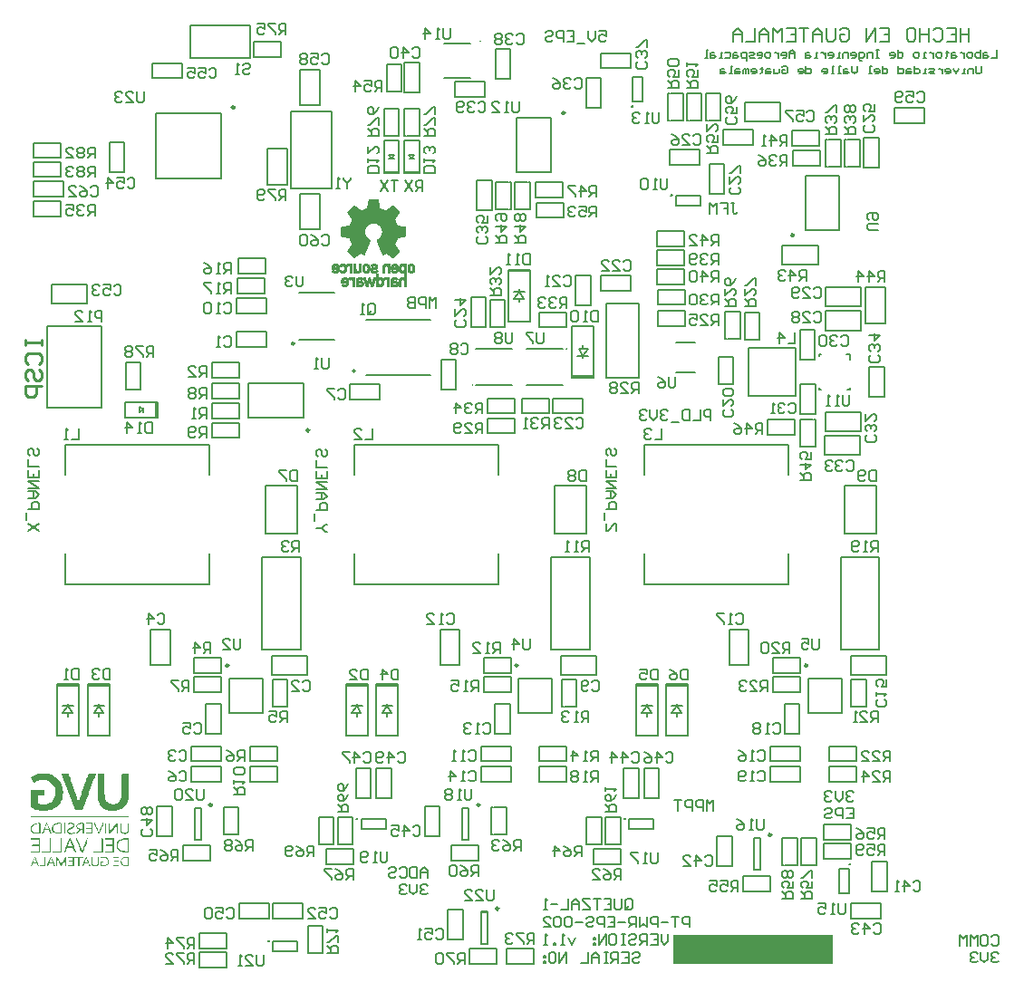
<source format=gbo>
G04*
G04 #@! TF.GenerationSoftware,Altium Limited,Altium Designer,19.0.15 (446)*
G04*
G04 Layer_Color=32896*
%FSLAX25Y25*%
%MOIN*%
G70*
G01*
G75*
%ADD10C,0.01000*%
%ADD11C,0.00984*%
%ADD12C,0.00591*%
%ADD140C,0.00500*%
%ADD141C,0.00787*%
%ADD142C,0.00040*%
%ADD143R,0.59000X0.10500*%
G36*
X10390Y55407D02*
X9960Y54223D01*
X9529Y53146D01*
X9153Y52124D01*
X8830Y51155D01*
X8453Y50240D01*
X8184Y49433D01*
X7861Y48625D01*
X7592Y47926D01*
X7323Y47280D01*
X7107Y46634D01*
X6677Y45557D01*
X6354Y44696D01*
X6031Y43943D01*
X5816Y43405D01*
X5654Y42920D01*
X5493Y42597D01*
X5385Y42382D01*
X5331Y42221D01*
X5278Y42167D01*
Y42113D01*
X2587D01*
X-2419Y55191D01*
Y55407D01*
X-2365Y55460D01*
X-2311Y55514D01*
X272D01*
X326Y55460D01*
X380Y55407D01*
X488Y55084D01*
X703Y54599D01*
X918Y53953D01*
X1187Y53200D01*
X1510Y52339D01*
X1833Y51424D01*
X2156Y50509D01*
X2479Y49540D01*
X2748Y48625D01*
X3071Y47764D01*
X3286Y47011D01*
X3501Y46365D01*
X3663Y45880D01*
X3771Y45557D01*
X3824Y45504D01*
Y45450D01*
X4040D01*
X4363Y46365D01*
X4632Y47226D01*
X4901Y48033D01*
X5116Y48787D01*
X5601Y50132D01*
X5977Y51262D01*
X6300Y52231D01*
X6623Y53039D01*
X6838Y53738D01*
X7054Y54276D01*
X7215Y54653D01*
X7323Y54976D01*
X7430Y55191D01*
X7484Y55353D01*
X7538Y55460D01*
X7592Y55514D01*
X10283D01*
X10390Y55407D01*
D02*
G37*
G36*
X22500Y55299D02*
X22500Y48195D01*
X22446Y47065D01*
X22231Y46096D01*
X21962Y45288D01*
X21639Y44535D01*
X21208Y43943D01*
X20724Y43459D01*
X20186Y43028D01*
X19647Y42705D01*
X19163Y42436D01*
X18625Y42221D01*
X18141Y42113D01*
X17710Y42005D01*
X17387Y41952D01*
X17064Y41898D01*
X16526D01*
X15611Y41952D01*
X15180Y42005D01*
X14750Y42113D01*
X14427Y42167D01*
X14158Y42221D01*
X13996Y42274D01*
X13943D01*
X13404Y42544D01*
X12920Y42920D01*
X12543Y43297D01*
X12167Y43674D01*
X11844Y44104D01*
X11628Y44535D01*
X11252Y45396D01*
X11036Y46203D01*
X10929Y46903D01*
X10875Y47118D01*
Y47334D01*
Y47441D01*
Y47495D01*
X10875Y55299D01*
X11036Y55514D01*
X13297D01*
X13458Y55299D01*
X13458Y49433D01*
X13674Y46419D01*
X13996Y45719D01*
X14427Y45181D01*
X14911Y44858D01*
X15396Y44589D01*
X15826Y44427D01*
X16203Y44374D01*
X16418Y44320D01*
X16526D01*
X17118Y44374D01*
X17602Y44481D01*
X18033Y44643D01*
X18410Y44912D01*
X18679Y45181D01*
X18948Y45504D01*
X19325Y46150D01*
X19594Y46849D01*
X19701Y47387D01*
X19755Y47657D01*
Y47818D01*
Y47926D01*
Y47979D01*
X19755Y55299D01*
X19917Y55514D01*
X22339D01*
X22500Y55299D01*
D02*
G37*
G36*
X-6993Y55514D02*
X-6078Y55191D01*
X-5271Y54815D01*
X-4572Y54384D01*
X-3979Y53900D01*
X-3495Y53361D01*
X-3064Y52823D01*
X-2688Y52231D01*
X-2419Y51693D01*
X-2203Y51155D01*
X-2042Y50670D01*
X-1934Y50186D01*
X-1881Y49755D01*
X-1827Y49433D01*
X-1773Y49163D01*
Y49002D01*
Y48948D01*
Y48679D01*
X-1827Y47549D01*
X-1934Y47065D01*
X-2042Y46634D01*
X-2096Y46257D01*
X-2203Y45988D01*
X-2257Y45827D01*
Y45773D01*
X-2580Y45073D01*
X-2957Y44481D01*
X-3441Y43997D01*
X-3926Y43512D01*
X-4464Y43136D01*
X-5002Y42867D01*
X-5594Y42597D01*
X-6132Y42382D01*
X-7155Y42113D01*
X-7639Y42005D01*
X-8070Y41952D01*
X-8393D01*
X-8662Y41898D01*
X-9092D01*
X-10169Y41952D01*
X-11030Y42113D01*
X-11837Y42382D01*
X-12429Y42651D01*
X-12914Y42867D01*
X-13237Y43136D01*
X-13452Y43297D01*
X-13506Y43351D01*
Y49433D01*
X-13344Y49594D01*
X-8877D01*
X-8716Y49433D01*
Y47495D01*
X-10922D01*
Y44696D01*
X-10868Y44589D01*
X-10653Y44481D01*
X-10330Y44427D01*
X-10007Y44374D01*
X-9684D01*
X-9361Y44320D01*
X-9092D01*
X-8500Y44374D01*
X-8124D01*
X-7801Y44427D01*
X-7585Y44481D01*
X-7478Y44535D01*
X-7424D01*
X-7370Y44589D01*
X-6886Y44804D01*
X-6455Y45019D01*
X-6078Y45288D01*
X-5756Y45611D01*
X-5271Y46257D01*
X-4948Y47011D01*
X-4733Y47657D01*
X-4625Y48195D01*
X-4572Y48410D01*
Y48572D01*
Y48679D01*
Y48733D01*
X-4733Y50294D01*
X-4948Y50832D01*
X-5217Y51316D01*
X-5540Y51693D01*
X-5863Y52016D01*
X-6563Y52554D01*
X-7209Y52931D01*
X-7854Y53146D01*
X-8393Y53254D01*
X-8608Y53308D01*
X-8877D01*
X-9630Y53254D01*
X-10330Y53146D01*
X-10922Y52985D01*
X-11460Y52769D01*
X-11891Y52554D01*
X-12214Y52393D01*
X-12429Y52285D01*
X-12483Y52231D01*
X-12591Y52339D01*
X-12752Y52554D01*
X-12914Y52877D01*
X-13129Y53254D01*
X-13290Y53577D01*
X-13452Y53900D01*
X-13559Y54115D01*
X-13613Y54223D01*
X-12914Y54707D01*
X-12214Y55084D01*
X-11514Y55299D01*
X-10868Y55514D01*
X-10276Y55622D01*
X-9792Y55676D01*
X-8716D01*
X-6993Y55514D01*
D02*
G37*
G36*
X22500Y39906D02*
X22339Y39691D01*
X-13506Y39691D01*
X-13613Y39799D01*
X-13452Y39960D01*
X22446Y39960D01*
X22500Y39906D01*
D02*
G37*
G36*
X18356Y37269D02*
Y33610D01*
X18194Y33448D01*
X17979Y33610D01*
Y36623D01*
X17925D01*
X17549Y36085D01*
X17172Y35655D01*
X16903Y35224D01*
X16634Y34901D01*
X16203Y34309D01*
X15826Y33932D01*
X15611Y33663D01*
X15503Y33556D01*
X15396Y33448D01*
X15288D01*
X15127Y33610D01*
Y37269D01*
X15288Y37484D01*
X15503Y37269D01*
Y34201D01*
X18087Y37484D01*
X18194D01*
X18356Y37269D01*
D02*
G37*
G36*
X13189Y37377D02*
X12920Y36677D01*
X12705Y36085D01*
X12489Y35547D01*
X12274Y35116D01*
X12113Y34740D01*
X12005Y34417D01*
X11844Y34148D01*
X11736Y33932D01*
X11628Y33663D01*
X11521Y33502D01*
X11467Y33448D01*
X11359D01*
X11252Y33556D01*
X11144Y33771D01*
X10875Y34255D01*
X10606Y34901D01*
X10283Y35601D01*
X10014Y36247D01*
X9798Y36839D01*
X9691Y37054D01*
X9637Y37215D01*
X9583Y37323D01*
Y37377D01*
X9691D01*
X9798Y37484D01*
X9906D01*
X9960Y37431D01*
X10014Y37323D01*
X10121Y37162D01*
X10229Y36946D01*
X10444Y36354D01*
X10713Y35762D01*
X10929Y35116D01*
X11144Y34524D01*
X11252Y34309D01*
X11305Y34148D01*
X11359Y34040D01*
Y33986D01*
X11467D01*
X11682Y34578D01*
X11844Y35116D01*
X12059Y35601D01*
X12167Y36031D01*
X12328Y36354D01*
X12436Y36623D01*
X12597Y37054D01*
X12759Y37323D01*
X12812Y37431D01*
X12866Y37484D01*
X13081D01*
X13189Y37377D01*
D02*
G37*
G36*
X22500Y37269D02*
Y35278D01*
X22446Y34632D01*
X22231Y34148D01*
X21962Y33825D01*
X21693Y33610D01*
X21370Y33448D01*
X21155Y33394D01*
X20939Y33340D01*
X20885D01*
X20347Y33448D01*
X19971Y33610D01*
X19647Y33879D01*
X19486Y34148D01*
X19378Y34417D01*
X19271Y34632D01*
Y34793D01*
Y34847D01*
Y37269D01*
X19432Y37484D01*
X19647Y37269D01*
Y35063D01*
X19701Y34686D01*
X19809Y34363D01*
X20024Y34094D01*
X20186Y33932D01*
X20401Y33825D01*
X20616Y33771D01*
X20724Y33717D01*
X20778D01*
X21208Y33771D01*
X21531Y33986D01*
X21800Y34255D01*
X21962Y34524D01*
X22069Y34847D01*
X22123Y35063D01*
Y35278D01*
Y35332D01*
Y37269D01*
X22339Y37484D01*
X22500Y37269D01*
D02*
G37*
G36*
X14158D02*
Y33610D01*
X13943Y33448D01*
X13781Y33610D01*
Y37269D01*
X13943Y37484D01*
X14158Y37269D01*
D02*
G37*
G36*
X9153D02*
Y33610D01*
X8937Y33448D01*
X6731D01*
X6515Y33610D01*
X6731Y33825D01*
X8561D01*
X8722Y33986D01*
Y35278D01*
X6892D01*
X6731Y35439D01*
X6892Y35655D01*
X8722D01*
Y36893D01*
X8561Y37108D01*
X6731D01*
X6515Y37269D01*
X6731Y37484D01*
X8937D01*
X9153Y37269D01*
D02*
G37*
G36*
X5870D02*
Y33610D01*
X5654Y33448D01*
X5439Y33610D01*
Y35063D01*
X4578D01*
X3232Y33448D01*
X3071D01*
X2963Y33502D01*
X3932Y34955D01*
Y35170D01*
X3663Y35224D01*
X3501Y35332D01*
X3232Y35762D01*
X3071Y36139D01*
Y36247D01*
Y36301D01*
X3179Y36677D01*
X3394Y37000D01*
X3771Y37215D01*
X4147Y37323D01*
X4578Y37431D01*
X4955Y37484D01*
X5654D01*
X5870Y37269D01*
D02*
G37*
G36*
X-1019Y33610D02*
X-1181Y33448D01*
X-1396Y33610D01*
Y37269D01*
X-1181Y37484D01*
X-1019D01*
Y33610D01*
D02*
G37*
G36*
X-2365Y37269D02*
Y33610D01*
X-2526Y33448D01*
X-3387D01*
X-3818Y33502D01*
X-4195Y33556D01*
X-4787Y33771D01*
X-5217Y33986D01*
X-5486Y34255D01*
X-5702Y34524D01*
X-5756Y34740D01*
X-5809Y34901D01*
Y34955D01*
Y35924D01*
X-5756Y36193D01*
X-5702Y36462D01*
X-5325Y36839D01*
X-4894Y37108D01*
X-4356Y37269D01*
X-3764Y37431D01*
X-3334Y37484D01*
X-2526D01*
X-2365Y37269D01*
D02*
G37*
G36*
X-7693Y37377D02*
X-7585Y37215D01*
X-7316Y36677D01*
X-7047Y36031D01*
X-6724Y35332D01*
X-6455Y34632D01*
X-6240Y34040D01*
X-6132Y33825D01*
X-6078Y33663D01*
X-6025Y33556D01*
Y33502D01*
X-6078D01*
X-6186Y33448D01*
X-6294D01*
X-6401Y33502D01*
X-6509Y33663D01*
X-6617Y33879D01*
X-6670Y34148D01*
X-6778Y34363D01*
X-6832Y34578D01*
X-6886Y34740D01*
Y34793D01*
X-8608D01*
X-8769Y34363D01*
X-8931Y34040D01*
X-9038Y33771D01*
X-9146Y33610D01*
X-9200Y33502D01*
X-9254Y33448D01*
X-9469D01*
X-9577Y33502D01*
X-9308Y34148D01*
X-9092Y34686D01*
X-8877Y35170D01*
X-8716Y35601D01*
X-8554Y35978D01*
X-8393Y36301D01*
X-8177Y36839D01*
X-8016Y37162D01*
X-7908Y37377D01*
X-7854Y37484D01*
X-7747D01*
X-7693Y37377D01*
D02*
G37*
G36*
X-10061Y37269D02*
Y33610D01*
X-10223Y33448D01*
X-11729D01*
X-12052Y33502D01*
X-12644Y33717D01*
X-13075Y34040D01*
X-13344Y34363D01*
X-13506Y34686D01*
X-13559Y35009D01*
X-13613Y35224D01*
Y35278D01*
Y35762D01*
X-13559Y36085D01*
X-13452Y36354D01*
X-13290Y36570D01*
X-13129Y36785D01*
X-12591Y37054D01*
X-11999Y37269D01*
X-11353Y37377D01*
X-10868Y37484D01*
X-10223D01*
X-10061Y37269D01*
D02*
G37*
G36*
X1564Y37431D02*
X1833Y37377D01*
X2210Y37162D01*
X2425Y36893D01*
X2479Y36839D01*
Y36785D01*
Y36139D01*
X2102Y35655D01*
X1456Y35386D01*
X972Y35170D01*
X649Y34955D01*
X380Y34793D01*
X272Y34686D01*
X219Y34578D01*
X165Y34471D01*
X219Y34255D01*
X326Y34094D01*
X703Y33879D01*
X1080Y33771D01*
X1187Y33717D01*
X1241D01*
X1618Y33771D01*
X1941Y33932D01*
X2264Y34040D01*
X2317Y34094D01*
X2371D01*
X2587Y33825D01*
X2533Y33717D01*
X2371Y33663D01*
X2156Y33556D01*
X1941Y33502D01*
X1726Y33448D01*
X1510Y33394D01*
X1349Y33340D01*
X1295D01*
X810Y33394D01*
X434Y33556D01*
X165Y33717D01*
X-51Y33932D01*
X-158Y34094D01*
X-212Y34255D01*
Y34363D01*
Y34417D01*
Y34793D01*
X57Y35278D01*
X757Y35547D01*
X1241Y35762D01*
X1618Y35924D01*
X1833Y36085D01*
X1995Y36193D01*
X2048Y36247D01*
X2102Y36301D01*
Y36408D01*
X2048Y36623D01*
X1995Y36839D01*
X1672Y37000D01*
X1403Y37108D01*
X864D01*
X272Y36893D01*
X57Y36946D01*
X3Y37000D01*
X-51Y37054D01*
Y37108D01*
X57Y37215D01*
X165Y37323D01*
X488Y37431D01*
X757Y37484D01*
X1295D01*
X1564Y37431D01*
D02*
G37*
G36*
X7161Y30865D02*
X6892Y30057D01*
X6623Y29358D01*
X6408Y28766D01*
X6193Y28281D01*
X6031Y27851D01*
X5870Y27474D01*
X5762Y27205D01*
X5654Y26990D01*
X5547Y26828D01*
X5439Y26667D01*
X5385Y26559D01*
X5062D01*
X5009Y26613D01*
X4955Y26774D01*
X4847Y27044D01*
X4686Y27366D01*
X4524Y27743D01*
X4363Y28174D01*
X3986Y29089D01*
X3609Y30004D01*
X3448Y30434D01*
X3286Y30811D01*
X3125Y31134D01*
X3071Y31403D01*
X2963Y31564D01*
Y31618D01*
X3125Y31780D01*
X3340D01*
X3394Y31726D01*
X3501Y31564D01*
X3609Y31349D01*
X3717Y31080D01*
X3986Y30327D01*
X4309Y29519D01*
X4632Y28712D01*
X4901Y27958D01*
X5009Y27689D01*
X5116Y27474D01*
X5170Y27313D01*
Y27259D01*
X5278D01*
X5547Y28012D01*
X5816Y28712D01*
X6031Y29304D01*
X6246Y29842D01*
X6408Y30273D01*
X6515Y30649D01*
X6677Y30918D01*
X6785Y31188D01*
X6946Y31510D01*
X7054Y31672D01*
X7107Y31780D01*
X7484D01*
X7161Y30865D01*
D02*
G37*
G36*
X22500Y31618D02*
Y26774D01*
X22339Y26559D01*
X21585D01*
X20939Y26613D01*
X20401Y26667D01*
X19863Y26828D01*
X19486Y26990D01*
X19109Y27151D01*
X18840Y27420D01*
X18356Y27905D01*
X18141Y28389D01*
X17979Y28766D01*
X17925Y29089D01*
Y29142D01*
Y29196D01*
Y29573D01*
X17979Y29896D01*
X18033Y30219D01*
X18302Y30757D01*
X18733Y31134D01*
X19217Y31403D01*
X19701Y31618D01*
X20078Y31726D01*
X20401Y31780D01*
X22339D01*
X22500Y31618D01*
D02*
G37*
G36*
X17010Y26774D02*
X16849Y26559D01*
X13835D01*
X13674Y26774D01*
Y26882D01*
X13835Y27044D01*
X16526D01*
Y28981D01*
X14158D01*
X13943Y29196D01*
Y29304D01*
X14158Y29465D01*
X16526D01*
Y31188D01*
X16364Y31403D01*
X13781D01*
Y31780D01*
X17010D01*
Y26774D01*
D02*
G37*
G36*
X12866Y31618D02*
Y26774D01*
X12705Y26559D01*
X9583D01*
X9422Y26774D01*
Y26882D01*
X9583Y27044D01*
X12328D01*
Y31618D01*
X12489Y31780D01*
X12705D01*
X12866Y31618D01*
D02*
G37*
G36*
X1134Y31672D02*
X1456Y30865D01*
X1779Y30111D01*
X2048Y29465D01*
X2264Y28873D01*
X2425Y28389D01*
X2587Y28012D01*
X2748Y27635D01*
X2802Y27366D01*
X2909Y27151D01*
X2963Y26936D01*
X3017Y26720D01*
X3071Y26613D01*
Y26559D01*
X2694D01*
X1779Y28389D01*
X-320D01*
X-535Y27797D01*
X-643Y27313D01*
X-804Y26990D01*
X-912Y26774D01*
X-965Y26667D01*
X-1019Y26613D01*
X-1073Y26559D01*
X-1396D01*
X-1450Y26667D01*
X-1127Y27528D01*
X-858Y28335D01*
X-589Y28981D01*
X-374Y29573D01*
X-158Y30057D01*
X3Y30488D01*
X165Y30811D01*
X272Y31080D01*
X380Y31295D01*
X488Y31457D01*
X595Y31672D01*
X649Y31780D01*
X1026D01*
X1134Y31672D01*
D02*
G37*
G36*
X-2257Y31618D02*
Y26774D01*
X-2419Y26559D01*
X-5433D01*
X-5594Y26774D01*
Y26882D01*
X-5433Y27044D01*
X-2742D01*
Y31618D01*
X-2526Y31780D01*
X-2419D01*
X-2257Y31618D01*
D02*
G37*
G36*
X-6186Y31618D02*
Y26774D01*
X-6401Y26559D01*
X-9361D01*
X-9577Y26774D01*
Y27044D01*
X-6778D01*
Y31618D01*
X-6563Y31780D01*
X-6401D01*
X-6186Y31618D01*
D02*
G37*
G36*
X-10223Y26774D02*
X-10438Y26559D01*
X-13452D01*
X-13613Y26774D01*
Y26882D01*
X-13452Y27044D01*
X-10707D01*
Y28981D01*
X-13129D01*
X-13344Y29196D01*
Y29304D01*
X-13129Y29465D01*
X-10707D01*
Y31403D01*
X-13344D01*
X-13452Y31295D01*
Y31403D01*
X-13506Y31510D01*
Y31780D01*
X-10223D01*
Y26774D01*
D02*
G37*
G36*
X-589Y24837D02*
Y21769D01*
X-804Y21554D01*
X-1019Y21769D01*
Y24191D01*
X-1073D01*
X-1396Y23384D01*
X-1665Y22792D01*
X-1881Y22307D01*
X-2042Y21984D01*
X-2203Y21769D01*
X-2311Y21662D01*
X-2365Y21554D01*
X-2419D01*
X-2472Y21608D01*
X-2580Y21662D01*
X-2742Y21984D01*
X-3011Y22415D01*
X-3226Y22899D01*
X-3441Y23384D01*
X-3603Y23760D01*
X-3710Y24083D01*
X-3764Y24137D01*
Y24191D01*
X-3872D01*
Y21769D01*
X-4087Y21554D01*
X-4195D01*
Y24837D01*
X-3979Y25052D01*
X-3872D01*
X-2365Y22146D01*
X-2150Y22684D01*
X-1934Y23115D01*
X-1773Y23491D01*
X-1611Y23814D01*
X-1342Y24352D01*
X-1181Y24675D01*
X-1073Y24891D01*
X-965Y24998D01*
X-912Y25052D01*
X-804D01*
X-589Y24837D01*
D02*
G37*
G36*
X13889Y24998D02*
X14266Y24837D01*
X14535Y24568D01*
X14750Y24299D01*
X14858Y23976D01*
X14965Y23760D01*
X15019Y23545D01*
Y23491D01*
Y23007D01*
X14965Y22576D01*
X14750Y22200D01*
X14481Y21931D01*
X14158Y21769D01*
X13835Y21608D01*
X13566Y21554D01*
X13351Y21500D01*
X13297D01*
X12920Y21554D01*
X12597Y21608D01*
X12382Y21662D01*
X12274Y21715D01*
X12167Y21769D01*
X12113Y21823D01*
Y21877D01*
Y23222D01*
X12328Y23384D01*
X12974D01*
X13189Y23222D01*
X12974Y23007D01*
X12489D01*
Y21931D01*
X12974Y21877D01*
X13351D01*
X13781Y21931D01*
X14104Y22092D01*
X14373Y22361D01*
X14535Y22630D01*
X14642Y22899D01*
X14696Y23168D01*
Y23330D01*
Y23384D01*
X14642Y23760D01*
X14481Y24083D01*
X14266Y24299D01*
X13996Y24460D01*
X13727Y24622D01*
X13512Y24675D01*
X13351Y24729D01*
X13297D01*
X12920Y24675D01*
X12651Y24622D01*
X12436Y24514D01*
X12328Y24460D01*
X12113Y24675D01*
X12167Y24783D01*
X12274Y24837D01*
X12489Y24945D01*
X12759Y25052D01*
X13458D01*
X13889Y24998D01*
D02*
G37*
G36*
X11467Y24837D02*
Y22846D01*
X11413Y22415D01*
X11252Y22092D01*
X11036Y21823D01*
X10767Y21662D01*
X10498Y21554D01*
X10283Y21500D01*
X10068D01*
X9583Y21608D01*
X9260Y21715D01*
X8991Y21931D01*
X8830Y22092D01*
X8722Y22307D01*
X8668Y22469D01*
Y22576D01*
Y22630D01*
Y24945D01*
X8722Y25052D01*
X8937Y24837D01*
Y23384D01*
X8991Y22899D01*
X9099Y22523D01*
X9260Y22253D01*
X9476Y22092D01*
X9691Y21984D01*
X9852Y21877D01*
X10175D01*
X10498Y21984D01*
X10713Y22200D01*
X10929Y22523D01*
X11036Y22899D01*
X11090Y23222D01*
X11144Y23545D01*
Y23760D01*
Y23868D01*
Y24945D01*
X11252Y25052D01*
X11467Y24837D01*
D02*
G37*
G36*
X22500D02*
Y21769D01*
X22339Y21554D01*
X21155D01*
X20562Y21715D01*
X20132Y21931D01*
X19863Y22200D01*
X19647Y22469D01*
X19540Y22738D01*
X19432Y23007D01*
Y23168D01*
Y23222D01*
X19540Y23814D01*
X19755Y24299D01*
X20132Y24622D01*
X20509Y24837D01*
X20885Y24945D01*
X21262Y25052D01*
X22339D01*
X22500Y24837D01*
D02*
G37*
G36*
X18840D02*
Y21554D01*
X16741D01*
X16634Y21662D01*
X16849Y21877D01*
X18571D01*
Y23115D01*
X17010D01*
X16849Y23330D01*
X17010Y23491D01*
X18571D01*
Y24675D01*
X16741D01*
Y24837D01*
X16957Y25052D01*
X18679D01*
X18840Y24837D01*
D02*
G37*
G36*
X6892Y24998D02*
X6946Y24837D01*
X7161Y24406D01*
X7377Y23922D01*
X7592Y23330D01*
X7861Y22738D01*
X8022Y22253D01*
X8184Y21877D01*
X8238Y21823D01*
Y21769D01*
X8076Y21554D01*
X7700Y22038D01*
X7646Y22253D01*
X7592Y22469D01*
X7484Y22630D01*
X7430Y22738D01*
X6031D01*
X5870Y22361D01*
X5762Y22038D01*
X5654Y21823D01*
X5601Y21715D01*
X5547Y21608D01*
X5493Y21554D01*
X5278D01*
X5493Y22146D01*
X5654Y22684D01*
X5816Y23168D01*
X5977Y23545D01*
X6139Y23868D01*
X6246Y24191D01*
X6408Y24622D01*
X6569Y24837D01*
X6677Y24998D01*
X6731Y25052D01*
X6838D01*
X6892Y24998D01*
D02*
G37*
G36*
X5547Y24837D02*
X5385Y24675D01*
X4201D01*
Y21769D01*
X4040Y21554D01*
X3824Y21769D01*
Y24675D01*
X2694D01*
X2479Y24837D01*
X2694Y25052D01*
X5385D01*
X5547Y24837D01*
D02*
G37*
G36*
X2210D02*
Y21769D01*
X1995Y21554D01*
X-51D01*
X-104Y21662D01*
X57Y21877D01*
X1779D01*
Y23115D01*
X272D01*
X57Y23330D01*
X272Y23491D01*
X1779D01*
Y24675D01*
X165D01*
X-51Y24837D01*
X165Y25052D01*
X1995D01*
X2210Y24837D01*
D02*
G37*
G36*
X-6132Y24998D02*
X-6078Y24837D01*
X-5863Y24460D01*
X-5594Y23922D01*
X-5379Y23276D01*
X-5110Y22684D01*
X-4894Y22146D01*
X-4787Y21984D01*
X-4733Y21823D01*
X-4679Y21715D01*
Y21662D01*
X-4733D01*
X-4841Y21554D01*
X-4948Y21608D01*
X-5056Y21715D01*
X-5164Y21931D01*
X-5271Y22146D01*
X-5325Y22361D01*
X-5379Y22576D01*
X-5433Y22684D01*
Y22738D01*
X-6993Y22738D01*
X-7101Y22361D01*
X-7209Y22038D01*
X-7262Y21823D01*
X-7370Y21715D01*
X-7424Y21608D01*
X-7478Y21554D01*
X-7639D01*
X-7747Y21661D01*
X-7532Y22253D01*
X-7316Y22792D01*
X-7155Y23222D01*
X-6993Y23599D01*
X-6832Y23922D01*
X-6724Y24191D01*
X-6563Y24622D01*
X-6401Y24837D01*
X-6347Y24998D01*
X-6294Y25052D01*
X-6186D01*
X-6132Y24998D01*
D02*
G37*
G36*
X-8231Y24837D02*
Y21769D01*
X-8393Y21554D01*
X-10330D01*
X-10438Y21661D01*
X-10223Y21877D01*
X-8500D01*
Y24945D01*
X-8393Y25052D01*
X-8231Y24837D01*
D02*
G37*
G36*
X-11999Y24998D02*
X-11891Y24891D01*
X-11837Y24729D01*
X-11729Y24514D01*
X-11514Y23976D01*
X-11245Y23384D01*
X-11030Y22738D01*
X-10815Y22200D01*
X-10761Y21984D01*
X-10707Y21823D01*
X-10653Y21715D01*
Y21661D01*
Y21554D01*
X-10922D01*
X-11084Y21930D01*
X-11191Y22253D01*
X-11299Y22469D01*
X-11353Y22576D01*
X-11407Y22684D01*
X-11460Y22738D01*
X-12860D01*
X-12967Y22361D01*
X-13075Y22038D01*
X-13183Y21823D01*
X-13290Y21715D01*
X-13344Y21608D01*
X-13398Y21554D01*
X-13506D01*
X-13613Y21661D01*
X-13398Y22253D01*
X-13183Y22738D01*
X-13021Y23168D01*
X-12860Y23599D01*
X-12752Y23922D01*
X-12591Y24191D01*
X-12429Y24568D01*
X-12321Y24837D01*
X-12214Y24998D01*
X-12160Y25052D01*
X-12052D01*
X-11999Y24998D01*
D02*
G37*
%LPC*%
G36*
X5439Y37108D02*
X4901D01*
X4417Y37054D01*
X4040Y37000D01*
X3824Y36839D01*
X3609Y36731D01*
X3501Y36570D01*
X3448Y36408D01*
Y36354D01*
Y36301D01*
X3501Y35978D01*
X3717Y35762D01*
X3986Y35547D01*
X4309Y35439D01*
X4632Y35386D01*
X4901Y35332D01*
X5439D01*
Y37108D01*
D02*
G37*
G36*
X-2742D02*
X-3226D01*
X-3979Y37054D01*
X-4518Y36893D01*
X-4894Y36677D01*
X-5164Y36462D01*
X-5325Y36193D01*
X-5379Y35978D01*
X-5433Y35816D01*
Y35762D01*
Y35332D01*
X-5325Y34847D01*
X-5110Y34471D01*
X-4841Y34201D01*
X-4464Y34040D01*
X-4087Y33932D01*
X-3818Y33825D01*
X-2742D01*
Y37108D01*
D02*
G37*
G36*
X-7747Y36893D02*
X-7854D01*
X-8393Y35278D01*
Y35170D01*
X-7047D01*
X-7747Y36893D01*
D02*
G37*
G36*
X-10546Y37108D02*
X-11030D01*
X-11783Y37054D01*
X-12321Y36893D01*
X-12698Y36623D01*
X-12967Y36408D01*
X-13129Y36139D01*
X-13183Y35870D01*
X-13237Y35708D01*
Y35655D01*
X-13183Y35063D01*
X-12967Y34578D01*
X-12698Y34255D01*
X-12375Y34040D01*
X-12052Y33932D01*
X-11783Y33879D01*
X-11568Y33825D01*
X-10546D01*
Y37108D01*
D02*
G37*
G36*
X21854Y31403D02*
X21047D01*
X20562Y31295D01*
X20132Y31188D01*
X19755Y31080D01*
X19432Y30918D01*
X19163Y30757D01*
X18786Y30380D01*
X18517Y29950D01*
X18410Y29627D01*
X18356Y29412D01*
Y29304D01*
X18410Y28927D01*
X18463Y28550D01*
X18840Y28012D01*
X19325Y27582D01*
X19863Y27313D01*
X20401Y27151D01*
X20885Y27097D01*
X21262Y27044D01*
X21854D01*
X22069Y27259D01*
Y31188D01*
X21854Y31403D01*
D02*
G37*
G36*
X864Y31188D02*
X757D01*
X-51Y28981D01*
Y28873D01*
X1726D01*
X864Y31188D01*
D02*
G37*
G36*
X22123Y24675D02*
X21155D01*
X20724Y24622D01*
X20401Y24460D01*
X20132Y24245D01*
X19971Y24029D01*
X19863Y23760D01*
X19809Y23545D01*
Y23384D01*
Y23330D01*
X19917Y22846D01*
X20132Y22469D01*
X20455Y22253D01*
X20832Y22038D01*
X21208Y21931D01*
X21531Y21877D01*
X22123D01*
Y24675D01*
D02*
G37*
G36*
X6838Y24568D02*
X6731D01*
X6246Y23115D01*
Y23007D01*
X7323D01*
X6838Y24568D01*
D02*
G37*
G36*
X-6078Y24460D02*
X-6294Y24460D01*
X-6778Y23007D01*
X-6563D01*
X-6186Y23115D01*
X-5809Y23007D01*
X-5594D01*
X-6078Y24460D01*
D02*
G37*
G36*
X-11999Y24460D02*
X-12160D01*
X-12644Y23007D01*
X-11514D01*
X-11999Y24460D01*
D02*
G37*
%LPD*%
D10*
X204921Y38969D02*
G03*
X204921Y38969I-220J0D01*
G01*
X287689Y22299D02*
G03*
X287689Y22299I-220J0D01*
G01*
X73921Y-6032D02*
G03*
X73921Y-6032I-220J0D01*
G01*
X106417Y38969D02*
G03*
X106417Y38969I-220J0D01*
G01*
X207681Y301098D02*
G03*
X207681Y301098I-220J0D01*
G01*
X222122Y268480D02*
G03*
X222122Y268480I-220J0D01*
G01*
X83239Y213861D02*
G03*
X83239Y213861I-440J0D01*
G01*
X-15498Y215300D02*
Y213301D01*
Y214300D01*
X-9500D01*
Y215300D01*
Y213301D01*
X-14498Y206303D02*
X-15498Y207303D01*
Y209302D01*
X-14498Y210302D01*
X-10500D01*
X-9500Y209302D01*
Y207303D01*
X-10500Y206303D01*
X-14498Y200305D02*
X-15498Y201305D01*
Y203304D01*
X-14498Y204304D01*
X-13499D01*
X-12499Y203304D01*
Y201305D01*
X-11499Y200305D01*
X-10500D01*
X-9500Y201305D01*
Y203304D01*
X-10500Y204304D01*
X-9500Y198305D02*
X-15498D01*
Y195307D01*
X-14498Y194307D01*
X-12499D01*
X-11499Y195307D01*
Y198305D01*
D11*
X158461Y5929D02*
G03*
X158461Y5929I-492J0D01*
G01*
X61331Y300772D02*
G03*
X61331Y300772I-492J0D01*
G01*
X52988Y44087D02*
G03*
X52988Y44087I-492J0D01*
G01*
X151492D02*
G03*
X151492Y44087I-492J0D01*
G01*
X258717Y33087D02*
G03*
X258717Y33087I-492J0D01*
G01*
X182760Y298716D02*
G03*
X182760Y298716I-492J0D01*
G01*
X266968Y253689D02*
G03*
X266968Y253689I-492J0D01*
G01*
X88803Y181976D02*
G03*
X88803Y181976I-492J0D01*
G01*
X272043Y95402D02*
G03*
X272043Y95402I-492J0D01*
G01*
X165543D02*
G03*
X165543Y95402I-492J0D01*
G01*
X59102D02*
G03*
X59102Y95402I-492J0D01*
G01*
D12*
X206374Y35228D02*
X215429D01*
Y38772D01*
X206374D02*
X215429D01*
X206374Y35228D02*
Y38772D01*
X283728Y11571D02*
Y20626D01*
Y11571D02*
X287272D01*
Y20626D01*
X283728D02*
X287272D01*
X75374Y-9772D02*
X84429D01*
Y-6228D01*
X75374D02*
X84429D01*
X75374Y-9772D02*
Y-6228D01*
X107870Y35228D02*
X116925D01*
Y38772D01*
X107870D02*
X116925D01*
X107870Y35228D02*
Y38772D01*
X211201Y302772D02*
Y311827D01*
X207658D02*
X211201D01*
X207658Y302772D02*
Y311827D01*
Y302772D02*
X211201D01*
X223575Y264740D02*
X232630D01*
Y268283D01*
X223575D02*
X232630D01*
X223575Y264740D02*
Y268283D01*
X164500Y180803D02*
Y181559D01*
X154500Y180803D02*
X164500D01*
X154500D02*
Y181559D01*
Y181591D02*
Y186315D01*
X164500D01*
Y181689D02*
Y186315D01*
X-2500Y260744D02*
Y261500D01*
X-12500Y260744D02*
X-2500D01*
X-12500D02*
Y261500D01*
Y261531D02*
Y266256D01*
X-2500D01*
Y261630D02*
Y266256D01*
X152063Y4748D02*
X154425D01*
X152063Y-7063D02*
X154425D01*
Y4748D01*
X152063Y-7063D02*
Y4748D01*
Y-6965D02*
Y4846D01*
X154425Y-6965D02*
Y4846D01*
X152063Y-6965D02*
X154425D01*
X152063Y4846D02*
X154425D01*
X140925Y-5331D02*
X145256D01*
Y5693D01*
X140925D02*
X145256D01*
X139744D02*
X140925D01*
X139744Y-5331D02*
Y5693D01*
Y-5331D02*
X140925D01*
X171500Y-14355D02*
Y-13599D01*
X161500Y-14355D02*
X171500D01*
X161500D02*
Y-13599D01*
Y-13567D02*
Y-8843D01*
X171500D01*
Y-13469D02*
Y-8843D01*
X157744Y-14411D02*
Y-13655D01*
X147744Y-14411D02*
X157744D01*
X147744D02*
Y-13655D01*
Y-13623D02*
Y-8899D01*
X157744D01*
Y-13525D02*
Y-8899D01*
X62988Y2244D02*
Y6575D01*
Y2244D02*
X74012D01*
Y6575D01*
Y7756D01*
X62988D02*
X74012D01*
X62988Y6575D02*
Y7756D01*
X48500Y-4000D02*
Y-3244D01*
X58500D01*
Y-4000D02*
Y-3244D01*
Y-8756D02*
Y-4031D01*
X48500Y-8756D02*
X58500D01*
X48500D02*
Y-4130D01*
Y-11000D02*
Y-10244D01*
X58500D01*
Y-11000D02*
Y-10244D01*
Y-15756D02*
Y-11032D01*
X48500Y-15756D02*
X58500D01*
X48500D02*
Y-11130D01*
X93000Y-500D02*
X93756D01*
Y-10500D02*
Y-500D01*
X93000Y-10500D02*
X93756D01*
X88244D02*
X92968D01*
X88244D02*
Y-500D01*
X92870D01*
X75484Y2244D02*
Y6575D01*
Y2244D02*
X86508D01*
Y6575D01*
Y7756D01*
X75484D02*
X86508D01*
X75484Y6575D02*
Y7756D01*
X-12500Y282114D02*
Y286740D01*
Y282114D02*
X-2500D01*
Y286839D01*
Y286870D02*
Y287626D01*
X-12500D02*
X-2500D01*
X-12500Y286870D02*
Y287626D01*
X-12512Y272398D02*
Y273579D01*
X-1488D01*
Y272398D02*
Y273579D01*
Y268067D02*
Y272398D01*
X-12512Y268067D02*
X-1488D01*
X-12512D02*
Y272398D01*
X-12500Y275138D02*
Y279764D01*
Y275138D02*
X-2500D01*
Y279862D01*
Y279894D02*
Y280650D01*
X-12500D02*
X-2500D01*
X-12500Y279894D02*
Y280650D01*
X117130Y290266D02*
X121756D01*
Y300266D01*
X117032D02*
X121756D01*
X116244D02*
X117000D01*
X116244Y290266D02*
Y300266D01*
Y290266D02*
X117000D01*
X261937Y295541D02*
Y302628D01*
X248945Y295541D02*
X261937D01*
X248945D02*
Y302628D01*
X261937D01*
X315012Y296250D02*
Y300581D01*
X303988D02*
X315012D01*
X303988Y296250D02*
Y300581D01*
Y295069D02*
Y296250D01*
Y295069D02*
X315012D01*
Y296250D01*
X119000Y281756D02*
X119984Y283134D01*
X119000D02*
X119984D01*
X119000Y281756D02*
X119886D01*
X118114D02*
X119000D01*
X118016Y283134D02*
X119000D01*
X118016D02*
X119000Y281756D01*
X121000Y288445D02*
X121756D01*
Y276933D02*
Y288445D01*
X120000Y276945D02*
X121756D01*
X116244D02*
X120000D01*
X116244Y276539D02*
Y288445D01*
X121000D01*
X121756Y276445D02*
Y276945D01*
X120000Y276445D02*
X121756D01*
X120000D02*
Y276945D01*
X116244Y276445D02*
Y276945D01*
Y276445D02*
X120000D01*
X123744Y290266D02*
X124500D01*
X123744D02*
Y300266D01*
X124500D01*
X124531D02*
X129256D01*
Y290266D02*
Y300266D01*
X124630Y290266D02*
X129256D01*
X125500Y276945D02*
X129256D01*
X123744D02*
X125500D01*
X126500Y281756D02*
X127484Y283134D01*
X126500D02*
X127484D01*
X126500Y281756D02*
X127386D01*
X125614D02*
X126500D01*
X125516Y283134D02*
X126500D01*
X125516D02*
X126500Y281756D01*
X123744Y276445D02*
X125500D01*
X129256D01*
Y276945D01*
X123744Y288445D02*
X128500D01*
X123744Y276539D02*
Y288445D01*
X129256Y276539D02*
Y288445D01*
X128500D02*
X129256D01*
X123744Y276445D02*
Y276945D01*
X252012Y288122D02*
Y292453D01*
X240988D02*
X252012D01*
X240988Y288122D02*
Y292453D01*
Y286941D02*
Y288122D01*
Y286941D02*
X252012D01*
Y288122D01*
X21244Y197000D02*
X22000D01*
X21244D02*
Y207000D01*
X22000D01*
X22031D02*
X26756D01*
Y197000D02*
Y207000D01*
X22130Y197000D02*
X26756D01*
X68500Y324000D02*
Y324756D01*
X78500D01*
Y324000D02*
Y324756D01*
Y319244D02*
Y323969D01*
X68500Y319244D02*
X78500D01*
X68500D02*
Y323870D01*
X42138Y312625D02*
Y316956D01*
X31114D02*
X42138D01*
X31114Y312625D02*
Y316956D01*
Y311444D02*
Y312625D01*
Y311444D02*
X42138D01*
Y312625D01*
X16425Y276933D02*
X20756D01*
Y287957D01*
X16425D02*
X20756D01*
X15244D02*
X16425D01*
X15244Y276933D02*
Y287957D01*
Y276933D02*
X16425D01*
X-5996Y228457D02*
X6996D01*
Y235543D01*
X-5996D02*
X6996D01*
X-5996Y228457D02*
Y235543D01*
X12500Y190339D02*
Y220339D01*
X-7500Y190339D02*
Y220339D01*
X12500D01*
X-7500Y190339D02*
X12500D01*
X67000Y319000D02*
Y331000D01*
X45000D02*
X67000D01*
X45000Y319000D02*
Y331000D01*
Y319000D02*
X67000D01*
X85457Y301504D02*
Y314496D01*
Y301504D02*
X92543D01*
Y314496D01*
X85457D02*
X92543D01*
Y256004D02*
Y268996D01*
X85457D02*
X92543D01*
X85457Y256004D02*
Y268996D01*
Y256004D02*
X92543D01*
X97000Y270854D02*
Y299354D01*
X82000Y270854D02*
X97000D01*
X82000D02*
Y299354D01*
X97000D01*
X56508Y274492D02*
Y298508D01*
X32492Y274492D02*
Y298508D01*
X56508D01*
X32492Y274492D02*
X56508D01*
X73457Y285693D02*
X79756D01*
X73457Y272307D02*
Y285693D01*
Y272307D02*
X79756D01*
Y285693D02*
X80543D01*
Y272307D02*
Y285693D01*
X79756Y272307D02*
X80543D01*
X26311Y190484D02*
X27689Y189500D01*
X26311D02*
Y190484D01*
X27689Y189500D02*
Y190386D01*
Y188614D02*
Y189500D01*
X26311Y188516D02*
Y189500D01*
Y188516D02*
X27689Y189500D01*
X21000Y191500D02*
Y192256D01*
X32512D01*
X32500Y190500D02*
Y192256D01*
Y186744D02*
Y190500D01*
X21000Y186744D02*
X32906D01*
X21000D02*
Y191500D01*
X32500Y192256D02*
X33000D01*
Y190500D02*
Y192256D01*
X32500Y190500D02*
X33000D01*
X32500Y186744D02*
X33000D01*
Y190500D01*
X105902Y57512D02*
X110232D01*
X105902Y46488D02*
Y57512D01*
Y46488D02*
X110232D01*
X111413D01*
Y57512D01*
X110232D02*
X111413D01*
X113382D02*
X117713D01*
X113382Y46488D02*
Y57512D01*
Y46488D02*
X117713D01*
X118894D01*
Y57512D01*
X117713D02*
X118894D01*
X33921Y32630D02*
X38252D01*
Y43654D01*
X33921D02*
X38252D01*
X32740D02*
X33921D01*
X32740Y32630D02*
Y43654D01*
Y32630D02*
X33921D01*
X96996Y39500D02*
X97752D01*
Y29500D02*
Y39500D01*
X96996Y29500D02*
X97752D01*
X92240D02*
X96965D01*
X92240D02*
Y39500D01*
X96866D01*
X103996D02*
X104752D01*
Y29500D02*
Y39500D01*
X103996Y29500D02*
X104752D01*
X99240D02*
X103965D01*
X99240D02*
Y39500D01*
X103866D01*
X94937Y27000D02*
Y27756D01*
X104937D01*
Y27000D02*
Y27756D01*
Y22244D02*
Y26969D01*
X94937Y22244D02*
X104937D01*
X94937D02*
Y26870D01*
X52496Y23744D02*
Y24500D01*
X42496Y23744D02*
X52496D01*
X42496D02*
Y24500D01*
Y24532D02*
Y29256D01*
X52496D01*
Y24630D02*
Y29256D01*
X57240Y33142D02*
X57996D01*
X57240D02*
Y43142D01*
X57996D01*
X58028D02*
X62752D01*
Y33142D02*
Y43142D01*
X58126Y33142D02*
X62752D01*
X46591Y42906D02*
X48953D01*
X46591Y31095D02*
X48953D01*
Y42906D01*
X46591Y31095D02*
Y42906D01*
Y31193D02*
Y43004D01*
X48953Y31193D02*
Y43004D01*
X46591Y31193D02*
X48953D01*
X46591Y43004D02*
X48953D01*
X145095Y42906D02*
X147457D01*
X145095Y31095D02*
X147457D01*
Y42906D01*
X145095Y31095D02*
Y42906D01*
Y31193D02*
Y43004D01*
X147457Y31193D02*
Y43004D01*
X145095Y31193D02*
X147457D01*
X145095Y43004D02*
X147457D01*
X151000Y23744D02*
Y24500D01*
X141000Y23744D02*
X151000D01*
X141000D02*
Y24500D01*
Y24532D02*
Y29256D01*
X151000D01*
Y24630D02*
Y29256D01*
X202500Y39500D02*
X203256D01*
Y29500D02*
Y39500D01*
X202500Y29500D02*
X203256D01*
X197744D02*
X202468D01*
X197744D02*
Y39500D01*
X202370D01*
X155744Y33142D02*
X156500D01*
X155744D02*
Y43142D01*
X156500D01*
X156532D02*
X161256D01*
Y33142D02*
Y43142D01*
X156630Y33142D02*
X161256D01*
X132425Y32630D02*
X136756D01*
Y43654D01*
X132425D02*
X136756D01*
X131244D02*
X132425D01*
X131244Y32630D02*
Y43654D01*
Y32630D02*
X132425D01*
X195500Y39500D02*
X196256D01*
Y29500D02*
Y39500D01*
X195500Y29500D02*
X196256D01*
X190744D02*
X195468D01*
X190744D02*
Y39500D01*
X195370D01*
X204405Y57512D02*
X208736D01*
X204405Y46488D02*
Y57512D01*
Y46488D02*
X208736D01*
X209917D01*
Y57512D01*
X208736D02*
X209917D01*
X193441Y27000D02*
Y27756D01*
X203441D01*
Y27000D02*
Y27756D01*
Y22244D02*
Y26969D01*
X193441Y22244D02*
X203441D01*
X193441D02*
Y26870D01*
X211886Y57512D02*
X216216D01*
X211886Y46488D02*
Y57512D01*
Y46488D02*
X216216D01*
X217398D01*
Y57512D01*
X216216D02*
X217398D01*
X225047Y87984D02*
X228047D01*
X225047D02*
Y88484D01*
X228047D01*
Y87984D02*
Y88484D01*
X220047Y87984D02*
Y88484D01*
X225047D01*
X220047Y87984D02*
X225047D01*
X228047Y69484D02*
Y87984D01*
X220047Y69484D02*
Y87984D01*
X222079Y80559D02*
X226016D01*
X224047D02*
X225622Y77803D01*
X222079D02*
X224047Y80559D01*
X222079Y77803D02*
X225622D01*
X224047Y80559D02*
Y81346D01*
Y76622D02*
Y77803D01*
X220047Y69484D02*
X228047D01*
X118500Y88000D02*
X121500D01*
X118500D02*
Y88500D01*
X121500D01*
Y88000D02*
Y88500D01*
X113500Y88000D02*
Y88500D01*
X118500D01*
X113500Y88000D02*
X118500D01*
X121500Y69500D02*
Y88000D01*
X113500Y69500D02*
Y88000D01*
X115532Y80575D02*
X119468D01*
X117500D02*
X119075Y77819D01*
X115532D02*
X117500Y80575D01*
X115532Y77819D02*
X119075D01*
X117500Y80575D02*
Y81362D01*
Y76638D02*
Y77819D01*
X113500Y69500D02*
X121500D01*
X12500Y88000D02*
X15500D01*
X12500D02*
Y88500D01*
X15500D01*
Y88000D02*
Y88500D01*
X7500Y88000D02*
Y88500D01*
X12500D01*
X7500Y88000D02*
X12500D01*
X15500Y69500D02*
Y88000D01*
X7500Y69500D02*
Y88000D01*
X9532Y80575D02*
X13468D01*
X11500D02*
X13075Y77819D01*
X9532D02*
X11500Y80575D01*
X9532Y77819D02*
X13075D01*
X11500Y80575D02*
Y81362D01*
Y76638D02*
Y77819D01*
X7500Y69500D02*
X15500D01*
X214000Y88000D02*
X217000D01*
X214000D02*
Y88500D01*
X217000D01*
Y88000D02*
Y88500D01*
X209000Y88000D02*
Y88500D01*
X214000D01*
X209000Y88000D02*
X214000D01*
X217000Y69500D02*
Y88000D01*
X209000Y69500D02*
Y88000D01*
X211032Y80575D02*
X214968D01*
X213000D02*
X214575Y77819D01*
X211032D02*
X213000Y80575D01*
X211032Y77819D02*
X214575D01*
X213000Y80575D02*
Y81362D01*
Y76638D02*
Y77819D01*
X209000Y69500D02*
X217000D01*
X107246Y88000D02*
X110246D01*
X107246D02*
Y88500D01*
X110246D01*
Y88000D02*
Y88500D01*
X102246Y88000D02*
Y88500D01*
X107246D01*
X102246Y88000D02*
X107246D01*
X110246Y69500D02*
Y88000D01*
X102246Y69500D02*
Y88000D01*
X104278Y80575D02*
X108215D01*
X106246D02*
X107821Y77819D01*
X104278D02*
X106246Y80575D01*
X104278Y77819D02*
X107821D01*
X106246Y80575D02*
Y81362D01*
Y76638D02*
Y77819D01*
X102246Y69500D02*
X110246D01*
X1000Y88000D02*
X4000D01*
X1000D02*
Y88500D01*
X4000D01*
Y88000D02*
Y88500D01*
X-4000Y88000D02*
Y88500D01*
X1000D01*
X-4000Y88000D02*
X1000D01*
X4000Y69500D02*
Y88000D01*
X-4000Y69500D02*
Y88000D01*
X-1969Y80575D02*
X1969D01*
X0D02*
X1575Y77819D01*
X-1969D02*
X0Y80575D01*
X-1969Y77819D02*
X1575D01*
X0Y80575D02*
Y81362D01*
Y76638D02*
Y77819D01*
X-4000Y69500D02*
X4000D01*
X252319Y31905D02*
X254681D01*
X252319Y20095D02*
X254681D01*
Y31905D01*
X252319Y20095D02*
Y31905D01*
Y20193D02*
Y32004D01*
X254681Y20193D02*
Y32004D01*
X252319Y20193D02*
X254681D01*
X252319Y32004D02*
X254681D01*
X239925Y21488D02*
X244256D01*
Y32512D01*
X239925D02*
X244256D01*
X238744D02*
X239925D01*
X238744Y21488D02*
Y32512D01*
Y21488D02*
X239925D01*
X274500Y32000D02*
X275256D01*
Y22000D02*
Y32000D01*
X274500Y22000D02*
X275256D01*
X269744D02*
X274468D01*
X269744D02*
Y32000D01*
X274370D01*
X288000Y31244D02*
Y32000D01*
X278000Y31244D02*
X288000D01*
X278000D02*
Y32000D01*
Y32032D02*
Y36756D01*
X288000D01*
Y32130D02*
Y36756D01*
X262744Y22000D02*
X263500D01*
X262744D02*
Y32000D01*
X263500D01*
X263531D02*
X268256D01*
Y22000D02*
Y32000D01*
X263630Y22000D02*
X268256D01*
X299012Y3425D02*
Y7756D01*
X287988D02*
X299012D01*
X287988Y3425D02*
Y7756D01*
Y2244D02*
Y3425D01*
Y2244D02*
X299012D01*
Y3425D01*
X258500Y12244D02*
Y13000D01*
X248500Y12244D02*
X258500D01*
X248500D02*
Y13000D01*
Y13032D02*
Y17756D01*
X258500D01*
Y13130D02*
Y17756D01*
X288000Y24244D02*
Y25000D01*
X278000Y24244D02*
X288000D01*
X278000D02*
Y25000D01*
Y25032D02*
Y29756D01*
X288000D01*
Y25130D02*
Y29756D01*
X296925Y12146D02*
X301256D01*
Y23169D01*
X296925D02*
X301256D01*
X295744D02*
X296925D01*
X295744Y12146D02*
Y23169D01*
Y12146D02*
X296925D01*
X138356Y324294D02*
X148177Y324299D01*
X138356Y311706D02*
X148177Y311701D01*
X158425Y311188D02*
X162756D01*
Y322212D01*
X158425D02*
X162756D01*
X157244D02*
X158425D01*
X157244Y311188D02*
Y322212D01*
Y311188D02*
X158425D01*
X124925Y306287D02*
X129256D01*
Y317311D01*
X124925D02*
X129256D01*
X123744D02*
X124925D01*
X123744Y306287D02*
Y317311D01*
Y306287D02*
X124925D01*
X153512Y305925D02*
Y310256D01*
X142488D02*
X153512D01*
X142488Y305925D02*
Y310256D01*
Y304744D02*
Y305925D01*
Y304744D02*
X153512D01*
Y305925D01*
X117244Y306630D02*
X118000D01*
X117244D02*
Y316630D01*
X118000D01*
X118032D02*
X122756D01*
Y306630D02*
Y316630D01*
X118130Y306630D02*
X122756D01*
X151669Y262894D02*
X156000D01*
Y273917D01*
X151669D02*
X156000D01*
X150488D02*
X151669D01*
X150488Y262894D02*
Y273917D01*
Y262894D02*
X151669D01*
X169244Y273406D02*
X170000D01*
Y263405D02*
Y273406D01*
X169244Y263405D02*
X170000D01*
X164488D02*
X169213D01*
X164488D02*
Y273406D01*
X169114D01*
X162221Y273346D02*
X162976D01*
Y263347D02*
Y273346D01*
X162221Y263347D02*
X162976D01*
X157465D02*
X162189D01*
X157465D02*
Y273346D01*
X162091D01*
X172244Y264906D02*
Y265661D01*
X182244D01*
Y264906D02*
Y265661D01*
Y260150D02*
Y264874D01*
X172244Y260150D02*
X182244D01*
X172244D02*
Y264776D01*
X182185Y267650D02*
Y268406D01*
X172185Y267650D02*
X182185D01*
X172185D02*
Y268406D01*
Y268437D02*
Y273161D01*
X182185D01*
Y268535D02*
Y273161D01*
X164945Y276866D02*
X177543D01*
X164945D02*
Y296945D01*
X177543D01*
Y276866D02*
Y296945D01*
X196142Y315090D02*
Y319421D01*
Y315090D02*
X207165D01*
Y319421D01*
Y320602D01*
X196142D02*
X207165D01*
X196142Y319421D02*
Y320602D01*
X190685Y311728D02*
X195016D01*
X190685Y300705D02*
Y311728D01*
Y300705D02*
X195016D01*
X196197D01*
Y311728D01*
X195016D02*
X196197D01*
X227685Y296059D02*
X228441D01*
X227685D02*
Y306059D01*
X228441D01*
X228472D02*
X233197D01*
Y296059D02*
Y306059D01*
X228571Y296059D02*
X233197D01*
X220744D02*
X221500D01*
X220744D02*
Y306059D01*
X221500D01*
X221532D02*
X226256D01*
Y296059D02*
Y306059D01*
X221630Y296059D02*
X226256D01*
X234685D02*
X235441D01*
X234685D02*
Y306059D01*
X235441D01*
X235472D02*
X240197D01*
Y296059D02*
Y306059D01*
X235571Y296059D02*
X240197D01*
X168606Y212039D02*
X182008D01*
X168606Y198638D02*
X182008D01*
X150106Y212039D02*
X163508D01*
X150106Y198638D02*
X163508D01*
X278654Y188543D02*
X291646D01*
X278654Y181457D02*
Y188543D01*
Y181457D02*
X291646D01*
Y188543D01*
X278504Y180043D02*
X291496D01*
X278504Y172957D02*
Y180043D01*
Y172957D02*
X291496D01*
Y180043D01*
X262551Y242957D02*
Y249256D01*
Y242957D02*
X275937D01*
Y249256D01*
X262551D02*
Y250043D01*
X275937D01*
Y249256D02*
Y250043D01*
X257500Y185000D02*
Y185756D01*
X267500D01*
Y185000D02*
Y185756D01*
Y180244D02*
Y184968D01*
X257500Y180244D02*
X267500D01*
X257500D02*
Y184870D01*
X294244Y221362D02*
X300543D01*
Y234748D01*
X294244D02*
X300543D01*
X293457Y221362D02*
X294244D01*
X293457D02*
Y234748D01*
X294244D01*
X286815Y196874D02*
X287602D01*
Y197661D01*
X276382Y196874D02*
X277169D01*
X276382D02*
Y197661D01*
Y209276D02*
Y210063D01*
X277169D01*
X287602Y207799D02*
Y210063D01*
X286323D02*
X287602D01*
X250240Y212205D02*
X267760D01*
Y194685D02*
Y212205D01*
X250240Y194685D02*
X267760D01*
X250240D02*
Y212205D01*
X278654Y234626D02*
X291646D01*
X278654Y227539D02*
Y234626D01*
Y227539D02*
X291646D01*
Y234626D01*
X278654Y225783D02*
X291646D01*
X278654Y218697D02*
Y225783D01*
Y218697D02*
X291646D01*
Y225783D01*
X295925Y194331D02*
X300256D01*
Y205354D01*
X295925D02*
X300256D01*
X294744D02*
X295925D01*
X294744Y194331D02*
Y205354D01*
Y194331D02*
X295925D01*
X270675Y187988D02*
X275006D01*
Y199012D01*
X270675D02*
X275006D01*
X269494D02*
X270675D01*
X269494Y187988D02*
Y199012D01*
Y187988D02*
X270675D01*
X274250Y186000D02*
X275006D01*
Y176000D02*
Y186000D01*
X274250Y176000D02*
X275006D01*
X269494D02*
X274219D01*
X269494D02*
Y186000D01*
X274120D01*
X269244Y219012D02*
X273575D01*
X269244Y207988D02*
Y219012D01*
Y207988D02*
X273575D01*
X274756D01*
Y219012D01*
X273575D02*
X274756D01*
X271201Y275539D02*
X283799D01*
Y255461D02*
Y275539D01*
X271201Y255461D02*
X283799D01*
X271201D02*
Y275539D01*
X285768Y279059D02*
X286524D01*
X285768D02*
Y289059D01*
X286524D01*
X286555D02*
X291280D01*
Y279059D02*
Y289059D01*
X286653Y279059D02*
X291280D01*
X292744Y289512D02*
X297075D01*
X292744Y278488D02*
Y289512D01*
Y278488D02*
X297075D01*
X298256D01*
Y289512D01*
X297075D02*
X298256D01*
X276500Y286744D02*
Y287500D01*
X266500Y286744D02*
X276500D01*
X266500D02*
Y287500D01*
Y287531D02*
Y292256D01*
X276500D01*
Y287630D02*
Y292256D01*
X278744Y279000D02*
X279500D01*
X278744D02*
Y289000D01*
X279500D01*
X279532D02*
X284256D01*
Y279000D02*
Y289000D01*
X279630Y279000D02*
X284256D01*
X266559Y284000D02*
Y284756D01*
X276559D01*
Y284000D02*
Y284756D01*
Y279244D02*
Y283968D01*
X266559Y279244D02*
X276559D01*
X266559D02*
Y283870D01*
X216862Y240500D02*
Y241256D01*
X226862D01*
Y240500D02*
Y241256D01*
Y235744D02*
Y240469D01*
X216862Y235744D02*
X226862D01*
X216862D02*
Y240370D01*
X235894Y279799D02*
X240224D01*
X235894Y268776D02*
Y279799D01*
Y268776D02*
X240224D01*
X241406D01*
Y279799D01*
X240224D02*
X241406D01*
X216862Y247500D02*
Y248256D01*
X226862D01*
Y247500D02*
Y248256D01*
Y242744D02*
Y247468D01*
X216862Y242744D02*
X226862D01*
X216862D02*
Y247370D01*
X232531Y280925D02*
Y285256D01*
X221508D02*
X232531D01*
X221508Y280925D02*
Y285256D01*
Y279744D02*
Y280925D01*
Y279744D02*
X232531D01*
Y280925D01*
X216862Y254441D02*
Y255197D01*
X226862D01*
Y254441D02*
Y255197D01*
Y249685D02*
Y254409D01*
X216862Y249685D02*
X226862D01*
X216862D02*
Y254311D01*
X248935Y215397D02*
X249691D01*
X248935D02*
Y225397D01*
X249691D01*
X249722D02*
X254447D01*
Y215397D02*
Y225397D01*
X249821Y215397D02*
X254447D01*
X223799Y203287D02*
X230799D01*
X223799Y214287D02*
X230799D01*
X186744Y239012D02*
X191075D01*
X186744Y227988D02*
Y239012D01*
Y227988D02*
X191075D01*
X192256D01*
Y239012D01*
X191075D02*
X192256D01*
X167000Y240500D02*
X170000D01*
X167000D02*
Y241000D01*
X170000D01*
Y240500D02*
Y241000D01*
X162000Y240500D02*
Y241000D01*
X167000D01*
X162000Y240500D02*
X167000D01*
X170000Y222000D02*
Y240500D01*
X162000Y222000D02*
Y240500D01*
X164032Y233075D02*
X167968D01*
X166000D02*
X167575Y230319D01*
X164032D02*
X166000Y233075D01*
X164032Y230319D02*
X167575D01*
X166000Y233075D02*
Y233862D01*
Y229138D02*
Y230319D01*
X162000Y222000D02*
X170000D01*
X185500Y201878D02*
X188500D01*
Y201378D02*
Y201878D01*
X185500Y201378D02*
X188500D01*
X185500D02*
Y201878D01*
X193500Y201378D02*
Y201878D01*
X188500Y201378D02*
X193500D01*
X188500Y201878D02*
X193500D01*
X185500D02*
Y220378D01*
X193500Y201878D02*
Y220378D01*
X187531Y209303D02*
X191469D01*
X187925Y212059D02*
X189500Y209303D01*
X191469Y212059D01*
X187925D02*
X191469D01*
X189500Y208516D02*
Y209303D01*
Y212059D02*
Y213240D01*
X185500Y220378D02*
X193500D01*
X227000Y228087D02*
Y228842D01*
X217000Y228087D02*
X227000D01*
X217000D02*
Y228842D01*
Y228874D02*
Y233598D01*
X227000D01*
Y228972D02*
Y233598D01*
X198094Y228722D02*
X209906D01*
X198094Y201163D02*
X209906D01*
Y228722D01*
X198094Y201163D02*
Y228722D01*
X195988Y233244D02*
Y237575D01*
Y233244D02*
X207012D01*
Y237575D01*
Y238756D01*
X195988D02*
X207012D01*
X195988Y237575D02*
Y238756D01*
X154500Y192878D02*
Y193634D01*
X164500D01*
Y192878D02*
Y193634D01*
Y188122D02*
Y192847D01*
X154500Y188122D02*
X164500D01*
X154500D02*
Y192748D01*
X183500Y219864D02*
Y220620D01*
X173500Y219864D02*
X183500D01*
X173500D02*
Y220620D01*
Y220652D02*
Y225376D01*
X183500D01*
Y220750D02*
Y225376D01*
X241744Y215500D02*
X242500D01*
X241744D02*
Y225500D01*
X242500D01*
X242531D02*
X247256D01*
Y215500D02*
Y225500D01*
X242630Y215500D02*
X247256D01*
X217000Y225000D02*
Y225756D01*
X227000D01*
Y225000D02*
Y225756D01*
Y220244D02*
Y224969D01*
X217000Y220244D02*
X227000D01*
X217000D02*
Y224870D01*
X239244Y199059D02*
X240000D01*
X239244D02*
Y209059D01*
X240000D01*
X240032D02*
X244756D01*
Y199059D02*
Y209059D01*
X240130Y199059D02*
X244756D01*
X160000Y229870D02*
X160756D01*
Y219870D02*
Y229870D01*
X160000Y219870D02*
X160756D01*
X155244D02*
X159968D01*
X155244D02*
Y229870D01*
X159870D01*
X177000Y188122D02*
Y188878D01*
X167000Y188122D02*
X177000D01*
X167000D02*
Y188878D01*
Y188909D02*
Y193634D01*
X177000D01*
Y189008D02*
Y193634D01*
X148244Y231012D02*
X152575D01*
X148244Y219988D02*
Y231012D01*
Y219988D02*
X152575D01*
X153756D01*
Y231012D01*
X152575D02*
X153756D01*
X189512Y189303D02*
Y193634D01*
X178488D02*
X189512D01*
X178488Y189303D02*
Y193634D01*
Y188122D02*
Y189303D01*
Y188122D02*
X189512D01*
Y189303D01*
X109689Y222657D02*
X133311D01*
X109689Y202343D02*
X133311D01*
X84898Y215300D02*
X98098D01*
X84898Y232500D02*
X98098D01*
X62500Y237000D02*
Y237756D01*
X72500D01*
Y237000D02*
Y237756D01*
Y232244D02*
Y236968D01*
X62500Y232244D02*
X72500D01*
X62500D02*
Y236870D01*
X62032Y224984D02*
Y229315D01*
Y224984D02*
X73055D01*
Y229315D01*
Y230496D01*
X62032D02*
X73055D01*
X62032Y229315D02*
Y230496D01*
X103646Y193402D02*
Y197732D01*
Y193402D02*
X114669D01*
Y197732D01*
Y198913D01*
X103646D02*
X114669D01*
X103646Y197732D02*
Y198913D01*
X138524Y196831D02*
X142854D01*
Y207854D01*
X138524D02*
X142854D01*
X137343D02*
X138524D01*
X137343Y196831D02*
Y207854D01*
Y196831D02*
X138524D01*
X62543Y244500D02*
Y245256D01*
X72543D01*
Y244500D02*
Y245256D01*
Y239744D02*
Y244468D01*
X62543Y239744D02*
X72543D01*
X62543D02*
Y244370D01*
X53000Y198500D02*
Y199256D01*
X63000D01*
Y198500D02*
Y199256D01*
Y193744D02*
Y198468D01*
X53000Y193744D02*
X63000D01*
X53000D02*
Y198370D01*
X66461Y186701D02*
Y199299D01*
X86539D01*
Y186701D02*
Y199299D01*
X66461Y186701D02*
X86539D01*
X63000Y186244D02*
Y187000D01*
X53000Y186244D02*
X63000D01*
X53000D02*
Y187000D01*
Y187031D02*
Y191756D01*
X63000D01*
Y187130D02*
Y191756D01*
X73055Y213925D02*
Y218256D01*
X62032D02*
X73055D01*
X62032Y213925D02*
Y218256D01*
Y212744D02*
Y213925D01*
Y212744D02*
X73055D01*
Y213925D01*
X63000Y201268D02*
Y202024D01*
X53000Y201268D02*
X63000D01*
X53000D02*
Y202024D01*
Y202055D02*
Y206780D01*
X63000D01*
Y202153D02*
Y206780D01*
X52941Y183976D02*
Y184732D01*
X62941D01*
Y183976D02*
Y184732D01*
Y179220D02*
Y183945D01*
X52941Y179220D02*
X62941D01*
X52941D02*
Y183846D01*
X272339Y90677D02*
X284543D01*
X272339Y78079D02*
X284543D01*
X272339D02*
Y90677D01*
X284543Y78079D02*
Y90677D01*
X279941Y60122D02*
Y64748D01*
Y60122D02*
X289941D01*
Y64846D01*
Y64878D02*
Y65634D01*
X279941D02*
X289941D01*
X279941Y64878D02*
Y65634D01*
X284354Y101366D02*
Y135224D01*
X298528D01*
Y101366D02*
Y135224D01*
X284354Y101366D02*
X298528D01*
X269441Y86508D02*
Y91134D01*
X259441D02*
X269441D01*
X259441Y86409D02*
Y91134D01*
Y85622D02*
Y86378D01*
Y85622D02*
X269441D01*
Y86378D01*
X289071Y80378D02*
X293697D01*
Y90378D01*
X288972D02*
X293697D01*
X288185D02*
X288941D01*
X288185Y80378D02*
Y90378D01*
Y80378D02*
X288941D01*
X259441Y92646D02*
Y97272D01*
Y92646D02*
X269441D01*
Y97370D01*
Y97402D02*
Y98158D01*
X259441D02*
X269441D01*
X259441Y97402D02*
Y98158D01*
X211866Y165469D02*
Y176591D01*
X265016D01*
Y165469D02*
Y176591D01*
Y125409D02*
Y136531D01*
X211965Y125409D02*
X265016D01*
X211866D02*
Y136531D01*
X285634Y161488D02*
X297248D01*
X285634Y143772D02*
X297248D01*
Y161488D01*
X285634Y143772D02*
Y161488D01*
X258429Y56953D02*
Y58134D01*
X269453D01*
Y56953D02*
Y58134D01*
Y52622D02*
Y56953D01*
X258429Y52622D02*
X269453D01*
X258429D02*
Y56953D01*
X269453Y60122D02*
Y61303D01*
X258429Y60122D02*
X269453D01*
X258429D02*
Y61303D01*
Y65634D01*
X269453D01*
Y61303D02*
Y65634D01*
X300937Y91835D02*
Y98921D01*
X287945Y91835D02*
X300937D01*
X287945D02*
Y98921D01*
X300937D01*
X268016Y81390D02*
X269197D01*
Y70366D02*
Y81390D01*
X268016Y70366D02*
X269197D01*
X263685D02*
X268016D01*
X263685D02*
Y81390D01*
X268016D01*
X289941Y53508D02*
Y58134D01*
X279941D02*
X289941D01*
X279941Y53409D02*
Y58134D01*
Y52622D02*
Y53378D01*
Y52622D02*
X289941D01*
Y53378D01*
X243398Y108496D02*
X250484D01*
Y95504D02*
Y108496D01*
X243398Y95504D02*
X250484D01*
X243398D02*
Y108496D01*
X136898Y95504D02*
Y108496D01*
Y95504D02*
X143984D01*
Y108496D01*
X136898D02*
X143984D01*
X183441Y52622D02*
Y53378D01*
X173441Y52622D02*
X183441D01*
X173441D02*
Y53378D01*
Y53409D02*
Y58134D01*
X183441D01*
Y53508D02*
Y58134D01*
X157185Y81390D02*
X161516D01*
X157185Y70366D02*
Y81390D01*
Y70366D02*
X161516D01*
X162697D01*
Y81390D01*
X161516D02*
X162697D01*
X181445Y98921D02*
X194437D01*
X181445Y91835D02*
Y98921D01*
Y91835D02*
X194437D01*
Y98921D01*
X162953Y61303D02*
Y65634D01*
X151929D02*
X162953D01*
X151929Y61303D02*
Y65634D01*
Y60122D02*
Y61303D01*
Y60122D02*
X162953D01*
Y61303D01*
X151929Y52622D02*
Y56953D01*
Y52622D02*
X162953D01*
Y56953D01*
Y58134D01*
X151929D02*
X162953D01*
X151929Y56953D02*
Y58134D01*
X179134Y143772D02*
Y161488D01*
X190748Y143772D02*
Y161488D01*
X179134Y143772D02*
X190748D01*
X179134Y161488D02*
X190748D01*
X105366Y125409D02*
Y136531D01*
X105465Y125409D02*
X158516D01*
Y136531D01*
Y165469D02*
Y176591D01*
X105366D02*
X158516D01*
X105366Y165469D02*
Y176591D01*
X152941Y97402D02*
Y98158D01*
X162941D01*
Y97402D02*
Y98158D01*
Y92646D02*
Y97370D01*
X152941Y92646D02*
X162941D01*
X152941D02*
Y97272D01*
X181685Y80378D02*
X182441D01*
X181685D02*
Y90378D01*
X182441D01*
X182472D02*
X187197D01*
Y80378D02*
Y90378D01*
X182571Y80378D02*
X187197D01*
X162941Y85622D02*
Y86378D01*
X152941Y85622D02*
X162941D01*
X152941D02*
Y86378D01*
Y86409D02*
Y91134D01*
X162941D01*
Y86508D02*
Y91134D01*
X177854Y101366D02*
X192027D01*
Y135224D01*
X177854D02*
X192027D01*
X177854Y101366D02*
Y135224D01*
X173441Y64878D02*
Y65634D01*
X183441D01*
Y64878D02*
Y65634D01*
Y60122D02*
Y64846D01*
X173441Y60122D02*
X183441D01*
X173441D02*
Y64748D01*
X165839Y90677D02*
X178043D01*
X165839Y78079D02*
X178043D01*
X165839D02*
Y90677D01*
X178043Y78079D02*
Y90677D01*
X56500Y85622D02*
Y86378D01*
X46500Y85622D02*
X56500D01*
X46500D02*
Y86378D01*
Y86409D02*
Y91134D01*
X56500D01*
Y86508D02*
Y91134D01*
X75244Y80378D02*
X76000D01*
X75244D02*
Y90378D01*
X76000D01*
X76032D02*
X80756D01*
Y80378D02*
Y90378D01*
X76130Y80378D02*
X80756D01*
X56512Y61303D02*
Y65634D01*
X45488D02*
X56512D01*
X45488Y61303D02*
Y65634D01*
Y60122D02*
Y61303D01*
Y60122D02*
X56512D01*
Y61303D01*
X45488Y52622D02*
Y56953D01*
Y52622D02*
X56512D01*
Y56953D01*
Y58134D01*
X45488D02*
X56512D01*
X45488Y56953D02*
Y58134D01*
X46500Y97402D02*
Y98158D01*
X56500D01*
Y97402D02*
Y98158D01*
Y92646D02*
Y97370D01*
X46500Y92646D02*
X56500D01*
X46500D02*
Y97272D01*
X67000Y64878D02*
Y65634D01*
X77000D01*
Y64878D02*
Y65634D01*
Y60122D02*
Y64846D01*
X67000Y60122D02*
X77000D01*
X67000D02*
Y64748D01*
X77000Y52622D02*
Y53378D01*
X67000Y52622D02*
X77000D01*
X67000D02*
Y53378D01*
Y53409D02*
Y58134D01*
X77000D01*
Y53508D02*
Y58134D01*
X72693Y143772D02*
Y161488D01*
X84307Y143772D02*
Y161488D01*
X72693Y143772D02*
X84307D01*
X72693Y161488D02*
X84307D01*
X75004Y98921D02*
X87996D01*
X75004Y91835D02*
Y98921D01*
Y91835D02*
X87996D01*
Y98921D01*
X50744Y81390D02*
X55075D01*
X50744Y70366D02*
Y81390D01*
Y70366D02*
X55075D01*
X56256D01*
Y81390D01*
X55075D02*
X56256D01*
X59398Y90677D02*
X71602D01*
X59398Y78079D02*
X71602D01*
X59398D02*
Y90677D01*
X71602Y78079D02*
Y90677D01*
X30457Y95504D02*
Y108496D01*
Y95504D02*
X37543D01*
Y108496D01*
X30457D02*
X37543D01*
X-1075Y125409D02*
Y136531D01*
X-976Y125409D02*
X52075D01*
Y136531D01*
Y165469D02*
Y176591D01*
X-1075D02*
X52075D01*
X-1075Y165469D02*
Y176591D01*
X71413Y101366D02*
X85587D01*
Y135224D01*
X71413D02*
X85587D01*
X71413Y101366D02*
Y135224D01*
X339786Y-4490D02*
X340442Y-3833D01*
X341754D01*
X342409Y-4490D01*
Y-7113D01*
X341754Y-7769D01*
X340442D01*
X339786Y-7113D01*
X336506Y-3833D02*
X337818D01*
X338474Y-4490D01*
Y-7113D01*
X337818Y-7769D01*
X336506D01*
X335850Y-7113D01*
Y-4490D01*
X336506Y-3833D01*
X334538Y-7769D02*
Y-3833D01*
X333226Y-5145D01*
X331914Y-3833D01*
Y-7769D01*
X330602D02*
Y-3833D01*
X329290Y-5145D01*
X327978Y-3833D01*
Y-7769D01*
X342409Y-10630D02*
X341754Y-9974D01*
X340442D01*
X339786Y-10630D01*
Y-11286D01*
X340442Y-11942D01*
X341098D01*
X340442D01*
X339786Y-12597D01*
Y-13253D01*
X340442Y-13909D01*
X341754D01*
X342409Y-13253D01*
X338474Y-9974D02*
Y-12597D01*
X337162Y-13909D01*
X335850Y-12597D01*
Y-9974D01*
X334538Y-10630D02*
X333882Y-9974D01*
X332570D01*
X331914Y-10630D01*
Y-11286D01*
X332570Y-11942D01*
X333226D01*
X332570D01*
X331914Y-12597D01*
Y-13253D01*
X332570Y-13909D01*
X333882D01*
X334538Y-13253D01*
X341624Y321986D02*
Y319034D01*
X339657D01*
X338181Y321002D02*
X337197D01*
X336705Y320510D01*
Y319034D01*
X338181D01*
X338673Y319526D01*
X338181Y320018D01*
X336705D01*
X335721Y321986D02*
Y319034D01*
X334245D01*
X333753Y319526D01*
Y320018D01*
Y320510D01*
X334245Y321002D01*
X335721D01*
X332277Y319034D02*
X331293D01*
X330801Y319526D01*
Y320510D01*
X331293Y321002D01*
X332277D01*
X332769Y320510D01*
Y319526D01*
X332277Y319034D01*
X329817Y321002D02*
Y319034D01*
Y320018D01*
X329325Y320510D01*
X328833Y321002D01*
X328341D01*
X326374D02*
X325390D01*
X324898Y320510D01*
Y319034D01*
X326374D01*
X326866Y319526D01*
X326374Y320018D01*
X324898D01*
X323422Y321494D02*
Y321002D01*
X323914D01*
X322930D01*
X323422D01*
Y319526D01*
X322930Y319034D01*
X320962D02*
X319978D01*
X319486Y319526D01*
Y320510D01*
X319978Y321002D01*
X320962D01*
X321454Y320510D01*
Y319526D01*
X320962Y319034D01*
X318502Y321002D02*
Y319034D01*
Y320018D01*
X318010Y320510D01*
X317518Y321002D01*
X317026D01*
X315550Y319034D02*
X314566D01*
X315058D01*
Y321002D01*
X315550D01*
X312598Y319034D02*
X311614D01*
X311122Y319526D01*
Y320510D01*
X311614Y321002D01*
X312598D01*
X313090Y320510D01*
Y319526D01*
X312598Y319034D01*
X305219Y321986D02*
Y319034D01*
X306695D01*
X307187Y319526D01*
Y320510D01*
X306695Y321002D01*
X305219D01*
X302759Y319034D02*
X303743D01*
X304235Y319526D01*
Y320510D01*
X303743Y321002D01*
X302759D01*
X302267Y320510D01*
Y320018D01*
X304235D01*
X298331Y321986D02*
X297347D01*
X297839D01*
Y319034D01*
X298331D01*
X297347D01*
X295871D02*
Y321002D01*
X294396D01*
X293904Y320510D01*
Y319034D01*
X291936Y318050D02*
X291444D01*
X290952Y318542D01*
Y321002D01*
X292428D01*
X292920Y320510D01*
Y319526D01*
X292428Y319034D01*
X290952D01*
X288492D02*
X289476D01*
X289968Y319526D01*
Y320510D01*
X289476Y321002D01*
X288492D01*
X288000Y320510D01*
Y320018D01*
X289968D01*
X287016Y319034D02*
Y321002D01*
X285540D01*
X285048Y320510D01*
Y319034D01*
X284064D02*
X283080D01*
X283572D01*
Y321002D01*
X284064D01*
X280129Y319034D02*
X281112D01*
X281604Y319526D01*
Y320510D01*
X281112Y321002D01*
X280129D01*
X279637Y320510D01*
Y320018D01*
X281604D01*
X278653Y321002D02*
Y319034D01*
Y320018D01*
X278161Y320510D01*
X277669Y321002D01*
X277177D01*
X275701Y319034D02*
X274717D01*
X275209D01*
Y321002D01*
X275701D01*
X272749D02*
X271765D01*
X271273Y320510D01*
Y319034D01*
X272749D01*
X273241Y319526D01*
X272749Y320018D01*
X271273D01*
X267337Y319034D02*
Y321002D01*
X266353Y321986D01*
X265370Y321002D01*
Y319034D01*
Y320510D01*
X267337D01*
X262910Y319034D02*
X263894D01*
X264386Y319526D01*
Y320510D01*
X263894Y321002D01*
X262910D01*
X262418Y320510D01*
Y320018D01*
X264386D01*
X261434Y321002D02*
Y319034D01*
Y320018D01*
X260942Y320510D01*
X260450Y321002D01*
X259958D01*
X257990Y319034D02*
X257006D01*
X256514Y319526D01*
Y320510D01*
X257006Y321002D01*
X257990D01*
X258482Y320510D01*
Y319526D01*
X257990Y319034D01*
X254054D02*
X255038D01*
X255530Y319526D01*
Y320510D01*
X255038Y321002D01*
X254054D01*
X253562Y320510D01*
Y320018D01*
X255530D01*
X252578Y319034D02*
X251102D01*
X250610Y319526D01*
X251102Y320018D01*
X252086D01*
X252578Y320510D01*
X252086Y321002D01*
X250610D01*
X249626Y318050D02*
Y321002D01*
X248151D01*
X247659Y320510D01*
Y319526D01*
X248151Y319034D01*
X249626D01*
X246183Y321002D02*
X245199D01*
X244707Y320510D01*
Y319034D01*
X246183D01*
X246675Y319526D01*
X246183Y320018D01*
X244707D01*
X241755Y321002D02*
X243231D01*
X243723Y320510D01*
Y319526D01*
X243231Y319034D01*
X241755D01*
X240771D02*
X239787D01*
X240279D01*
Y321002D01*
X240771D01*
X237819D02*
X236835D01*
X236343Y320510D01*
Y319034D01*
X237819D01*
X238311Y319526D01*
X237819Y320018D01*
X236343D01*
X235359Y319034D02*
X234376D01*
X234867D01*
Y321986D01*
X235359D01*
X335967Y316042D02*
Y313582D01*
X335475Y313090D01*
X334491D01*
X333999Y313582D01*
Y316042D01*
X333015Y313090D02*
Y315058D01*
X331539D01*
X331047Y314566D01*
Y313090D01*
X330063D02*
X329079D01*
X329571D01*
Y315058D01*
X330063D01*
X327603D02*
X326620Y313090D01*
X325636Y315058D01*
X323176Y313090D02*
X324160D01*
X324652Y313582D01*
Y314566D01*
X324160Y315058D01*
X323176D01*
X322684Y314566D01*
Y314074D01*
X324652D01*
X321700Y315058D02*
Y313090D01*
Y314074D01*
X321208Y314566D01*
X320716Y315058D01*
X320224D01*
X318748Y313090D02*
X317272D01*
X316780Y313582D01*
X317272Y314074D01*
X318256D01*
X318748Y314566D01*
X318256Y315058D01*
X316780D01*
X315796Y313090D02*
X314812D01*
X315304D01*
Y315058D01*
X315796D01*
X311368Y316042D02*
Y313090D01*
X312844D01*
X313336Y313582D01*
Y314566D01*
X312844Y315058D01*
X311368D01*
X309893D02*
X308909D01*
X308417Y314566D01*
Y313090D01*
X309893D01*
X310384Y313582D01*
X309893Y314074D01*
X308417D01*
X305465Y316042D02*
Y313090D01*
X306941D01*
X307433Y313582D01*
Y314566D01*
X306941Y315058D01*
X305465D01*
X299561Y316042D02*
Y313090D01*
X301037D01*
X301529Y313582D01*
Y314566D01*
X301037Y315058D01*
X299561D01*
X297101Y313090D02*
X298085D01*
X298577Y313582D01*
Y314566D01*
X298085Y315058D01*
X297101D01*
X296609Y314566D01*
Y314074D01*
X298577D01*
X295625Y313090D02*
X294642D01*
X295133D01*
Y316042D01*
X295625D01*
X290214D02*
Y314074D01*
X289230Y313090D01*
X288246Y314074D01*
Y316042D01*
X286770Y315058D02*
X285786D01*
X285294Y314566D01*
Y313090D01*
X286770D01*
X287262Y313582D01*
X286770Y314074D01*
X285294D01*
X284310Y313090D02*
X283326D01*
X283818D01*
Y316042D01*
X284310D01*
X281850Y313090D02*
X280866D01*
X281358D01*
Y316042D01*
X281850D01*
X277915Y313090D02*
X278899D01*
X279391Y313582D01*
Y314566D01*
X278899Y315058D01*
X277915D01*
X277423Y314566D01*
Y314074D01*
X279391D01*
X271519Y316042D02*
Y313090D01*
X272995D01*
X273487Y313582D01*
Y314566D01*
X272995Y315058D01*
X271519D01*
X269059Y313090D02*
X270043D01*
X270535Y313582D01*
Y314566D01*
X270043Y315058D01*
X269059D01*
X268567Y314566D01*
Y314074D01*
X270535D01*
X262664Y315550D02*
X263156Y316042D01*
X264140D01*
X264632Y315550D01*
Y313582D01*
X264140Y313090D01*
X263156D01*
X262664Y313582D01*
Y314566D01*
X263648D01*
X261680Y315058D02*
Y313582D01*
X261188Y313090D01*
X259712D01*
Y315058D01*
X258236D02*
X257252D01*
X256760Y314566D01*
Y313090D01*
X258236D01*
X258728Y313582D01*
X258236Y314074D01*
X256760D01*
X255284Y315550D02*
Y315058D01*
X255776D01*
X254792D01*
X255284D01*
Y313582D01*
X254792Y313090D01*
X251840D02*
X252824D01*
X253316Y313582D01*
Y314566D01*
X252824Y315058D01*
X251840D01*
X251348Y314566D01*
Y314074D01*
X253316D01*
X250364Y313090D02*
Y315058D01*
X249872D01*
X249380Y314566D01*
Y313090D01*
Y314566D01*
X248888Y315058D01*
X248396Y314566D01*
Y313090D01*
X246921Y315058D02*
X245937D01*
X245445Y314566D01*
Y313090D01*
X246921D01*
X247413Y313582D01*
X246921Y314074D01*
X245445D01*
X244461Y313090D02*
X243477D01*
X243969D01*
Y316042D01*
X244461D01*
X241509Y315058D02*
X240525D01*
X240033Y314566D01*
Y313090D01*
X241509D01*
X242001Y313582D01*
X241509Y314074D01*
X240033D01*
X132410Y17231D02*
Y19854D01*
X131098Y21167D01*
X129786Y19854D01*
Y17231D01*
Y19199D01*
X132410D01*
X128474Y21167D02*
Y17231D01*
X126506D01*
X125850Y17887D01*
Y20511D01*
X126506Y21167D01*
X128474D01*
X121914Y20511D02*
X122570Y21167D01*
X123882D01*
X124538Y20511D01*
Y17887D01*
X123882Y17231D01*
X122570D01*
X121914Y17887D01*
X117978Y20511D02*
X118634Y21167D01*
X119946D01*
X120602Y20511D01*
Y19854D01*
X119946Y19199D01*
X118634D01*
X117978Y18543D01*
Y17887D01*
X118634Y17231D01*
X119946D01*
X120602Y17887D01*
X132410Y14370D02*
X131754Y15026D01*
X130442D01*
X129786Y14370D01*
Y13714D01*
X130442Y13058D01*
X131098D01*
X130442D01*
X129786Y12403D01*
Y11746D01*
X130442Y11090D01*
X131754D01*
X132410Y11746D01*
X128474Y15026D02*
Y12403D01*
X127162Y11090D01*
X125850Y12403D01*
Y15026D01*
X124538Y14370D02*
X123882Y15026D01*
X122570D01*
X121914Y14370D01*
Y13714D01*
X122570Y13058D01*
X123226D01*
X122570D01*
X121914Y12403D01*
Y11746D01*
X122570Y11090D01*
X123882D01*
X124538Y11746D01*
X288910Y48511D02*
X288253Y49167D01*
X286942D01*
X286286Y48511D01*
Y47855D01*
X286942Y47199D01*
X287598D01*
X286942D01*
X286286Y46543D01*
Y45887D01*
X286942Y45231D01*
X288253D01*
X288910Y45887D01*
X284974Y49167D02*
Y46543D01*
X283662Y45231D01*
X282350Y46543D01*
Y49167D01*
X281038Y48511D02*
X280382Y49167D01*
X279070D01*
X278414Y48511D01*
Y47855D01*
X279070Y47199D01*
X279726D01*
X279070D01*
X278414Y46543D01*
Y45887D01*
X279070Y45231D01*
X280382D01*
X281038Y45887D01*
X286286Y43026D02*
X288910D01*
Y39090D01*
X286286D01*
X288910Y41058D02*
X287598D01*
X284974Y39090D02*
Y43026D01*
X283006D01*
X282350Y42370D01*
Y41058D01*
X283006Y40402D01*
X284974D01*
X278414Y42370D02*
X279070Y43026D01*
X280382D01*
X281038Y42370D01*
Y41714D01*
X280382Y41058D01*
X279070D01*
X278414Y40402D01*
Y39746D01*
X279070Y39090D01*
X280382D01*
X281038Y39746D01*
X236500Y185500D02*
Y189436D01*
X234532D01*
X233876Y188780D01*
Y187468D01*
X234532Y186812D01*
X236500D01*
X232564Y189436D02*
Y185500D01*
X229940D01*
X228628Y189436D02*
Y185500D01*
X226661D01*
X226005Y186156D01*
Y188780D01*
X226661Y189436D01*
X228628D01*
X224693Y184844D02*
X222069D01*
X220757Y188780D02*
X220101Y189436D01*
X218789D01*
X218133Y188780D01*
Y188124D01*
X218789Y187468D01*
X219445D01*
X218789D01*
X218133Y186812D01*
Y186156D01*
X218789Y185500D01*
X220101D01*
X220757Y186156D01*
X216821Y189436D02*
Y186812D01*
X215509Y185500D01*
X214197Y186812D01*
Y189436D01*
X212886Y188780D02*
X212230Y189436D01*
X210918D01*
X210262Y188780D01*
Y188124D01*
X210918Y187468D01*
X211574D01*
X210918D01*
X210262Y186812D01*
Y186156D01*
X210918Y185500D01*
X212230D01*
X212886Y186156D01*
X243876Y265436D02*
X245188D01*
X244532D01*
Y262156D01*
X245188Y261500D01*
X245844D01*
X246500Y262156D01*
X239940Y265436D02*
X242564D01*
Y263468D01*
X241252D01*
X242564D01*
Y261500D01*
X238629D02*
Y265436D01*
X237317Y264124D01*
X236005Y265436D01*
Y261500D01*
X130500Y270000D02*
Y273936D01*
X128532D01*
X127876Y273280D01*
Y271968D01*
X128532Y271312D01*
X130500D01*
X129188D02*
X127876Y270000D01*
X126564Y273936D02*
X123940Y270000D01*
Y273936D02*
X126564Y270000D01*
X121500Y273936D02*
X118876D01*
X120188D01*
Y270000D01*
X117564Y273936D02*
X114940Y270000D01*
Y273936D02*
X117564Y270000D01*
X195376Y328936D02*
X198000D01*
Y326968D01*
X196688Y327624D01*
X196032D01*
X195376Y326968D01*
Y325656D01*
X196032Y325000D01*
X197344D01*
X198000Y325656D01*
X194064Y328936D02*
Y326312D01*
X192752Y325000D01*
X191440Y326312D01*
Y328936D01*
X190129Y324344D02*
X187505D01*
X183569Y328936D02*
X186193D01*
Y325000D01*
X183569D01*
X186193Y326968D02*
X184881D01*
X182257Y325000D02*
Y328936D01*
X180289D01*
X179633Y328280D01*
Y326968D01*
X180289Y326312D01*
X182257D01*
X175698Y328280D02*
X176353Y328936D01*
X177665D01*
X178321Y328280D01*
Y327624D01*
X177665Y326968D01*
X176353D01*
X175698Y326312D01*
Y325656D01*
X176353Y325000D01*
X177665D01*
X178321Y325656D01*
X135500Y227000D02*
Y230936D01*
X134188Y229624D01*
X132876Y230936D01*
Y227000D01*
X131564D02*
Y230936D01*
X129596D01*
X128940Y230280D01*
Y228968D01*
X129596Y228312D01*
X131564D01*
X127629Y230936D02*
Y227000D01*
X125661D01*
X125005Y227656D01*
Y228312D01*
X125661Y228968D01*
X127629D01*
X125661D01*
X125005Y229624D01*
Y230280D01*
X125661Y230936D01*
X127629D01*
X201814Y145000D02*
Y147624D01*
X201158D01*
X198534Y145000D01*
X197878D01*
Y147624D01*
X197222Y148936D02*
Y151560D01*
X197878Y152872D02*
X201814D01*
Y154839D01*
X201158Y155495D01*
X199846D01*
X199190Y154839D01*
Y152872D01*
X197878Y156807D02*
X200502D01*
X201814Y158119D01*
X200502Y159431D01*
X197878D01*
X199846D01*
Y156807D01*
X197878Y160743D02*
X201814D01*
X197878Y163367D01*
X201814D01*
Y167303D02*
Y164679D01*
X197878D01*
Y167303D01*
X199846Y164679D02*
Y165991D01*
X201814Y168614D02*
X197878D01*
Y171238D01*
X201158Y175174D02*
X201814Y174518D01*
Y173206D01*
X201158Y172550D01*
X200502D01*
X199846Y173206D01*
Y174518D01*
X199190Y175174D01*
X198534D01*
X197878Y174518D01*
Y173206D01*
X198534Y172550D01*
X95436Y144622D02*
X94780D01*
X93468Y145934D01*
X94780Y147246D01*
X95436D01*
X93468Y145934D02*
X91500D01*
X90844Y148558D02*
Y151182D01*
X91500Y152494D02*
X95436D01*
Y154461D01*
X94780Y155117D01*
X93468D01*
X92812Y154461D01*
Y152494D01*
X91500Y156429D02*
X94124D01*
X95436Y157741D01*
X94124Y159053D01*
X91500D01*
X93468D01*
Y156429D01*
X91500Y160365D02*
X95436D01*
X91500Y162989D01*
X95436D01*
Y166925D02*
Y164301D01*
X91500D01*
Y166925D01*
X93468Y164301D02*
Y165613D01*
X95436Y168236D02*
X91500D01*
Y170860D01*
X94780Y174796D02*
X95436Y174140D01*
Y172828D01*
X94780Y172172D01*
X94124D01*
X93468Y172828D01*
Y174140D01*
X92812Y174796D01*
X92156D01*
X91500Y174140D01*
Y172828D01*
X92156Y172172D01*
X237500Y42000D02*
Y45936D01*
X236188Y44624D01*
X234876Y45936D01*
Y42000D01*
X233564D02*
Y45936D01*
X231596D01*
X230940Y45280D01*
Y43968D01*
X231596Y43312D01*
X233564D01*
X229628Y42000D02*
Y45936D01*
X227661D01*
X227005Y45280D01*
Y43968D01*
X227661Y43312D01*
X229628D01*
X225693Y45936D02*
X223069D01*
X224381D01*
Y42000D01*
X-10564Y145000D02*
X-14500Y147624D01*
X-10564D02*
X-14500Y145000D01*
X-15156Y148936D02*
Y151560D01*
X-14500Y152872D02*
X-10564D01*
Y154839D01*
X-11220Y155495D01*
X-12532D01*
X-13188Y154839D01*
Y152872D01*
X-14500Y156807D02*
X-11876D01*
X-10564Y158119D01*
X-11876Y159431D01*
X-14500D01*
X-12532D01*
Y156807D01*
X-14500Y160743D02*
X-10564D01*
X-14500Y163367D01*
X-10564D01*
Y167303D02*
Y164679D01*
X-14500D01*
Y167303D01*
X-12532Y164679D02*
Y165991D01*
X-10564Y168614D02*
X-14500D01*
Y171238D01*
X-11220Y175174D02*
X-10564Y174518D01*
Y173206D01*
X-11220Y172550D01*
X-11876D01*
X-12532Y173206D01*
Y174518D01*
X-13188Y175174D01*
X-13844D01*
X-14500Y174518D01*
Y173206D01*
X-13844Y172550D01*
X72000Y-11064D02*
Y-14344D01*
X71344Y-15000D01*
X70032D01*
X69376Y-14344D01*
Y-11064D01*
X65440Y-15000D02*
X68064D01*
X65440Y-12376D01*
Y-11720D01*
X66096Y-11064D01*
X67408D01*
X68064Y-11720D01*
X64129Y-15000D02*
X62817D01*
X63473D01*
Y-11064D01*
X64129Y-11720D01*
X117500Y26936D02*
Y23656D01*
X116844Y23000D01*
X115532D01*
X114876Y23656D01*
Y26936D01*
X113564Y23000D02*
X112252D01*
X112908D01*
Y26936D01*
X113564Y26280D01*
X110284Y23656D02*
X109628Y23000D01*
X108317D01*
X107661Y23656D01*
Y26280D01*
X108317Y26936D01*
X109628D01*
X110284Y26280D01*
Y25624D01*
X109628Y24968D01*
X107661D01*
X217000Y26436D02*
Y23156D01*
X216344Y22500D01*
X215032D01*
X214376Y23156D01*
Y26436D01*
X213064Y22500D02*
X211752D01*
X212408D01*
Y26436D01*
X213064Y25780D01*
X209785Y26436D02*
X207161D01*
Y25780D01*
X209785Y23156D01*
Y22500D01*
X286000Y7936D02*
Y4656D01*
X285344Y4000D01*
X284032D01*
X283376Y4656D01*
Y7936D01*
X282064Y4000D02*
X280752D01*
X281408D01*
Y7936D01*
X282064Y7280D01*
X276161Y7936D02*
X278784D01*
Y5968D01*
X277473Y6624D01*
X276817D01*
X276161Y5968D01*
Y4656D01*
X276817Y4000D01*
X278129D01*
X278784Y4656D01*
X217500Y298936D02*
Y295656D01*
X216844Y295000D01*
X215532D01*
X214876Y295656D01*
Y298936D01*
X213564Y295000D02*
X212252D01*
X212908D01*
Y298936D01*
X213564Y298280D01*
X210284D02*
X209629Y298936D01*
X208317D01*
X207661Y298280D01*
Y297624D01*
X208317Y296968D01*
X208973D01*
X208317D01*
X207661Y296312D01*
Y295656D01*
X208317Y295000D01*
X209629D01*
X210284Y295656D01*
X220500Y274436D02*
Y271156D01*
X219844Y270500D01*
X218532D01*
X217876Y271156D01*
Y274436D01*
X216564Y270500D02*
X215252D01*
X215908D01*
Y274436D01*
X216564Y273780D01*
X213284D02*
X212629Y274436D01*
X211317D01*
X210661Y273780D01*
Y271156D01*
X211317Y270500D01*
X212629D01*
X213284Y271156D01*
Y273780D01*
X152500Y180803D02*
Y184739D01*
X150532D01*
X149876Y184083D01*
Y182771D01*
X150532Y182115D01*
X152500D01*
X151188D02*
X149876Y180803D01*
X145940D02*
X148564D01*
X145940Y183427D01*
Y184083D01*
X146596Y184739D01*
X147908D01*
X148564Y184083D01*
X144629Y181459D02*
X143973Y180803D01*
X142661D01*
X142005Y181459D01*
Y184083D01*
X142661Y184739D01*
X143973D01*
X144629Y184083D01*
Y183427D01*
X143973Y182771D01*
X142005D01*
X10000Y260878D02*
Y264814D01*
X8032D01*
X7376Y264158D01*
Y262846D01*
X8032Y262190D01*
X10000D01*
X8688D02*
X7376Y260878D01*
X6064Y264158D02*
X5408Y264814D01*
X4096D01*
X3440Y264158D01*
Y263502D01*
X4096Y262846D01*
X4752D01*
X4096D01*
X3440Y262190D01*
Y261534D01*
X4096Y260878D01*
X5408D01*
X6064Y261534D01*
X-495Y264814D02*
X2128D01*
Y262846D01*
X817Y263502D01*
X161D01*
X-495Y262846D01*
Y261534D01*
X161Y260878D01*
X1473D01*
X2128Y261534D01*
X156630Y12936D02*
Y9656D01*
X155974Y9000D01*
X154662D01*
X154006Y9656D01*
Y12936D01*
X150070Y9000D02*
X152694D01*
X150070Y11624D01*
Y12280D01*
X150726Y12936D01*
X152038D01*
X152694Y12280D01*
X146135Y9000D02*
X148758D01*
X146135Y11624D01*
Y12280D01*
X146791Y12936D01*
X148102D01*
X148758Y12280D01*
X171500Y-7063D02*
Y-3127D01*
X169532D01*
X168876Y-3783D01*
Y-5095D01*
X169532Y-5751D01*
X171500D01*
X170188D02*
X168876Y-7063D01*
X167564Y-3127D02*
X164940D01*
Y-3783D01*
X167564Y-6407D01*
Y-7063D01*
X163628Y-3783D02*
X162973Y-3127D01*
X161661D01*
X161005Y-3783D01*
Y-4439D01*
X161661Y-5095D01*
X162317D01*
X161661D01*
X161005Y-5751D01*
Y-6407D01*
X161661Y-7063D01*
X162973D01*
X163628Y-6407D01*
X146000Y-14411D02*
Y-10475D01*
X144032D01*
X143376Y-11131D01*
Y-12443D01*
X144032Y-13099D01*
X146000D01*
X144688D02*
X143376Y-14411D01*
X142064Y-10475D02*
X139440D01*
Y-11131D01*
X142064Y-13755D01*
Y-14411D01*
X138128Y-11131D02*
X137473Y-10475D01*
X136161D01*
X135505Y-11131D01*
Y-13755D01*
X136161Y-14411D01*
X137473D01*
X138128Y-13755D01*
Y-11131D01*
X135376Y-2051D02*
X136032Y-1395D01*
X137344D01*
X138000Y-2051D01*
Y-4675D01*
X137344Y-5331D01*
X136032D01*
X135376Y-4675D01*
X131440Y-1395D02*
X134064D01*
Y-3363D01*
X132752Y-2707D01*
X132096D01*
X131440Y-3363D01*
Y-4675D01*
X132096Y-5331D01*
X133408D01*
X134064Y-4675D01*
X130129Y-5331D02*
X128817D01*
X129473D01*
Y-1395D01*
X130129Y-2051D01*
X46500Y-14500D02*
Y-10564D01*
X44532D01*
X43876Y-11220D01*
Y-12532D01*
X44532Y-13188D01*
X46500D01*
X45188D02*
X43876Y-14500D01*
X42564Y-10564D02*
X39940D01*
Y-11220D01*
X42564Y-13844D01*
Y-14500D01*
X36005D02*
X38629D01*
X36005Y-11876D01*
Y-11220D01*
X36661Y-10564D01*
X37973D01*
X38629Y-11220D01*
X95500Y-10500D02*
X99436D01*
Y-8532D01*
X98780Y-7876D01*
X97468D01*
X96812Y-8532D01*
Y-10500D01*
Y-9188D02*
X95500Y-7876D01*
X99436Y-6564D02*
Y-3940D01*
X98780D01*
X96156Y-6564D01*
X95500D01*
Y-2629D02*
Y-1317D01*
Y-1973D01*
X99436D01*
X98780Y-2629D01*
X46500Y-8756D02*
Y-4820D01*
X44532D01*
X43876Y-5476D01*
Y-6788D01*
X44532Y-7444D01*
X46500D01*
X45188D02*
X43876Y-8756D01*
X42564Y-4820D02*
X39940D01*
Y-5476D01*
X42564Y-8100D01*
Y-8756D01*
X36661D02*
Y-4820D01*
X38629Y-6788D01*
X36005D01*
X96376Y5524D02*
X97032Y6180D01*
X98344D01*
X99000Y5524D01*
Y2900D01*
X98344Y2244D01*
X97032D01*
X96376Y2900D01*
X92440Y6180D02*
X95064D01*
Y4212D01*
X93752Y4868D01*
X93096D01*
X92440Y4212D01*
Y2900D01*
X93096Y2244D01*
X94408D01*
X95064Y2900D01*
X88505Y2244D02*
X91128D01*
X88505Y4868D01*
Y5524D01*
X89161Y6180D01*
X90473D01*
X91128Y5524D01*
X58376D02*
X59032Y6180D01*
X60344D01*
X61000Y5524D01*
Y2900D01*
X60344Y2244D01*
X59032D01*
X58376Y2900D01*
X54440Y6180D02*
X57064D01*
Y4212D01*
X55752Y4868D01*
X55096D01*
X54440Y4212D01*
Y2900D01*
X55096Y2244D01*
X56408D01*
X57064Y2900D01*
X53128Y5524D02*
X52473Y6180D01*
X51161D01*
X50505Y5524D01*
Y2900D01*
X51161Y2244D01*
X52473D01*
X53128Y2900D01*
Y5524D01*
X131000Y290266D02*
X134936D01*
Y292234D01*
X134280Y292890D01*
X132968D01*
X132312Y292234D01*
Y290266D01*
Y291578D02*
X131000Y292890D01*
X134936Y294201D02*
Y296825D01*
X134280D01*
X131656Y294201D01*
X131000D01*
X134936Y298137D02*
Y300761D01*
X134280D01*
X131656Y298137D01*
X131000D01*
X110500Y290266D02*
X114436D01*
Y292234D01*
X113780Y292890D01*
X112468D01*
X111812Y292234D01*
Y290266D01*
Y291578D02*
X110500Y292890D01*
X114436Y294201D02*
Y296825D01*
X113780D01*
X111156Y294201D01*
X110500D01*
X114436Y300761D02*
X113780Y299449D01*
X112468Y298137D01*
X111156D01*
X110500Y298793D01*
Y300105D01*
X111156Y300761D01*
X111812D01*
X112468Y300105D01*
Y298137D01*
X134936Y276539D02*
X131000D01*
Y278507D01*
X131656Y279163D01*
X134280D01*
X134936Y278507D01*
Y276539D01*
X131000Y280475D02*
Y281787D01*
Y281131D01*
X134936D01*
X134280Y280475D01*
Y283755D02*
X134936Y284411D01*
Y285723D01*
X134280Y286379D01*
X133624D01*
X132968Y285723D01*
Y285067D01*
Y285723D01*
X132312Y286379D01*
X131656D01*
X131000Y285723D01*
Y284411D01*
X131656Y283755D01*
X114377Y276539D02*
X110441D01*
Y278507D01*
X111097Y279163D01*
X113721D01*
X114377Y278507D01*
Y276539D01*
X110441Y280475D02*
Y281787D01*
Y281131D01*
X114377D01*
X113721Y280475D01*
X110441Y286379D02*
Y283755D01*
X113065Y286379D01*
X113721D01*
X114377Y285723D01*
Y284411D01*
X113721Y283755D01*
X271859Y298780D02*
X272514Y299436D01*
X273826D01*
X274482Y298780D01*
Y296156D01*
X273826Y295500D01*
X272514D01*
X271859Y296156D01*
X267923Y299436D02*
X270547D01*
Y297468D01*
X269235Y298124D01*
X268579D01*
X267923Y297468D01*
Y296156D01*
X268579Y295500D01*
X269891D01*
X270547Y296156D01*
X266611Y299436D02*
X263987D01*
Y298780D01*
X266611Y296156D01*
Y295500D01*
X312376Y305780D02*
X313032Y306436D01*
X314344D01*
X315000Y305780D01*
Y303156D01*
X314344Y302500D01*
X313032D01*
X312376Y303156D01*
X308440Y306436D02*
X311064D01*
Y304468D01*
X309752Y305124D01*
X309096D01*
X308440Y304468D01*
Y303156D01*
X309096Y302500D01*
X310408D01*
X311064Y303156D01*
X307129D02*
X306473Y302500D01*
X305161D01*
X304505Y303156D01*
Y305780D01*
X305161Y306436D01*
X306473D01*
X307129Y305780D01*
Y305124D01*
X306473Y304468D01*
X304505D01*
X245280Y297124D02*
X245936Y296468D01*
Y295156D01*
X245280Y294500D01*
X242656D01*
X242000Y295156D01*
Y296468D01*
X242656Y297124D01*
X245936Y301060D02*
Y298436D01*
X243968D01*
X244624Y299748D01*
Y300404D01*
X243968Y301060D01*
X242656D01*
X242000Y300404D01*
Y299092D01*
X242656Y298436D01*
X245936Y304995D02*
X245280Y303683D01*
X243968Y302372D01*
X242656D01*
X242000Y303027D01*
Y304339D01*
X242656Y304995D01*
X243312D01*
X243968Y304339D01*
Y302372D01*
X12500Y222000D02*
Y225936D01*
X10532D01*
X9876Y225280D01*
Y223968D01*
X10532Y223312D01*
X12500D01*
X8564Y222000D02*
X7252D01*
X7908D01*
Y225936D01*
X8564Y225280D01*
X2661Y222000D02*
X5285D01*
X2661Y224624D01*
Y225280D01*
X3317Y225936D01*
X4628D01*
X5285Y225280D01*
X16876Y234780D02*
X17532Y235436D01*
X18844D01*
X19500Y234780D01*
Y232156D01*
X18844Y231500D01*
X17532D01*
X16876Y232156D01*
X12940Y235436D02*
X15564D01*
Y233468D01*
X14252Y234124D01*
X13596D01*
X12940Y233468D01*
Y232156D01*
X13596Y231500D01*
X14908D01*
X15564Y232156D01*
X11629Y234780D02*
X10973Y235436D01*
X9661D01*
X9005Y234780D01*
Y234124D01*
X9661Y233468D01*
X10317D01*
X9661D01*
X9005Y232812D01*
Y232156D01*
X9661Y231500D01*
X10973D01*
X11629Y232156D01*
X104000Y274936D02*
Y274280D01*
X102688Y272968D01*
X101376Y274280D01*
Y274936D01*
X102688Y272968D02*
Y271000D01*
X100064D02*
X98752D01*
X99408D01*
Y274936D01*
X100064Y274280D01*
X28000Y306436D02*
Y303156D01*
X27344Y302500D01*
X26032D01*
X25376Y303156D01*
Y306436D01*
X21440Y302500D02*
X24064D01*
X21440Y305124D01*
Y305780D01*
X22096Y306436D01*
X23408D01*
X24064Y305780D01*
X20129D02*
X19473Y306436D01*
X18161D01*
X17505Y305780D01*
Y305124D01*
X18161Y304468D01*
X18817D01*
X18161D01*
X17505Y303812D01*
Y303156D01*
X18161Y302500D01*
X19473D01*
X20129Y303156D01*
X64376Y316280D02*
X65032Y316936D01*
X66344D01*
X67000Y316280D01*
Y315624D01*
X66344Y314968D01*
X65032D01*
X64376Y314312D01*
Y313656D01*
X65032Y313000D01*
X66344D01*
X67000Y313656D01*
X63064Y313000D02*
X61752D01*
X62408D01*
Y316936D01*
X63064Y316280D01*
X31500Y209000D02*
Y212936D01*
X29532D01*
X28876Y212280D01*
Y210968D01*
X29532Y210312D01*
X31500D01*
X30188D02*
X28876Y209000D01*
X27564Y212936D02*
X24940D01*
Y212280D01*
X27564Y209656D01*
Y209000D01*
X23629Y212280D02*
X22973Y212936D01*
X21661D01*
X21005Y212280D01*
Y211624D01*
X21661Y210968D01*
X21005Y210312D01*
Y209656D01*
X21661Y209000D01*
X22973D01*
X23629Y209656D01*
Y210312D01*
X22973Y210968D01*
X23629Y211624D01*
Y212280D01*
X22973Y210968D02*
X21661D01*
X80193Y266500D02*
Y270436D01*
X78225D01*
X77569Y269780D01*
Y268468D01*
X78225Y267812D01*
X80193D01*
X78881D02*
X77569Y266500D01*
X76257Y270436D02*
X73633D01*
Y269780D01*
X76257Y267156D01*
Y266500D01*
X72321Y267156D02*
X71666Y266500D01*
X70354D01*
X69698Y267156D01*
Y269780D01*
X70354Y270436D01*
X71666D01*
X72321Y269780D01*
Y269124D01*
X71666Y268468D01*
X69698D01*
X80193Y327500D02*
Y331436D01*
X78225D01*
X77569Y330780D01*
Y329468D01*
X78225Y328812D01*
X80193D01*
X78881D02*
X77569Y327500D01*
X76257Y331436D02*
X73633D01*
Y330780D01*
X76257Y328156D01*
Y327500D01*
X69698Y331436D02*
X72321D01*
Y329468D01*
X71009Y330124D01*
X70354D01*
X69698Y329468D01*
Y328156D01*
X70354Y327500D01*
X71666D01*
X72321Y328156D01*
X31000Y184936D02*
Y181000D01*
X29032D01*
X28376Y181656D01*
Y184280D01*
X29032Y184936D01*
X31000D01*
X27064Y181000D02*
X25752D01*
X26408D01*
Y184936D01*
X27064Y184280D01*
X21817Y181000D02*
Y184936D01*
X23785Y182968D01*
X21161D01*
X93376Y253280D02*
X94032Y253936D01*
X95344D01*
X96000Y253280D01*
Y250656D01*
X95344Y250000D01*
X94032D01*
X93376Y250656D01*
X89440Y253936D02*
X90752Y253280D01*
X92064Y251968D01*
Y250656D01*
X91408Y250000D01*
X90096D01*
X89440Y250656D01*
Y251312D01*
X90096Y251968D01*
X92064D01*
X88129Y253280D02*
X87473Y253936D01*
X86161D01*
X85505Y253280D01*
Y250656D01*
X86161Y250000D01*
X87473D01*
X88129Y250656D01*
Y253280D01*
X93376Y319780D02*
X94032Y320436D01*
X95344D01*
X96000Y319780D01*
Y317156D01*
X95344Y316500D01*
X94032D01*
X93376Y317156D01*
X89440Y320436D02*
X92064D01*
Y318468D01*
X90752Y319124D01*
X90096D01*
X89440Y318468D01*
Y317156D01*
X90096Y316500D01*
X91408D01*
X92064Y317156D01*
X88129Y319780D02*
X87473Y320436D01*
X86161D01*
X85505Y319780D01*
Y319124D01*
X86161Y318468D01*
X85505Y317812D01*
Y317156D01*
X86161Y316500D01*
X87473D01*
X88129Y317156D01*
Y317812D01*
X87473Y318468D01*
X88129Y319124D01*
Y319780D01*
X87473Y318468D02*
X86161D01*
X51876Y314724D02*
X52532Y315380D01*
X53844D01*
X54500Y314724D01*
Y312100D01*
X53844Y311444D01*
X52532D01*
X51876Y312100D01*
X47940Y315380D02*
X50564D01*
Y313412D01*
X49252Y314068D01*
X48596D01*
X47940Y313412D01*
Y312100D01*
X48596Y311444D01*
X49908D01*
X50564Y312100D01*
X44005Y315380D02*
X46628D01*
Y313412D01*
X45317Y314068D01*
X44661D01*
X44005Y313412D01*
Y312100D01*
X44661Y311444D01*
X45973D01*
X46628Y312100D01*
X21876Y274280D02*
X22532Y274936D01*
X23844D01*
X24500Y274280D01*
Y271656D01*
X23844Y271000D01*
X22532D01*
X21876Y271656D01*
X17940Y274936D02*
X20564D01*
Y272968D01*
X19252Y273624D01*
X18596D01*
X17940Y272968D01*
Y271656D01*
X18596Y271000D01*
X19908D01*
X20564Y271656D01*
X14661Y271000D02*
Y274936D01*
X16628Y272968D01*
X14005D01*
X108790Y62780D02*
X109446Y63436D01*
X110757D01*
X111413Y62780D01*
Y60156D01*
X110757Y59500D01*
X109446D01*
X108790Y60156D01*
X105510Y59500D02*
Y63436D01*
X107478Y61468D01*
X104854D01*
X103542Y63436D02*
X100918D01*
Y62780D01*
X103542Y60156D01*
Y59500D01*
X121372Y62780D02*
X122028Y63436D01*
X123340D01*
X123996Y62780D01*
Y60156D01*
X123340Y59500D01*
X122028D01*
X121372Y60156D01*
X118093Y59500D02*
Y63436D01*
X120060Y61468D01*
X117437D01*
X116125Y60156D02*
X115469Y59500D01*
X114157D01*
X113501Y60156D01*
Y62780D01*
X114157Y63436D01*
X115469D01*
X116125Y62780D01*
Y62124D01*
X115469Y61468D01*
X113501D01*
X30280Y35254D02*
X30936Y34598D01*
Y33286D01*
X30280Y32630D01*
X27656D01*
X27000Y33286D01*
Y34598D01*
X27656Y35254D01*
X27000Y38533D02*
X30936D01*
X28968Y36566D01*
Y39189D01*
X30280Y40501D02*
X30936Y41157D01*
Y42469D01*
X30280Y43125D01*
X29624D01*
X28968Y42469D01*
X28312Y43125D01*
X27656D01*
X27000Y42469D01*
Y41157D01*
X27656Y40501D01*
X28312D01*
X28968Y41157D01*
X29624Y40501D01*
X30280D01*
X28968Y41157D02*
Y42469D01*
X90496Y25130D02*
Y29066D01*
X88528D01*
X87872Y28410D01*
Y27098D01*
X88528Y26442D01*
X90496D01*
X89184D02*
X87872Y25130D01*
X83937Y29066D02*
X85248Y28410D01*
X86560Y27098D01*
Y25786D01*
X85904Y25130D01*
X84592D01*
X83937Y25786D01*
Y26442D01*
X84592Y27098D01*
X86560D01*
X82625Y25786D02*
X81969Y25130D01*
X80657D01*
X80001Y25786D01*
Y28410D01*
X80657Y29066D01*
X81969D01*
X82625Y28410D01*
Y27754D01*
X81969Y27098D01*
X80001D01*
X99240Y41500D02*
X103176D01*
Y43468D01*
X102520Y44124D01*
X101208D01*
X100552Y43468D01*
Y41500D01*
Y42812D02*
X99240Y44124D01*
X103176Y48060D02*
X102520Y46748D01*
X101208Y45436D01*
X99896D01*
X99240Y46092D01*
Y47404D01*
X99896Y48060D01*
X100552D01*
X101208Y47404D01*
Y45436D01*
X103176Y51995D02*
X102520Y50683D01*
X101208Y49371D01*
X99896D01*
X99240Y50027D01*
Y51339D01*
X99896Y51995D01*
X100552D01*
X101208Y51339D01*
Y49371D01*
X104996Y16500D02*
Y20436D01*
X103028D01*
X102372Y19780D01*
Y18468D01*
X103028Y17812D01*
X104996D01*
X103684D02*
X102372Y16500D01*
X98436Y20436D02*
X99748Y19780D01*
X101060Y18468D01*
Y17156D01*
X100404Y16500D01*
X99093D01*
X98436Y17156D01*
Y17812D01*
X99093Y18468D01*
X101060D01*
X97125Y20436D02*
X94501D01*
Y19780D01*
X97125Y17156D01*
Y16500D01*
X40496Y23744D02*
Y27680D01*
X38528D01*
X37872Y27024D01*
Y25712D01*
X38528Y25056D01*
X40496D01*
X39184D02*
X37872Y23744D01*
X33937Y27680D02*
X35248Y27024D01*
X36560Y25712D01*
Y24400D01*
X35904Y23744D01*
X34593D01*
X33937Y24400D01*
Y25056D01*
X34593Y25712D01*
X36560D01*
X30001Y27680D02*
X32625D01*
Y25712D01*
X31313Y26368D01*
X30657D01*
X30001Y25712D01*
Y24400D01*
X30657Y23744D01*
X31969D01*
X32625Y24400D01*
X68126Y27256D02*
Y31192D01*
X66158D01*
X65502Y30536D01*
Y29224D01*
X66158Y28568D01*
X68126D01*
X66814D02*
X65502Y27256D01*
X61566Y31192D02*
X62878Y30536D01*
X64190Y29224D01*
Y27912D01*
X63534Y27256D01*
X62222D01*
X61566Y27912D01*
Y28568D01*
X62222Y29224D01*
X64190D01*
X60255Y30536D02*
X59599Y31192D01*
X58287D01*
X57631Y30536D01*
Y29880D01*
X58287Y29224D01*
X57631Y28568D01*
Y27912D01*
X58287Y27256D01*
X59599D01*
X60255Y27912D01*
Y28568D01*
X59599Y29224D01*
X60255Y29880D01*
Y30536D01*
X59599Y29224D02*
X58287D01*
X49996Y49936D02*
Y46656D01*
X49340Y46000D01*
X48028D01*
X47372Y46656D01*
Y49936D01*
X43437Y46000D02*
X46060D01*
X43437Y48624D01*
Y49280D01*
X44093Y49936D01*
X45404D01*
X46060Y49280D01*
X42125D02*
X41469Y49936D01*
X40157D01*
X39501Y49280D01*
Y46656D01*
X40157Y46000D01*
X41469D01*
X42125Y46656D01*
Y49280D01*
X148500Y49936D02*
Y46656D01*
X147844Y46000D01*
X146532D01*
X145876Y46656D01*
Y49936D01*
X144564Y46000D02*
X143252D01*
X143908D01*
Y49936D01*
X144564Y49280D01*
X141285D02*
X140629Y49936D01*
X139317D01*
X138661Y49280D01*
Y48624D01*
X139317Y47968D01*
X138661Y47312D01*
Y46656D01*
X139317Y46000D01*
X140629D01*
X141285Y46656D01*
Y47312D01*
X140629Y47968D01*
X141285Y48624D01*
Y49280D01*
X140629Y47968D02*
X139317D01*
X166630Y27256D02*
Y31192D01*
X164662D01*
X164006Y30536D01*
Y29224D01*
X164662Y28568D01*
X166630D01*
X165318D02*
X164006Y27256D01*
X160070Y31192D02*
X161382Y30536D01*
X162694Y29224D01*
Y27912D01*
X162038Y27256D01*
X160726D01*
X160070Y27912D01*
Y28568D01*
X160726Y29224D01*
X162694D01*
X158758Y30536D02*
X158103Y31192D01*
X156791D01*
X156135Y30536D01*
Y29880D01*
X156791Y29224D01*
X157447D01*
X156791D01*
X156135Y28568D01*
Y27912D01*
X156791Y27256D01*
X158103D01*
X158758Y27912D01*
X151000Y18000D02*
Y21936D01*
X149032D01*
X148376Y21280D01*
Y19968D01*
X149032Y19312D01*
X151000D01*
X149688D02*
X148376Y18000D01*
X144440Y21936D02*
X145752Y21280D01*
X147064Y19968D01*
Y18656D01*
X146408Y18000D01*
X145096D01*
X144440Y18656D01*
Y19312D01*
X145096Y19968D01*
X147064D01*
X143129Y21280D02*
X142473Y21936D01*
X141161D01*
X140505Y21280D01*
Y18656D01*
X141161Y18000D01*
X142473D01*
X143129Y18656D01*
Y21280D01*
X203500Y16500D02*
Y20436D01*
X201532D01*
X200876Y19780D01*
Y18468D01*
X201532Y17812D01*
X203500D01*
X202188D02*
X200876Y16500D01*
X196940Y20436D02*
X198252Y19780D01*
X199564Y18468D01*
Y17156D01*
X198908Y16500D01*
X197596D01*
X196940Y17156D01*
Y17812D01*
X197596Y18468D01*
X199564D01*
X193005Y16500D02*
X195628D01*
X193005Y19124D01*
Y19780D01*
X193661Y20436D01*
X194973D01*
X195628Y19780D01*
X197744Y41500D02*
X201680D01*
Y43468D01*
X201024Y44124D01*
X199712D01*
X199056Y43468D01*
Y41500D01*
Y42812D02*
X197744Y44124D01*
X201680Y48060D02*
X201024Y46748D01*
X199712Y45436D01*
X198400D01*
X197744Y46092D01*
Y47404D01*
X198400Y48060D01*
X199056D01*
X199712Y47404D01*
Y45436D01*
X197744Y49371D02*
Y50683D01*
Y50027D01*
X201680D01*
X201024Y49371D01*
X189000Y25130D02*
Y29066D01*
X187032D01*
X186376Y28410D01*
Y27098D01*
X187032Y26442D01*
X189000D01*
X187688D02*
X186376Y25130D01*
X182440Y29066D02*
X183752Y28410D01*
X185064Y27098D01*
Y25786D01*
X184408Y25130D01*
X183096D01*
X182440Y25786D01*
Y26442D01*
X183096Y27098D01*
X185064D01*
X179161Y25130D02*
Y29066D01*
X181129Y27098D01*
X178505D01*
X228000Y94054D02*
Y90118D01*
X226032D01*
X225376Y90774D01*
Y93398D01*
X226032Y94054D01*
X228000D01*
X221440D02*
X222752Y93398D01*
X224064Y92086D01*
Y90774D01*
X223408Y90118D01*
X222096D01*
X221440Y90774D01*
Y91430D01*
X222096Y92086D01*
X224064D01*
X121500Y94054D02*
Y90118D01*
X119532D01*
X118876Y90774D01*
Y93398D01*
X119532Y94054D01*
X121500D01*
X115596Y90118D02*
Y94054D01*
X117564Y92086D01*
X114940D01*
X15500Y94184D02*
Y90248D01*
X13532D01*
X12876Y90904D01*
Y93528D01*
X13532Y94184D01*
X15500D01*
X11564Y93528D02*
X10908Y94184D01*
X9596D01*
X8940Y93528D01*
Y92872D01*
X9596Y92216D01*
X10252D01*
X9596D01*
X8940Y91560D01*
Y90904D01*
X9596Y90248D01*
X10908D01*
X11564Y90904D01*
X126876Y35910D02*
X127532Y36566D01*
X128844D01*
X129500Y35910D01*
Y33286D01*
X128844Y32630D01*
X127532D01*
X126876Y33286D01*
X123596Y32630D02*
Y36566D01*
X125564Y34598D01*
X122940D01*
X119005Y36566D02*
X121628D01*
Y34598D01*
X120317Y35254D01*
X119661D01*
X119005Y34598D01*
Y33286D01*
X119661Y32630D01*
X120973D01*
X121628Y33286D01*
X219876Y62780D02*
X220532Y63436D01*
X221844D01*
X222500Y62780D01*
Y60156D01*
X221844Y59500D01*
X220532D01*
X219876Y60156D01*
X216596Y59500D02*
Y63436D01*
X218564Y61468D01*
X215940D01*
X212005Y63436D02*
X213317Y62780D01*
X214629Y61468D01*
Y60156D01*
X213973Y59500D01*
X212661D01*
X212005Y60156D01*
Y60812D01*
X212661Y61468D01*
X214629D01*
X207294Y62780D02*
X207949Y63436D01*
X209261D01*
X209917Y62780D01*
Y60156D01*
X209261Y59500D01*
X207949D01*
X207294Y60156D01*
X204014Y59500D02*
Y63436D01*
X205982Y61468D01*
X203358D01*
X200078Y59500D02*
Y63436D01*
X202046Y61468D01*
X199422D01*
X256000Y38936D02*
Y35656D01*
X255344Y35000D01*
X254032D01*
X253376Y35656D01*
Y38936D01*
X252064Y35000D02*
X250752D01*
X251408D01*
Y38936D01*
X252064Y38280D01*
X246161Y38936D02*
X247473Y38280D01*
X248784Y36968D01*
Y35656D01*
X248129Y35000D01*
X246817D01*
X246161Y35656D01*
Y36312D01*
X246817Y36968D01*
X248784D01*
X262744Y9500D02*
X266680D01*
Y11468D01*
X266024Y12124D01*
X264712D01*
X264056Y11468D01*
Y9500D01*
Y10812D02*
X262744Y12124D01*
X266680Y16060D02*
Y13436D01*
X264712D01*
X265368Y14748D01*
Y15404D01*
X264712Y16060D01*
X263400D01*
X262744Y15404D01*
Y14092D01*
X263400Y13436D01*
X266024Y17371D02*
X266680Y18027D01*
Y19339D01*
X266024Y19995D01*
X265368D01*
X264712Y19339D01*
X264056Y19995D01*
X263400D01*
X262744Y19339D01*
Y18027D01*
X263400Y17371D01*
X264056D01*
X264712Y18027D01*
X265368Y17371D01*
X266024D01*
X264712Y18027D02*
Y19339D01*
X246500Y12244D02*
Y16180D01*
X244532D01*
X243876Y15524D01*
Y14212D01*
X244532Y13556D01*
X246500D01*
X245188D02*
X243876Y12244D01*
X239940Y16180D02*
X242564D01*
Y14212D01*
X241252Y14868D01*
X240596D01*
X239940Y14212D01*
Y12900D01*
X240596Y12244D01*
X241908D01*
X242564Y12900D01*
X236005Y16180D02*
X238629D01*
Y14212D01*
X237317Y14868D01*
X236661D01*
X236005Y14212D01*
Y12900D01*
X236661Y12244D01*
X237973D01*
X238629Y12900D01*
X269744Y9500D02*
X273680D01*
Y11468D01*
X273024Y12124D01*
X271712D01*
X271056Y11468D01*
Y9500D01*
Y10812D02*
X269744Y12124D01*
X273680Y16060D02*
Y13436D01*
X271712D01*
X272368Y14748D01*
Y15404D01*
X271712Y16060D01*
X270400D01*
X269744Y15404D01*
Y14092D01*
X270400Y13436D01*
X273680Y17371D02*
Y19995D01*
X273024D01*
X270400Y17371D01*
X269744D01*
X300500Y31500D02*
Y35436D01*
X298532D01*
X297876Y34780D01*
Y33468D01*
X298532Y32812D01*
X300500D01*
X299188D02*
X297876Y31500D01*
X293940Y35436D02*
X296564D01*
Y33468D01*
X295252Y34124D01*
X294596D01*
X293940Y33468D01*
Y32156D01*
X294596Y31500D01*
X295908D01*
X296564Y32156D01*
X290005Y35436D02*
X291317Y34780D01*
X292629Y33468D01*
Y32156D01*
X291973Y31500D01*
X290661D01*
X290005Y32156D01*
Y32812D01*
X290661Y33468D01*
X292629D01*
X300500Y25500D02*
Y29436D01*
X298532D01*
X297876Y28780D01*
Y27468D01*
X298532Y26812D01*
X300500D01*
X299188D02*
X297876Y25500D01*
X293940Y29436D02*
X296564D01*
Y27468D01*
X295252Y28124D01*
X294596D01*
X293940Y27468D01*
Y26156D01*
X294596Y25500D01*
X295908D01*
X296564Y26156D01*
X292629D02*
X291973Y25500D01*
X290661D01*
X290005Y26156D01*
Y28780D01*
X290661Y29436D01*
X291973D01*
X292629Y28780D01*
Y28124D01*
X291973Y27468D01*
X290005D01*
X234376Y24768D02*
X235032Y25424D01*
X236344D01*
X237000Y24768D01*
Y22144D01*
X236344Y21488D01*
X235032D01*
X234376Y22144D01*
X231096Y21488D02*
Y25424D01*
X233064Y23456D01*
X230440D01*
X226505Y21488D02*
X229129D01*
X226505Y24112D01*
Y24768D01*
X227161Y25424D01*
X228473D01*
X229129Y24768D01*
X296388Y-220D02*
X297044Y436D01*
X298356D01*
X299012Y-220D01*
Y-2844D01*
X298356Y-3500D01*
X297044D01*
X296388Y-2844D01*
X293108Y-3500D02*
Y436D01*
X295076Y-1532D01*
X292452D01*
X291140Y-220D02*
X290484Y436D01*
X289173D01*
X288516Y-220D01*
Y-876D01*
X289173Y-1532D01*
X289828D01*
X289173D01*
X288516Y-2188D01*
Y-2844D01*
X289173Y-3500D01*
X290484D01*
X291140Y-2844D01*
X310876Y15524D02*
X311532Y16180D01*
X312844D01*
X313500Y15524D01*
Y12900D01*
X312844Y12244D01*
X311532D01*
X310876Y12900D01*
X307596Y12244D02*
Y16180D01*
X309564Y14212D01*
X306940D01*
X305628Y12244D02*
X304317D01*
X304973D01*
Y16180D01*
X305628Y15524D01*
X140689Y329936D02*
Y326656D01*
X140033Y326000D01*
X138721D01*
X138065Y326656D01*
Y329936D01*
X136753Y326000D02*
X135441D01*
X136097D01*
Y329936D01*
X136753Y329280D01*
X131506Y326000D02*
Y329936D01*
X133474Y327968D01*
X130850D01*
X115500Y306630D02*
Y310566D01*
X113532D01*
X112876Y309910D01*
Y308598D01*
X113532Y307942D01*
X115500D01*
X114188D02*
X112876Y306630D01*
X108940Y310566D02*
X111564D01*
Y308598D01*
X110252Y309254D01*
X109596D01*
X108940Y308598D01*
Y307286D01*
X109596Y306630D01*
X110908D01*
X111564Y307286D01*
X105661Y306630D02*
Y310566D01*
X107629Y308598D01*
X105005D01*
X164951Y327280D02*
X165607Y327936D01*
X166919D01*
X167575Y327280D01*
Y324656D01*
X166919Y324000D01*
X165607D01*
X164951Y324656D01*
X163639Y327280D02*
X162983Y327936D01*
X161671D01*
X161015Y327280D01*
Y326624D01*
X161671Y325968D01*
X162327D01*
X161671D01*
X161015Y325312D01*
Y324656D01*
X161671Y324000D01*
X162983D01*
X163639Y324656D01*
X159703Y327280D02*
X159047Y327936D01*
X157735D01*
X157080Y327280D01*
Y326624D01*
X157735Y325968D01*
X157080Y325312D01*
Y324656D01*
X157735Y324000D01*
X159047D01*
X159703Y324656D01*
Y325312D01*
X159047Y325968D01*
X159703Y326624D01*
Y327280D01*
X159047Y325968D02*
X157735D01*
X126632Y322280D02*
X127288Y322936D01*
X128600D01*
X129256Y322280D01*
Y319656D01*
X128600Y319000D01*
X127288D01*
X126632Y319656D01*
X123352Y319000D02*
Y322936D01*
X125320Y320968D01*
X122696D01*
X121384Y322280D02*
X120729Y322936D01*
X119417D01*
X118761Y322280D01*
Y319656D01*
X119417Y319000D01*
X120729D01*
X121384Y319656D01*
Y322280D01*
X150876Y302280D02*
X151532Y302936D01*
X152844D01*
X153500Y302280D01*
Y299656D01*
X152844Y299000D01*
X151532D01*
X150876Y299656D01*
X149564Y302280D02*
X148908Y302936D01*
X147596D01*
X146940Y302280D01*
Y301624D01*
X147596Y300968D01*
X148252D01*
X147596D01*
X146940Y300312D01*
Y299656D01*
X147596Y299000D01*
X148908D01*
X149564Y299656D01*
X145628D02*
X144973Y299000D01*
X143661D01*
X143005Y299656D01*
Y302280D01*
X143661Y302936D01*
X144973D01*
X145628Y302280D01*
Y301624D01*
X144973Y300968D01*
X143005D01*
X153780Y253124D02*
X154436Y252468D01*
Y251156D01*
X153780Y250500D01*
X151156D01*
X150500Y251156D01*
Y252468D01*
X151156Y253124D01*
X153780Y254436D02*
X154436Y255092D01*
Y256404D01*
X153780Y257060D01*
X153124D01*
X152468Y256404D01*
Y255748D01*
Y256404D01*
X151812Y257060D01*
X151156D01*
X150500Y256404D01*
Y255092D01*
X151156Y254436D01*
X154436Y260995D02*
Y258371D01*
X152468D01*
X153124Y259683D01*
Y260339D01*
X152468Y260995D01*
X151156D01*
X150500Y260339D01*
Y259027D01*
X151156Y258371D01*
X164488Y251000D02*
X168424D01*
Y252968D01*
X167768Y253624D01*
X166456D01*
X165800Y252968D01*
Y251000D01*
Y252312D02*
X164488Y253624D01*
Y256904D02*
X168424D01*
X166456Y254936D01*
Y257560D01*
X167768Y258872D02*
X168424Y259527D01*
Y260839D01*
X167768Y261495D01*
X167112D01*
X166456Y260839D01*
X165800Y261495D01*
X165144D01*
X164488Y260839D01*
Y259527D01*
X165144Y258872D01*
X165800D01*
X166456Y259527D01*
X167112Y258872D01*
X167768D01*
X166456Y259527D02*
Y260839D01*
X157465Y251000D02*
X161400D01*
Y252968D01*
X160744Y253624D01*
X159432D01*
X158776Y252968D01*
Y251000D01*
Y252312D02*
X157465Y253624D01*
Y256904D02*
X161400D01*
X159432Y254936D01*
Y257560D01*
X158121Y258872D02*
X157465Y259527D01*
Y260839D01*
X158121Y261495D01*
X160744D01*
X161400Y260839D01*
Y259527D01*
X160744Y258872D01*
X160088D01*
X159432Y259527D01*
Y261495D01*
X194478Y260449D02*
Y264385D01*
X192510D01*
X191855Y263729D01*
Y262417D01*
X192510Y261761D01*
X194478D01*
X193166D02*
X191855Y260449D01*
X187919Y264385D02*
X190543D01*
Y262417D01*
X189231Y263073D01*
X188575D01*
X187919Y262417D01*
Y261105D01*
X188575Y260449D01*
X189887D01*
X190543Y261105D01*
X186607Y263729D02*
X185951Y264385D01*
X184639D01*
X183983Y263729D01*
Y263073D01*
X184639Y262417D01*
X185295D01*
X184639D01*
X183983Y261761D01*
Y261105D01*
X184639Y260449D01*
X185951D01*
X186607Y261105D01*
X194478Y267949D02*
Y271885D01*
X192510D01*
X191855Y271229D01*
Y269917D01*
X192510Y269261D01*
X194478D01*
X193166D02*
X191855Y267949D01*
X188575D02*
Y271885D01*
X190543Y269917D01*
X187919D01*
X186607Y271885D02*
X183983D01*
Y271229D01*
X186607Y268605D01*
Y267949D01*
X166037Y302885D02*
Y299605D01*
X165381Y298949D01*
X164069D01*
X163414Y299605D01*
Y302885D01*
X162102Y298949D02*
X160790D01*
X161446D01*
Y302885D01*
X162102Y302229D01*
X156198Y298949D02*
X158822D01*
X156198Y301573D01*
Y302229D01*
X156854Y302885D01*
X158166D01*
X158822Y302229D01*
X212280Y317624D02*
X212936Y316968D01*
Y315656D01*
X212280Y315000D01*
X209656D01*
X209000Y315656D01*
Y316968D01*
X209656Y317624D01*
X212280Y318936D02*
X212936Y319592D01*
Y320904D01*
X212280Y321560D01*
X211624D01*
X210968Y320904D01*
Y320248D01*
Y320904D01*
X210312Y321560D01*
X209656D01*
X209000Y320904D01*
Y319592D01*
X209656Y318936D01*
X212936Y322871D02*
Y325495D01*
X212280D01*
X209656Y322871D01*
X209000D01*
X186376Y310780D02*
X187032Y311436D01*
X188344D01*
X189000Y310780D01*
Y308156D01*
X188344Y307500D01*
X187032D01*
X186376Y308156D01*
X185064Y310780D02*
X184408Y311436D01*
X183096D01*
X182440Y310780D01*
Y310124D01*
X183096Y309468D01*
X183752D01*
X183096D01*
X182440Y308812D01*
Y308156D01*
X183096Y307500D01*
X184408D01*
X185064Y308156D01*
X178505Y311436D02*
X179817Y310780D01*
X181129Y309468D01*
Y308156D01*
X180473Y307500D01*
X179161D01*
X178505Y308156D01*
Y308812D01*
X179161Y309468D01*
X181129D01*
X227685Y308000D02*
X231621D01*
Y309968D01*
X230965Y310624D01*
X229653D01*
X228997Y309968D01*
Y308000D01*
Y309312D02*
X227685Y310624D01*
X231621Y314560D02*
Y311936D01*
X229653D01*
X230309Y313248D01*
Y313904D01*
X229653Y314560D01*
X228341D01*
X227685Y313904D01*
Y312592D01*
X228341Y311936D01*
X227685Y315872D02*
Y317183D01*
Y316527D01*
X231621D01*
X230965Y315872D01*
X220744Y308000D02*
X224680D01*
Y309968D01*
X224024Y310624D01*
X222712D01*
X222056Y309968D01*
Y308000D01*
Y309312D02*
X220744Y310624D01*
X224680Y314560D02*
Y311936D01*
X222712D01*
X223368Y313248D01*
Y313904D01*
X222712Y314560D01*
X221400D01*
X220744Y313904D01*
Y312592D01*
X221400Y311936D01*
X224024Y315872D02*
X224680Y316527D01*
Y317839D01*
X224024Y318495D01*
X221400D01*
X220744Y317839D01*
Y316527D01*
X221400Y315872D01*
X224024D01*
X235000Y283968D02*
X238936D01*
Y285936D01*
X238280Y286592D01*
X236968D01*
X236312Y285936D01*
Y283968D01*
Y285280D02*
X235000Y286592D01*
X238936Y290528D02*
Y287904D01*
X236968D01*
X237624Y289216D01*
Y289872D01*
X236968Y290528D01*
X235656D01*
X235000Y289872D01*
Y288560D01*
X235656Y287904D01*
X235000Y294464D02*
Y291840D01*
X237624Y294464D01*
X238280D01*
X238936Y293808D01*
Y292496D01*
X238280Y291840D01*
X287500Y194936D02*
Y191656D01*
X286844Y191000D01*
X285532D01*
X284876Y191656D01*
Y194936D01*
X283564Y191000D02*
X282252D01*
X282908D01*
Y194936D01*
X283564Y194280D01*
X280285Y191000D02*
X278973D01*
X279628D01*
Y194936D01*
X280285Y194280D01*
X297936Y255461D02*
X294656D01*
X294000Y256117D01*
Y257429D01*
X294656Y258084D01*
X297936D01*
X294656Y259396D02*
X294000Y260052D01*
Y261364D01*
X294656Y262020D01*
X297280D01*
X297936Y261364D01*
Y260052D01*
X297280Y259396D01*
X296624D01*
X295968Y260052D01*
Y262020D01*
X255500Y180500D02*
Y184436D01*
X253532D01*
X252876Y183780D01*
Y182468D01*
X253532Y181812D01*
X255500D01*
X254188D02*
X252876Y180500D01*
X249596D02*
Y184436D01*
X251564Y182468D01*
X248940D01*
X245005Y184436D02*
X246317Y183780D01*
X247628Y182468D01*
Y181156D01*
X246973Y180500D01*
X245661D01*
X245005Y181156D01*
Y181812D01*
X245661Y182468D01*
X247628D01*
X269500Y163500D02*
X273436D01*
Y165468D01*
X272780Y166124D01*
X271468D01*
X270812Y165468D01*
Y163500D01*
Y164812D02*
X269500Y166124D01*
Y169404D02*
X273436D01*
X271468Y167436D01*
Y170060D01*
X273436Y173995D02*
Y171371D01*
X271468D01*
X272124Y172683D01*
Y173339D01*
X271468Y173995D01*
X270156D01*
X269500Y173339D01*
Y172027D01*
X270156Y171371D01*
X300500Y236500D02*
Y240436D01*
X298532D01*
X297876Y239780D01*
Y238468D01*
X298532Y237812D01*
X300500D01*
X299188D02*
X297876Y236500D01*
X294596D02*
Y240436D01*
X296564Y238468D01*
X293940D01*
X290661Y236500D02*
Y240436D01*
X292629Y238468D01*
X290005D01*
X271744Y237000D02*
Y240936D01*
X269776D01*
X269120Y240280D01*
Y238968D01*
X269776Y238312D01*
X271744D01*
X270432D02*
X269120Y237000D01*
X265841D02*
Y240936D01*
X267808Y238968D01*
X265184D01*
X263873Y240280D02*
X263217Y240936D01*
X261905D01*
X261249Y240280D01*
Y239624D01*
X261905Y238968D01*
X262561D01*
X261905D01*
X261249Y238312D01*
Y237656D01*
X261905Y237000D01*
X263217D01*
X263873Y237656D01*
X264500Y279244D02*
Y283180D01*
X262532D01*
X261876Y282524D01*
Y281212D01*
X262532Y280556D01*
X264500D01*
X263188D02*
X261876Y279244D01*
X260564Y282524D02*
X259908Y283180D01*
X258596D01*
X257940Y282524D01*
Y281868D01*
X258596Y281212D01*
X259252D01*
X258596D01*
X257940Y280556D01*
Y279900D01*
X258596Y279244D01*
X259908D01*
X260564Y279900D01*
X254005Y283180D02*
X255317Y282524D01*
X256628Y281212D01*
Y279900D01*
X255973Y279244D01*
X254661D01*
X254005Y279900D01*
Y280556D01*
X254661Y281212D01*
X256628D01*
X264500Y286744D02*
Y290680D01*
X262532D01*
X261876Y290024D01*
Y288712D01*
X262532Y288056D01*
X264500D01*
X263188D02*
X261876Y286744D01*
X258596D02*
Y290680D01*
X260564Y288712D01*
X257940D01*
X256628Y286744D02*
X255317D01*
X255973D01*
Y290680D01*
X256628Y290024D01*
X285768Y291000D02*
X289703D01*
Y292968D01*
X289048Y293624D01*
X287736D01*
X287080Y292968D01*
Y291000D01*
Y292312D02*
X285768Y293624D01*
X289048Y294936D02*
X289703Y295592D01*
Y296904D01*
X289048Y297560D01*
X288391D01*
X287736Y296904D01*
Y296248D01*
Y296904D01*
X287080Y297560D01*
X286424D01*
X285768Y296904D01*
Y295592D01*
X286424Y294936D01*
X289048Y298871D02*
X289703Y299527D01*
Y300839D01*
X289048Y301495D01*
X288391D01*
X287736Y300839D01*
X287080Y301495D01*
X286424D01*
X285768Y300839D01*
Y299527D01*
X286424Y298871D01*
X287080D01*
X287736Y299527D01*
X288391Y298871D01*
X289048D01*
X287736Y299527D02*
Y300839D01*
X278744Y291000D02*
X282680D01*
Y292968D01*
X282024Y293624D01*
X280712D01*
X280056Y292968D01*
Y291000D01*
Y292312D02*
X278744Y293624D01*
X282024Y294936D02*
X282680Y295592D01*
Y296904D01*
X282024Y297560D01*
X281368D01*
X280712Y296904D01*
Y296248D01*
Y296904D01*
X280056Y297560D01*
X279400D01*
X278744Y296904D01*
Y295592D01*
X279400Y294936D01*
X282680Y298871D02*
Y301495D01*
X282024D01*
X279400Y298871D01*
X278744D01*
X239244Y236500D02*
Y240436D01*
X237276D01*
X236620Y239780D01*
Y238468D01*
X237276Y237812D01*
X239244D01*
X237932D02*
X236620Y236500D01*
X233341D02*
Y240436D01*
X235308Y238468D01*
X232684D01*
X231373Y239780D02*
X230717Y240436D01*
X229405D01*
X228749Y239780D01*
Y237156D01*
X229405Y236500D01*
X230717D01*
X231373Y237156D01*
Y239780D01*
X239244Y250000D02*
Y253936D01*
X237276D01*
X236620Y253280D01*
Y251968D01*
X237276Y251312D01*
X239244D01*
X237932D02*
X236620Y250000D01*
X233341D02*
Y253936D01*
X235308Y251968D01*
X232684D01*
X228749Y250000D02*
X231373D01*
X228749Y252624D01*
Y253280D01*
X229405Y253936D01*
X230717D01*
X231373Y253280D01*
X239244Y243000D02*
Y246936D01*
X237276D01*
X236620Y246280D01*
Y244968D01*
X237276Y244312D01*
X239244D01*
X237932D02*
X236620Y243000D01*
X235308Y246280D02*
X234652Y246936D01*
X233341D01*
X232684Y246280D01*
Y245624D01*
X233341Y244968D01*
X233996D01*
X233341D01*
X232684Y244312D01*
Y243656D01*
X233341Y243000D01*
X234652D01*
X235308Y243656D01*
X231373D02*
X230717Y243000D01*
X229405D01*
X228749Y243656D01*
Y246280D01*
X229405Y246936D01*
X230717D01*
X231373Y246280D01*
Y245624D01*
X230717Y244968D01*
X228749D01*
X267500Y217936D02*
Y214000D01*
X264876D01*
X261596D02*
Y217936D01*
X263564Y215968D01*
X260940D01*
X286447Y170280D02*
X287103Y170936D01*
X288415D01*
X289071Y170280D01*
Y167656D01*
X288415Y167000D01*
X287103D01*
X286447Y167656D01*
X285135Y170280D02*
X284479Y170936D01*
X283167D01*
X282511Y170280D01*
Y169624D01*
X283167Y168968D01*
X283823D01*
X283167D01*
X282511Y168312D01*
Y167656D01*
X283167Y167000D01*
X284479D01*
X285135Y167656D01*
X281199Y170280D02*
X280543Y170936D01*
X279232D01*
X278576Y170280D01*
Y169624D01*
X279232Y168968D01*
X279888D01*
X279232D01*
X278576Y168312D01*
Y167656D01*
X279232Y167000D01*
X280543D01*
X281199Y167656D01*
X296673Y180124D02*
X297329Y179468D01*
Y178156D01*
X296673Y177500D01*
X294050D01*
X293394Y178156D01*
Y179468D01*
X294050Y180124D01*
X296673Y181436D02*
X297329Y182092D01*
Y183404D01*
X296673Y184060D01*
X296018D01*
X295362Y183404D01*
Y182748D01*
Y183404D01*
X294706Y184060D01*
X294050D01*
X293394Y183404D01*
Y182092D01*
X294050Y181436D01*
X293394Y187995D02*
Y185371D01*
X296018Y187995D01*
X296673D01*
X297329Y187339D01*
Y186027D01*
X296673Y185371D01*
X265136Y191402D02*
X265792Y192058D01*
X267104D01*
X267760Y191402D01*
Y188778D01*
X267104Y188122D01*
X265792D01*
X265136Y188778D01*
X263824Y191402D02*
X263168Y192058D01*
X261856D01*
X261200Y191402D01*
Y190746D01*
X261856Y190090D01*
X262512D01*
X261856D01*
X261200Y189434D01*
Y188778D01*
X261856Y188122D01*
X263168D01*
X263824Y188778D01*
X259888Y188122D02*
X258576D01*
X259232D01*
Y192058D01*
X259888Y191402D01*
X298024Y209624D02*
X298680Y208968D01*
Y207656D01*
X298024Y207000D01*
X295400D01*
X294744Y207656D01*
Y208968D01*
X295400Y209624D01*
X298024Y210936D02*
X298680Y211592D01*
Y212904D01*
X298024Y213560D01*
X297368D01*
X296712Y212904D01*
Y212248D01*
Y212904D01*
X296056Y213560D01*
X295400D01*
X294744Y212904D01*
Y211592D01*
X295400Y210936D01*
X294744Y216839D02*
X298680D01*
X296712Y214872D01*
Y217495D01*
X284376Y216280D02*
X285032Y216936D01*
X286344D01*
X287000Y216280D01*
Y213656D01*
X286344Y213000D01*
X285032D01*
X284376Y213656D01*
X283064Y216280D02*
X282408Y216936D01*
X281096D01*
X280440Y216280D01*
Y215624D01*
X281096Y214968D01*
X281752D01*
X281096D01*
X280440Y214312D01*
Y213656D01*
X281096Y213000D01*
X282408D01*
X283064Y213656D01*
X279129Y216280D02*
X278473Y216936D01*
X277161D01*
X276505Y216280D01*
Y213656D01*
X277161Y213000D01*
X278473D01*
X279129Y213656D01*
Y216280D01*
X274376Y233780D02*
X275032Y234436D01*
X276344D01*
X277000Y233780D01*
Y231156D01*
X276344Y230500D01*
X275032D01*
X274376Y231156D01*
X270440Y230500D02*
X273064D01*
X270440Y233124D01*
Y233780D01*
X271096Y234436D01*
X272408D01*
X273064Y233780D01*
X269128Y231156D02*
X268473Y230500D01*
X267161D01*
X266505Y231156D01*
Y233780D01*
X267161Y234436D01*
X268473D01*
X269128Y233780D01*
Y233124D01*
X268473Y232468D01*
X266505D01*
X274376Y224780D02*
X275032Y225436D01*
X276344D01*
X277000Y224780D01*
Y222156D01*
X276344Y221500D01*
X275032D01*
X274376Y222156D01*
X270440Y221500D02*
X273064D01*
X270440Y224124D01*
Y224780D01*
X271096Y225436D01*
X272408D01*
X273064Y224780D01*
X269128D02*
X268473Y225436D01*
X267161D01*
X266505Y224780D01*
Y224124D01*
X267161Y223468D01*
X266505Y222812D01*
Y222156D01*
X267161Y221500D01*
X268473D01*
X269128Y222156D01*
Y222812D01*
X268473Y223468D01*
X269128Y224124D01*
Y224780D01*
X268473Y223468D02*
X267161D01*
X296024Y294124D02*
X296680Y293468D01*
Y292156D01*
X296024Y291500D01*
X293400D01*
X292744Y292156D01*
Y293468D01*
X293400Y294124D01*
X292744Y298060D02*
Y295436D01*
X295368Y298060D01*
X296024D01*
X296680Y297404D01*
Y296092D01*
X296024Y295436D01*
X296680Y301995D02*
Y299372D01*
X294712D01*
X295368Y300683D01*
Y301339D01*
X294712Y301995D01*
X293400D01*
X292744Y301339D01*
Y300027D01*
X293400Y299372D01*
X230006Y290280D02*
X230662Y290936D01*
X231974D01*
X232630Y290280D01*
Y287656D01*
X231974Y287000D01*
X230662D01*
X230006Y287656D01*
X226070Y287000D02*
X228694D01*
X226070Y289624D01*
Y290280D01*
X226726Y290936D01*
X228038D01*
X228694Y290280D01*
X222135Y290936D02*
X223446Y290280D01*
X224758Y288968D01*
Y287656D01*
X224102Y287000D01*
X222791D01*
X222135Y287656D01*
Y288312D01*
X222791Y288968D01*
X224758D01*
X246780Y271399D02*
X247436Y270743D01*
Y269432D01*
X246780Y268776D01*
X244156D01*
X243500Y269432D01*
Y270743D01*
X244156Y271399D01*
X243500Y275335D02*
Y272711D01*
X246124Y275335D01*
X246780D01*
X247436Y274679D01*
Y273367D01*
X246780Y272711D01*
X247436Y276647D02*
Y279271D01*
X246780D01*
X244156Y276647D01*
X243500D01*
X223500Y201436D02*
Y198156D01*
X222844Y197500D01*
X221532D01*
X220876Y198156D01*
Y201436D01*
X216940D02*
X218252Y200780D01*
X219564Y199468D01*
Y198156D01*
X218908Y197500D01*
X217596D01*
X216940Y198156D01*
Y198812D01*
X217596Y199468D01*
X219564D01*
X163508Y217796D02*
Y214517D01*
X162852Y213861D01*
X161540D01*
X160884Y214517D01*
Y217796D01*
X159572Y217140D02*
X158916Y217796D01*
X157604D01*
X156948Y217140D01*
Y216484D01*
X157604Y215828D01*
X156948Y215173D01*
Y214517D01*
X157604Y213861D01*
X158916D01*
X159572Y214517D01*
Y215173D01*
X158916Y215828D01*
X159572Y216484D01*
Y217140D01*
X158916Y215828D02*
X157604D01*
X175130Y217936D02*
Y214656D01*
X174474Y214000D01*
X173162D01*
X172506Y214656D01*
Y217936D01*
X171194D02*
X168570D01*
Y217280D01*
X171194Y214656D01*
Y214000D01*
X209906Y195500D02*
Y199436D01*
X207938D01*
X207282Y198780D01*
Y197468D01*
X207938Y196812D01*
X209906D01*
X208594D02*
X207282Y195500D01*
X203346D02*
X205970D01*
X203346Y198124D01*
Y198780D01*
X204002Y199436D01*
X205314D01*
X205970Y198780D01*
X202034D02*
X201378Y199436D01*
X200066D01*
X199410Y198780D01*
Y198124D01*
X200066Y197468D01*
X199410Y196812D01*
Y196156D01*
X200066Y195500D01*
X201378D01*
X202034Y196156D01*
Y196812D01*
X201378Y197468D01*
X202034Y198124D01*
Y198780D01*
X201378Y197468D02*
X200066D01*
X239244Y228087D02*
Y232022D01*
X237276D01*
X236620Y231366D01*
Y230054D01*
X237276Y229398D01*
X239244D01*
X237932D02*
X236620Y228087D01*
X235308Y231366D02*
X234652Y232022D01*
X233341D01*
X232684Y231366D01*
Y230710D01*
X233341Y230054D01*
X233996D01*
X233341D01*
X232684Y229398D01*
Y228743D01*
X233341Y228087D01*
X234652D01*
X235308Y228743D01*
X231373Y231366D02*
X230717Y232022D01*
X229405D01*
X228749Y231366D01*
Y228743D01*
X229405Y228087D01*
X230717D01*
X231373Y228743D01*
Y231366D01*
X249000Y227500D02*
X252936D01*
Y229468D01*
X252280Y230124D01*
X250968D01*
X250312Y229468D01*
Y227500D01*
Y228812D02*
X249000Y230124D01*
Y234060D02*
Y231436D01*
X251624Y234060D01*
X252280D01*
X252936Y233404D01*
Y232092D01*
X252280Y231436D01*
X252936Y235371D02*
Y237995D01*
X252280D01*
X249656Y235371D01*
X249000D01*
X241744Y227500D02*
X245680D01*
Y229468D01*
X245024Y230124D01*
X243712D01*
X243056Y229468D01*
Y227500D01*
Y228812D02*
X241744Y230124D01*
Y234060D02*
Y231436D01*
X244368Y234060D01*
X245024D01*
X245680Y233404D01*
Y232092D01*
X245024Y231436D01*
X245680Y237995D02*
X245024Y236683D01*
X243712Y235371D01*
X242400D01*
X241744Y236027D01*
Y237339D01*
X242400Y237995D01*
X243056D01*
X243712Y237339D01*
Y235371D01*
X239244Y220500D02*
Y224436D01*
X237276D01*
X236620Y223780D01*
Y222468D01*
X237276Y221812D01*
X239244D01*
X237932D02*
X236620Y220500D01*
X232684D02*
X235308D01*
X232684Y223124D01*
Y223780D01*
X233341Y224436D01*
X234652D01*
X235308Y223780D01*
X228749Y224436D02*
X231373D01*
Y222468D01*
X230061Y223124D01*
X229405D01*
X228749Y222468D01*
Y221156D01*
X229405Y220500D01*
X230717D01*
X231373Y221156D01*
X152500Y188122D02*
Y192058D01*
X150532D01*
X149876Y191402D01*
Y190090D01*
X150532Y189434D01*
X152500D01*
X151188D02*
X149876Y188122D01*
X148564Y191402D02*
X147908Y192058D01*
X146596D01*
X145940Y191402D01*
Y190746D01*
X146596Y190090D01*
X147252D01*
X146596D01*
X145940Y189434D01*
Y188778D01*
X146596Y188122D01*
X147908D01*
X148564Y188778D01*
X142661Y188122D02*
Y192058D01*
X144629Y190090D01*
X142005D01*
X155500Y231500D02*
X159436D01*
Y233468D01*
X158780Y234124D01*
X157468D01*
X156812Y233468D01*
Y231500D01*
Y232812D02*
X155500Y234124D01*
X158780Y235436D02*
X159436Y236092D01*
Y237404D01*
X158780Y238060D01*
X158124D01*
X157468Y237404D01*
Y236748D01*
Y237404D01*
X156812Y238060D01*
X156156D01*
X155500Y237404D01*
Y236092D01*
X156156Y235436D01*
X155500Y241995D02*
Y239371D01*
X158124Y241995D01*
X158780D01*
X159436Y241339D01*
Y240027D01*
X158780Y239371D01*
X177000Y182500D02*
Y186436D01*
X175032D01*
X174376Y185780D01*
Y184468D01*
X175032Y183812D01*
X177000D01*
X175688D02*
X174376Y182500D01*
X173064Y185780D02*
X172408Y186436D01*
X171096D01*
X170440Y185780D01*
Y185124D01*
X171096Y184468D01*
X171752D01*
X171096D01*
X170440Y183812D01*
Y183156D01*
X171096Y182500D01*
X172408D01*
X173064Y183156D01*
X169129Y182500D02*
X167817D01*
X168473D01*
Y186436D01*
X169129Y185780D01*
X183500Y227000D02*
Y230936D01*
X181532D01*
X180876Y230280D01*
Y228968D01*
X181532Y228312D01*
X183500D01*
X182188D02*
X180876Y227000D01*
X179564Y230280D02*
X178908Y230936D01*
X177596D01*
X176940Y230280D01*
Y229624D01*
X177596Y228968D01*
X178252D01*
X177596D01*
X176940Y228312D01*
Y227656D01*
X177596Y227000D01*
X178908D01*
X179564Y227656D01*
X175628Y230280D02*
X174973Y230936D01*
X173661D01*
X173005Y230280D01*
Y229624D01*
X173661Y228968D01*
X174317D01*
X173661D01*
X173005Y228312D01*
Y227656D01*
X173661Y227000D01*
X174973D01*
X175628Y227656D01*
X170000Y246936D02*
Y243000D01*
X168032D01*
X167376Y243656D01*
Y246280D01*
X168032Y246936D01*
X170000D01*
X166064Y243000D02*
X164752D01*
X165408D01*
Y246936D01*
X166064Y246280D01*
X162785Y243000D02*
X161473D01*
X162128D01*
Y246936D01*
X162785Y246280D01*
X195016Y225936D02*
Y222000D01*
X193048D01*
X192392Y222656D01*
Y225280D01*
X193048Y225936D01*
X195016D01*
X191080Y222000D02*
X189768D01*
X190424D01*
Y225936D01*
X191080Y225280D01*
X187800D02*
X187144Y225936D01*
X185832D01*
X185176Y225280D01*
Y222656D01*
X185832Y222000D01*
X187144D01*
X187800Y222656D01*
Y225280D01*
X244177Y189454D02*
X244833Y188799D01*
Y187487D01*
X244177Y186831D01*
X241554D01*
X240898Y187487D01*
Y188799D01*
X241554Y189454D01*
X240898Y193390D02*
Y190767D01*
X243521Y193390D01*
X244177D01*
X244833Y192734D01*
Y191422D01*
X244177Y190767D01*
Y194702D02*
X244833Y195358D01*
Y196670D01*
X244177Y197326D01*
X241554D01*
X240898Y196670D01*
Y195358D01*
X241554Y194702D01*
X244177D01*
X204388Y243780D02*
X205044Y244436D01*
X206356D01*
X207012Y243780D01*
Y241156D01*
X206356Y240500D01*
X205044D01*
X204388Y241156D01*
X200452Y240500D02*
X203076D01*
X200452Y243124D01*
Y243780D01*
X201108Y244436D01*
X202420D01*
X203076Y243780D01*
X196517Y240500D02*
X199140D01*
X196517Y243124D01*
Y243780D01*
X197172Y244436D01*
X198484D01*
X199140Y243780D01*
X145780Y222612D02*
X146436Y221956D01*
Y220644D01*
X145780Y219988D01*
X143156D01*
X142500Y220644D01*
Y221956D01*
X143156Y222612D01*
X142500Y226548D02*
Y223924D01*
X145124Y226548D01*
X145780D01*
X146436Y225892D01*
Y224580D01*
X145780Y223924D01*
X142500Y229827D02*
X146436D01*
X144468Y227860D01*
Y230484D01*
X182376Y238280D02*
X183032Y238936D01*
X184344D01*
X185000Y238280D01*
Y235656D01*
X184344Y235000D01*
X183032D01*
X182376Y235656D01*
X178440Y235000D02*
X181064D01*
X178440Y237624D01*
Y238280D01*
X179096Y238936D01*
X180408D01*
X181064Y238280D01*
X177129Y235000D02*
X175817D01*
X176473D01*
Y238936D01*
X177129Y238280D01*
X186876Y185780D02*
X187532Y186436D01*
X188844D01*
X189500Y185780D01*
Y183156D01*
X188844Y182500D01*
X187532D01*
X186876Y183156D01*
X182940Y182500D02*
X185564D01*
X182940Y185124D01*
Y185780D01*
X183596Y186436D01*
X184908D01*
X185564Y185780D01*
X181629D02*
X180973Y186436D01*
X179661D01*
X179005Y185780D01*
Y185124D01*
X179661Y184468D01*
X180317D01*
X179661D01*
X179005Y183812D01*
Y183156D01*
X179661Y182500D01*
X180973D01*
X181629Y183156D01*
X86500Y238739D02*
Y235459D01*
X85844Y234803D01*
X84532D01*
X83876Y235459D01*
Y238739D01*
X82564Y238083D02*
X81908Y238739D01*
X80596D01*
X79940Y238083D01*
Y237427D01*
X80596Y236771D01*
X81252D01*
X80596D01*
X79940Y236115D01*
Y235459D01*
X80596Y234803D01*
X81908D01*
X82564Y235459D01*
X60000Y232244D02*
Y236180D01*
X58032D01*
X57376Y235524D01*
Y234212D01*
X58032Y233556D01*
X60000D01*
X58688D02*
X57376Y232244D01*
X56064D02*
X54752D01*
X55408D01*
Y236180D01*
X56064Y235524D01*
X52785Y236180D02*
X50161D01*
Y235524D01*
X52785Y232900D01*
Y232244D01*
X60000Y239744D02*
Y243680D01*
X58032D01*
X57376Y243024D01*
Y241712D01*
X58032Y241056D01*
X60000D01*
X58688D02*
X57376Y239744D01*
X56064D02*
X54752D01*
X55408D01*
Y243680D01*
X56064Y243024D01*
X50161Y243680D02*
X51473Y243024D01*
X52785Y241712D01*
Y240400D01*
X52128Y239744D01*
X50817D01*
X50161Y240400D01*
Y241056D01*
X50817Y241712D01*
X52785D01*
X110376Y225156D02*
Y227780D01*
X111032Y228436D01*
X112344D01*
X113000Y227780D01*
Y225156D01*
X112344Y224500D01*
X111032D01*
X111688Y225812D02*
X110376Y224500D01*
X111032D02*
X110376Y225156D01*
X109064Y224500D02*
X107752D01*
X108408D01*
Y228436D01*
X109064Y227780D01*
X144534Y213122D02*
X145190Y213778D01*
X146502D01*
X147158Y213122D01*
Y210498D01*
X146502Y209842D01*
X145190D01*
X144534Y210498D01*
X143222Y213122D02*
X142566Y213778D01*
X141254D01*
X140598Y213122D01*
Y212466D01*
X141254Y211810D01*
X140598Y211154D01*
Y210498D01*
X141254Y209842D01*
X142566D01*
X143222Y210498D01*
Y211154D01*
X142566Y211810D01*
X143222Y212466D01*
Y213122D01*
X142566Y211810D02*
X141254D01*
X99376Y196681D02*
X100032Y197337D01*
X101344D01*
X102000Y196681D01*
Y194058D01*
X101344Y193402D01*
X100032D01*
X99376Y194058D01*
X98064Y197337D02*
X95440D01*
Y196681D01*
X98064Y194058D01*
Y193402D01*
X57376Y228280D02*
X58032Y228936D01*
X59344D01*
X60000Y228280D01*
Y225656D01*
X59344Y225000D01*
X58032D01*
X57376Y225656D01*
X56064Y225000D02*
X54752D01*
X55408D01*
Y228936D01*
X56064Y228280D01*
X52785D02*
X52128Y228936D01*
X50817D01*
X50161Y228280D01*
Y225656D01*
X50817Y225000D01*
X52128D01*
X52785Y225656D01*
Y228280D01*
X10000Y275138D02*
Y279074D01*
X8032D01*
X7376Y278418D01*
Y277106D01*
X8032Y276450D01*
X10000D01*
X8688D02*
X7376Y275138D01*
X6064Y278418D02*
X5408Y279074D01*
X4096D01*
X3440Y278418D01*
Y277762D01*
X4096Y277106D01*
X3440Y276450D01*
Y275794D01*
X4096Y275138D01*
X5408D01*
X6064Y275794D01*
Y276450D01*
X5408Y277106D01*
X6064Y277762D01*
Y278418D01*
X5408Y277106D02*
X4096D01*
X2128Y278418D02*
X1473Y279074D01*
X161D01*
X-495Y278418D01*
Y277762D01*
X161Y277106D01*
X817D01*
X161D01*
X-495Y276450D01*
Y275794D01*
X161Y275138D01*
X1473D01*
X2128Y275794D01*
X10000Y282114D02*
Y286050D01*
X8032D01*
X7376Y285394D01*
Y284082D01*
X8032Y283426D01*
X10000D01*
X8688D02*
X7376Y282114D01*
X6064Y285394D02*
X5408Y286050D01*
X4096D01*
X3440Y285394D01*
Y284738D01*
X4096Y284082D01*
X3440Y283426D01*
Y282770D01*
X4096Y282114D01*
X5408D01*
X6064Y282770D01*
Y283426D01*
X5408Y284082D01*
X6064Y284738D01*
Y285394D01*
X5408Y284082D02*
X4096D01*
X-495Y282114D02*
X2128D01*
X-495Y284738D01*
Y285394D01*
X161Y286050D01*
X1473D01*
X2128Y285394D01*
X8376Y271280D02*
X9032Y271936D01*
X10344D01*
X11000Y271280D01*
Y268656D01*
X10344Y268000D01*
X9032D01*
X8376Y268656D01*
X4440Y271936D02*
X5752Y271280D01*
X7064Y269968D01*
Y268656D01*
X6408Y268000D01*
X5096D01*
X4440Y268656D01*
Y269312D01*
X5096Y269968D01*
X7064D01*
X505Y268000D02*
X3128D01*
X505Y270624D01*
Y271280D01*
X1161Y271936D01*
X2473D01*
X3128Y271280D01*
X96000Y208436D02*
Y205156D01*
X95344Y204500D01*
X94032D01*
X93376Y205156D01*
Y208436D01*
X92064Y204500D02*
X90752D01*
X91408D01*
Y208436D01*
X92064Y207780D01*
X51000Y179220D02*
Y183156D01*
X49032D01*
X48376Y182500D01*
Y181188D01*
X49032Y180532D01*
X51000D01*
X49688D02*
X48376Y179220D01*
X47064Y179876D02*
X46408Y179220D01*
X45096D01*
X44440Y179876D01*
Y182500D01*
X45096Y183156D01*
X46408D01*
X47064Y182500D01*
Y181844D01*
X46408Y181188D01*
X44440D01*
X51000Y193744D02*
Y197680D01*
X49032D01*
X48376Y197024D01*
Y195712D01*
X49032Y195056D01*
X51000D01*
X49688D02*
X48376Y193744D01*
X47064Y197024D02*
X46408Y197680D01*
X45096D01*
X44440Y197024D01*
Y196368D01*
X45096Y195712D01*
X44440Y195056D01*
Y194400D01*
X45096Y193744D01*
X46408D01*
X47064Y194400D01*
Y195056D01*
X46408Y195712D01*
X47064Y196368D01*
Y197024D01*
X46408Y195712D02*
X45096D01*
X51000Y201500D02*
Y205436D01*
X49032D01*
X48376Y204780D01*
Y203468D01*
X49032Y202812D01*
X51000D01*
X49688D02*
X48376Y201500D01*
X44440D02*
X47064D01*
X44440Y204124D01*
Y204780D01*
X45096Y205436D01*
X46408D01*
X47064Y204780D01*
X51000Y186244D02*
Y190180D01*
X49032D01*
X48376Y189524D01*
Y188212D01*
X49032Y187556D01*
X51000D01*
X49688D02*
X48376Y186244D01*
X47064D02*
X45752D01*
X46408D01*
Y190180D01*
X47064Y189524D01*
X57376Y216024D02*
X58032Y216680D01*
X59344D01*
X60000Y216024D01*
Y213400D01*
X59344Y212744D01*
X58032D01*
X57376Y213400D01*
X56064Y212744D02*
X54752D01*
X55408D01*
Y216680D01*
X56064Y216024D01*
X276441Y105314D02*
Y102034D01*
X275785Y101378D01*
X274473D01*
X273817Y102034D01*
Y105314D01*
X269881D02*
X272505D01*
Y103346D01*
X271193Y104002D01*
X270537D01*
X269881Y103346D01*
Y102034D01*
X270537Y101378D01*
X271849D01*
X272505Y102034D01*
X302500Y60122D02*
Y64058D01*
X300532D01*
X299876Y63402D01*
Y62090D01*
X300532Y61434D01*
X302500D01*
X301188D02*
X299876Y60122D01*
X295940D02*
X298564D01*
X295940Y62746D01*
Y63402D01*
X296596Y64058D01*
X297908D01*
X298564Y63402D01*
X292005Y60122D02*
X294629D01*
X292005Y62746D01*
Y63402D01*
X292661Y64058D01*
X293973D01*
X294629Y63402D01*
X298091Y137295D02*
Y141231D01*
X296123D01*
X295467Y140575D01*
Y139263D01*
X296123Y138607D01*
X298091D01*
X296779D02*
X295467Y137295D01*
X294155D02*
X292843D01*
X293499D01*
Y141231D01*
X294155Y140575D01*
X290875Y137951D02*
X290219Y137295D01*
X288907D01*
X288251Y137951D01*
Y140575D01*
X288907Y141231D01*
X290219D01*
X290875Y140575D01*
Y139919D01*
X290219Y139263D01*
X288251D01*
X257441Y85878D02*
Y89814D01*
X255473D01*
X254817Y89158D01*
Y87846D01*
X255473Y87190D01*
X257441D01*
X256129D02*
X254817Y85878D01*
X250881D02*
X253505D01*
X250881Y88502D01*
Y89158D01*
X251537Y89814D01*
X252849D01*
X253505Y89158D01*
X249570D02*
X248914Y89814D01*
X247602D01*
X246946Y89158D01*
Y88502D01*
X247602Y87846D01*
X248257D01*
X247602D01*
X246946Y87190D01*
Y86534D01*
X247602Y85878D01*
X248914D01*
X249570Y86534D01*
X298091Y74500D02*
Y78436D01*
X296123D01*
X295467Y77780D01*
Y76468D01*
X296123Y75812D01*
X298091D01*
X296779D02*
X295467Y74500D01*
X291531D02*
X294155D01*
X291531Y77124D01*
Y77780D01*
X292187Y78436D01*
X293499D01*
X294155Y77780D01*
X290219Y74500D02*
X288907D01*
X289563D01*
Y78436D01*
X290219Y77780D01*
X265500Y100000D02*
Y103936D01*
X263532D01*
X262876Y103280D01*
Y101968D01*
X263532Y101312D01*
X265500D01*
X264188D02*
X262876Y100000D01*
X258940D02*
X261564D01*
X258940Y102624D01*
Y103280D01*
X259596Y103936D01*
X260908D01*
X261564Y103280D01*
X257628D02*
X256973Y103936D01*
X255661D01*
X255005Y103280D01*
Y100656D01*
X255661Y100000D01*
X256973D01*
X257628Y100656D01*
Y103280D01*
X218500Y182436D02*
Y178500D01*
X215876D01*
X214564Y181780D02*
X213908Y182436D01*
X212596D01*
X211940Y181780D01*
Y181124D01*
X212596Y180468D01*
X213252D01*
X212596D01*
X211940Y179812D01*
Y179156D01*
X212596Y178500D01*
X213908D01*
X214564Y179156D01*
X297248Y167209D02*
Y163274D01*
X295280D01*
X294624Y163930D01*
Y166553D01*
X295280Y167209D01*
X297248D01*
X293312Y163930D02*
X292656Y163274D01*
X291344D01*
X290688Y163930D01*
Y166553D01*
X291344Y167209D01*
X292656D01*
X293312Y166553D01*
Y165898D01*
X292656Y165242D01*
X290688D01*
X217000Y94054D02*
Y90118D01*
X215032D01*
X214376Y90774D01*
Y93398D01*
X215032Y94054D01*
X217000D01*
X210440D02*
X213064D01*
Y92086D01*
X211752Y92742D01*
X211096D01*
X210440Y92086D01*
Y90774D01*
X211096Y90118D01*
X212408D01*
X213064Y90774D01*
X253817Y56036D02*
X254473Y56692D01*
X255785D01*
X256441Y56036D01*
Y53412D01*
X255785Y52756D01*
X254473D01*
X253817Y53412D01*
X252505Y52756D02*
X251193D01*
X251849D01*
Y56692D01*
X252505Y56036D01*
X249225Y53412D02*
X248569Y52756D01*
X247257D01*
X246602Y53412D01*
Y56036D01*
X247257Y56692D01*
X248569D01*
X249225Y56036D01*
Y55380D01*
X248569Y54724D01*
X246602D01*
X253817Y63536D02*
X254473Y64192D01*
X255785D01*
X256441Y63536D01*
Y60912D01*
X255785Y60256D01*
X254473D01*
X253817Y60912D01*
X252505Y60256D02*
X251193D01*
X251849D01*
Y64192D01*
X252505Y63536D01*
X246602Y64192D02*
X247914Y63536D01*
X249225Y62224D01*
Y60912D01*
X248569Y60256D01*
X247257D01*
X246602Y60912D01*
Y61568D01*
X247257Y62224D01*
X249225D01*
X300528Y83002D02*
X301184Y82346D01*
Y81034D01*
X300528Y80378D01*
X297904D01*
X297248Y81034D01*
Y82346D01*
X297904Y83002D01*
X297248Y84314D02*
Y85626D01*
Y84970D01*
X301184D01*
X300528Y84314D01*
X301184Y90217D02*
Y87594D01*
X299216D01*
X299872Y88905D01*
Y89561D01*
X299216Y90217D01*
X297904D01*
X297248Y89561D01*
Y88249D01*
X297904Y87594D01*
X259317Y73646D02*
X259973Y74302D01*
X261285D01*
X261941Y73646D01*
Y71022D01*
X261285Y70366D01*
X259973D01*
X259317Y71022D01*
X258005Y70366D02*
X256693D01*
X257349D01*
Y74302D01*
X258005Y73646D01*
X254725D02*
X254069Y74302D01*
X252758D01*
X252102Y73646D01*
Y72990D01*
X252758Y72334D01*
X252102Y71678D01*
Y71022D01*
X252758Y70366D01*
X254069D01*
X254725Y71022D01*
Y71678D01*
X254069Y72334D01*
X254725Y72990D01*
Y73646D01*
X254069Y72334D02*
X252758D01*
X302500Y52622D02*
Y56558D01*
X300532D01*
X299876Y55902D01*
Y54590D01*
X300532Y53934D01*
X302500D01*
X301188D02*
X299876Y52622D01*
X295940D02*
X298564D01*
X295940Y55246D01*
Y55902D01*
X296596Y56558D01*
X297908D01*
X298564Y55902D01*
X292661Y52622D02*
Y56558D01*
X294629Y54590D01*
X292005D01*
X245817Y113780D02*
X246473Y114436D01*
X247785D01*
X248441Y113780D01*
Y111156D01*
X247785Y110500D01*
X246473D01*
X245817Y111156D01*
X244505Y110500D02*
X243193D01*
X243849D01*
Y114436D01*
X244505Y113780D01*
X241225Y114436D02*
X238602D01*
Y113780D01*
X241225Y111156D01*
Y110500D01*
X139317Y113780D02*
X139973Y114436D01*
X141285D01*
X141941Y113780D01*
Y111156D01*
X141285Y110500D01*
X139973D01*
X139317Y111156D01*
X138005Y110500D02*
X136693D01*
X137349D01*
Y114436D01*
X138005Y113780D01*
X132102Y110500D02*
X134725D01*
X132102Y113124D01*
Y113780D01*
X132757Y114436D01*
X134070D01*
X134725Y113780D01*
X195000Y52622D02*
Y56558D01*
X193032D01*
X192376Y55902D01*
Y54590D01*
X193032Y53934D01*
X195000D01*
X193688D02*
X192376Y52622D01*
X191064D02*
X189752D01*
X190408D01*
Y56558D01*
X191064Y55902D01*
X187785D02*
X187128Y56558D01*
X185817D01*
X185161Y55902D01*
Y55246D01*
X185817Y54590D01*
X185161Y53934D01*
Y53278D01*
X185817Y52622D01*
X187128D01*
X187785Y53278D01*
Y53934D01*
X187128Y54590D01*
X187785Y55246D01*
Y55902D01*
X187128Y54590D02*
X185817D01*
X152817Y73646D02*
X153473Y74302D01*
X154785D01*
X155441Y73646D01*
Y71022D01*
X154785Y70366D01*
X153473D01*
X152817Y71022D01*
X151505Y70366D02*
X150193D01*
X150849D01*
Y74302D01*
X151505Y73646D01*
X148225D02*
X147570Y74302D01*
X146257D01*
X145602Y73646D01*
Y72990D01*
X146257Y72334D01*
X146914D01*
X146257D01*
X145602Y71678D01*
Y71022D01*
X146257Y70366D01*
X147570D01*
X148225Y71022D01*
X192817Y89280D02*
X193473Y89936D01*
X194785D01*
X195441Y89280D01*
Y86656D01*
X194785Y86000D01*
X193473D01*
X192817Y86656D01*
X191505D02*
X190849Y86000D01*
X189537D01*
X188881Y86656D01*
Y89280D01*
X189537Y89936D01*
X190849D01*
X191505Y89280D01*
Y88624D01*
X190849Y87968D01*
X188881D01*
X147317Y63536D02*
X147973Y64192D01*
X149285D01*
X149941Y63536D01*
Y60912D01*
X149285Y60256D01*
X147973D01*
X147317Y60912D01*
X146005Y60256D02*
X144693D01*
X145349D01*
Y64192D01*
X146005Y63536D01*
X142725Y60256D02*
X141413D01*
X142069D01*
Y64192D01*
X142725Y63536D01*
X147317Y56036D02*
X147973Y56692D01*
X149285D01*
X149941Y56036D01*
Y53412D01*
X149285Y52756D01*
X147973D01*
X147317Y53412D01*
X146005Y52756D02*
X144693D01*
X145349D01*
Y56692D01*
X146005Y56036D01*
X140758Y52756D02*
Y56692D01*
X142725Y54724D01*
X140102D01*
X110246Y94054D02*
Y90118D01*
X108278D01*
X107622Y90774D01*
Y93398D01*
X108278Y94054D01*
X110246D01*
X103686Y90118D02*
X106310D01*
X103686Y92742D01*
Y93398D01*
X104342Y94054D01*
X105654D01*
X106310Y93398D01*
X190748Y167209D02*
Y163274D01*
X188780D01*
X188124Y163930D01*
Y166553D01*
X188780Y167209D01*
X190748D01*
X186812Y166553D02*
X186156Y167209D01*
X184844D01*
X184188Y166553D01*
Y165898D01*
X184844Y165242D01*
X184188Y164585D01*
Y163930D01*
X184844Y163274D01*
X186156D01*
X186812Y163930D01*
Y164585D01*
X186156Y165242D01*
X186812Y165898D01*
Y166553D01*
X186156Y165242D02*
X184844D01*
X112000Y182436D02*
Y178500D01*
X109376D01*
X105440D02*
X108064D01*
X105440Y181124D01*
Y181780D01*
X106096Y182436D01*
X107408D01*
X108064Y181780D01*
X159000Y100000D02*
Y103936D01*
X157032D01*
X156376Y103280D01*
Y101968D01*
X157032Y101312D01*
X159000D01*
X157688D02*
X156376Y100000D01*
X155064D02*
X153752D01*
X154408D01*
Y103936D01*
X155064Y103280D01*
X149161Y100000D02*
X151785D01*
X149161Y102624D01*
Y103280D01*
X149817Y103936D01*
X151128D01*
X151785Y103280D01*
X191500Y74500D02*
Y78436D01*
X189532D01*
X188876Y77780D01*
Y76468D01*
X189532Y75812D01*
X191500D01*
X190188D02*
X188876Y74500D01*
X187564D02*
X186252D01*
X186908D01*
Y78436D01*
X187564Y77780D01*
X184284D02*
X183628Y78436D01*
X182317D01*
X181661Y77780D01*
Y77124D01*
X182317Y76468D01*
X182973D01*
X182317D01*
X181661Y75812D01*
Y75156D01*
X182317Y74500D01*
X183628D01*
X184284Y75156D01*
X150941Y85878D02*
Y89814D01*
X148973D01*
X148317Y89158D01*
Y87846D01*
X148973Y87190D01*
X150941D01*
X149629D02*
X148317Y85878D01*
X147005D02*
X145693D01*
X146349D01*
Y89814D01*
X147005Y89158D01*
X141102Y89814D02*
X143725D01*
Y87846D01*
X142413Y88502D01*
X141758D01*
X141102Y87846D01*
Y86534D01*
X141758Y85878D01*
X143070D01*
X143725Y86534D01*
X191591Y137295D02*
Y141231D01*
X189623D01*
X188967Y140575D01*
Y139263D01*
X189623Y138607D01*
X191591D01*
X190279D02*
X188967Y137295D01*
X187655D02*
X186343D01*
X186999D01*
Y141231D01*
X187655Y140575D01*
X184375Y137295D02*
X183063D01*
X183719D01*
Y141231D01*
X184375Y140575D01*
X195000Y60122D02*
Y64058D01*
X193032D01*
X192376Y63402D01*
Y62090D01*
X193032Y61434D01*
X195000D01*
X193688D02*
X192376Y60122D01*
X191064D02*
X189752D01*
X190408D01*
Y64058D01*
X191064Y63402D01*
X185817Y60122D02*
Y64058D01*
X187785Y62090D01*
X185161D01*
X169941Y105314D02*
Y102034D01*
X169285Y101378D01*
X167973D01*
X167317Y102034D01*
Y105314D01*
X164037Y101378D02*
Y105314D01*
X166005Y103346D01*
X163381D01*
X63500Y105314D02*
Y102034D01*
X62844Y101378D01*
X61532D01*
X60876Y102034D01*
Y105314D01*
X56940Y101378D02*
X59564D01*
X56940Y104002D01*
Y104658D01*
X57596Y105314D01*
X58908D01*
X59564Y104658D01*
X61000Y48000D02*
X64936D01*
Y49968D01*
X64280Y50624D01*
X62968D01*
X62312Y49968D01*
Y48000D01*
Y49312D02*
X61000Y50624D01*
Y51936D02*
Y53248D01*
Y52592D01*
X64936D01*
X64280Y51936D01*
Y55216D02*
X64936Y55871D01*
Y57183D01*
X64280Y57839D01*
X61656D01*
X61000Y57183D01*
Y55871D01*
X61656Y55216D01*
X64280D01*
X65000Y60256D02*
Y64192D01*
X63032D01*
X62376Y63536D01*
Y62224D01*
X63032Y61568D01*
X65000D01*
X63688D02*
X62376Y60256D01*
X58440Y64192D02*
X59752Y63536D01*
X61064Y62224D01*
Y60912D01*
X60408Y60256D01*
X59096D01*
X58440Y60912D01*
Y61568D01*
X59096Y62224D01*
X61064D01*
X85150Y137295D02*
Y141231D01*
X83182D01*
X82526Y140575D01*
Y139263D01*
X83182Y138607D01*
X85150D01*
X83838D02*
X82526Y137295D01*
X81214Y140575D02*
X80558Y141231D01*
X79246D01*
X78590Y140575D01*
Y139919D01*
X79246Y139263D01*
X79902D01*
X79246D01*
X78590Y138607D01*
Y137951D01*
X79246Y137295D01*
X80558D01*
X81214Y137951D01*
X44500Y85878D02*
Y89814D01*
X42532D01*
X41876Y89158D01*
Y87846D01*
X42532Y87190D01*
X44500D01*
X43188D02*
X41876Y85878D01*
X40564Y89814D02*
X37940D01*
Y89158D01*
X40564Y86534D01*
Y85878D01*
X80756Y74500D02*
Y78436D01*
X78788D01*
X78132Y77780D01*
Y76468D01*
X78788Y75812D01*
X80756D01*
X79444D02*
X78132Y74500D01*
X74196Y78436D02*
X76820D01*
Y76468D01*
X75508Y77124D01*
X74852D01*
X74196Y76468D01*
Y75156D01*
X74852Y74500D01*
X76164D01*
X76820Y75156D01*
X52496Y100000D02*
Y103936D01*
X50528D01*
X49872Y103280D01*
Y101968D01*
X50528Y101312D01*
X52496D01*
X51184D02*
X49872Y100000D01*
X46593D02*
Y103936D01*
X48560Y101968D01*
X45937D01*
X4000Y182436D02*
Y178500D01*
X1376D01*
X64D02*
X-1248D01*
X-592D01*
Y182436D01*
X64Y181780D01*
X84307Y167209D02*
Y163274D01*
X82339D01*
X81683Y163930D01*
Y166553D01*
X82339Y167209D01*
X84307D01*
X80371D02*
X77747D01*
Y166553D01*
X80371Y163930D01*
Y163274D01*
X4000Y94329D02*
Y90394D01*
X2032D01*
X1376Y91050D01*
Y93673D01*
X2032Y94329D01*
X4000D01*
X64Y90394D02*
X-1248D01*
X-592D01*
Y94329D01*
X64Y93673D01*
X40876Y56036D02*
X41532Y56692D01*
X42844D01*
X43500Y56036D01*
Y53412D01*
X42844Y52756D01*
X41532D01*
X40876Y53412D01*
X36940Y56692D02*
X38252Y56036D01*
X39564Y54724D01*
Y53412D01*
X38908Y52756D01*
X37596D01*
X36940Y53412D01*
Y54068D01*
X37596Y54724D01*
X39564D01*
X40876Y63536D02*
X41532Y64192D01*
X42844D01*
X43500Y63536D01*
Y60912D01*
X42844Y60256D01*
X41532D01*
X40876Y60912D01*
X39564Y63536D02*
X38908Y64192D01*
X37596D01*
X36940Y63536D01*
Y62880D01*
X37596Y62224D01*
X38252D01*
X37596D01*
X36940Y61568D01*
Y60912D01*
X37596Y60256D01*
X38908D01*
X39564Y60912D01*
X86376Y89280D02*
X87032Y89936D01*
X88344D01*
X89000Y89280D01*
Y86656D01*
X88344Y86000D01*
X87032D01*
X86376Y86656D01*
X82440Y86000D02*
X85064D01*
X82440Y88624D01*
Y89280D01*
X83096Y89936D01*
X84408D01*
X85064Y89280D01*
X46376Y73646D02*
X47032Y74302D01*
X48344D01*
X49000Y73646D01*
Y71022D01*
X48344Y70366D01*
X47032D01*
X46376Y71022D01*
X42440Y74302D02*
X45064D01*
Y72334D01*
X43752Y72990D01*
X43096D01*
X42440Y72334D01*
Y71022D01*
X43096Y70366D01*
X44408D01*
X45064Y71022D01*
X32876Y113780D02*
X33532Y114436D01*
X34844D01*
X35500Y113780D01*
Y111156D01*
X34844Y110500D01*
X33532D01*
X32876Y111156D01*
X29596Y110500D02*
Y114436D01*
X31564Y112468D01*
X28940D01*
D140*
X151825Y325087D02*
G03*
X151825Y325087I-197J0D01*
G01*
X183581Y212032D02*
G03*
X183581Y212032I-197J0D01*
G01*
X148927Y198646D02*
G03*
X148927Y198646I-197J0D01*
G01*
D141*
X105644Y203750D02*
G03*
X105644Y203750I-394J0D01*
G01*
X205098Y6370D02*
Y8994D01*
X205754Y9650D01*
X207066D01*
X207722Y8994D01*
Y6370D01*
X207066Y5714D01*
X205754D01*
X206410Y7026D02*
X205098Y5714D01*
X205754D02*
X205098Y6370D01*
X203786Y9650D02*
Y6370D01*
X203130Y5714D01*
X201818D01*
X201162Y6370D01*
Y9650D01*
X197227D02*
X199850D01*
Y5714D01*
X197227D01*
X199850Y7682D02*
X198539D01*
X195915Y9650D02*
X193291D01*
X194603D01*
Y5714D01*
X191979Y9650D02*
X189355D01*
Y8994D01*
X191979Y6370D01*
Y5714D01*
X189355D01*
X188043D02*
Y8338D01*
X186731Y9650D01*
X185419Y8338D01*
Y5714D01*
Y7682D01*
X188043D01*
X184107Y9650D02*
Y5714D01*
X181484D01*
X180172Y7682D02*
X177548D01*
X176236Y5714D02*
X174924D01*
X175580D01*
Y9650D01*
X176236Y8994D01*
X228713Y-898D02*
Y3038D01*
X226745D01*
X226089Y2382D01*
Y1070D01*
X226745Y414D01*
X228713D01*
X224777Y3038D02*
X222153D01*
X223465D01*
Y-898D01*
X220841Y1070D02*
X218217D01*
X216905Y-898D02*
Y3038D01*
X214937D01*
X214282Y2382D01*
Y1070D01*
X214937Y414D01*
X216905D01*
X212970Y3038D02*
Y-898D01*
X211658Y414D01*
X210346Y-898D01*
Y3038D01*
X209034Y-898D02*
Y3038D01*
X207066D01*
X206410Y2382D01*
Y1070D01*
X207066Y414D01*
X209034D01*
X207722D02*
X206410Y-898D01*
X205098Y1070D02*
X202474D01*
X198539Y3038D02*
X201162D01*
Y-898D01*
X198539D01*
X201162Y1070D02*
X199850D01*
X197227Y-898D02*
Y3038D01*
X195259D01*
X194603Y2382D01*
Y1070D01*
X195259Y414D01*
X197227D01*
X190667Y2382D02*
X191323Y3038D01*
X192635D01*
X193291Y2382D01*
Y1726D01*
X192635Y1070D01*
X191323D01*
X190667Y414D01*
Y-242D01*
X191323Y-898D01*
X192635D01*
X193291Y-242D01*
X189355Y1070D02*
X186731D01*
X185419Y2382D02*
X184764Y3038D01*
X183452D01*
X182796Y2382D01*
Y-242D01*
X183452Y-898D01*
X184764D01*
X185419Y-242D01*
Y2382D01*
X181484D02*
X180828Y3038D01*
X179516D01*
X178860Y2382D01*
Y-242D01*
X179516Y-898D01*
X180828D01*
X181484Y-242D01*
Y2382D01*
X174924Y-898D02*
X177548D01*
X174924Y1726D01*
Y2382D01*
X175580Y3038D01*
X176892D01*
X177548Y2382D01*
X220841Y-3575D02*
Y-6199D01*
X219529Y-7511D01*
X218217Y-6199D01*
Y-3575D01*
X214282D02*
X216905D01*
Y-7511D01*
X214282D01*
X216905Y-5543D02*
X215594D01*
X212970Y-7511D02*
Y-3575D01*
X211002D01*
X210346Y-4231D01*
Y-5543D01*
X211002Y-6199D01*
X212970D01*
X211658D02*
X210346Y-7511D01*
X206410Y-4231D02*
X207066Y-3575D01*
X208378D01*
X209034Y-4231D01*
Y-4887D01*
X208378Y-5543D01*
X207066D01*
X206410Y-6199D01*
Y-6855D01*
X207066Y-7511D01*
X208378D01*
X209034Y-6855D01*
X205098Y-3575D02*
X203786D01*
X204442D01*
Y-7511D01*
X205098D01*
X203786D01*
X199850Y-3575D02*
X201162D01*
X201818Y-4231D01*
Y-6855D01*
X201162Y-7511D01*
X199850D01*
X199195Y-6855D01*
Y-4231D01*
X199850Y-3575D01*
X197883Y-7511D02*
Y-3575D01*
X195259Y-7511D01*
Y-3575D01*
X193947Y-4887D02*
X193291D01*
Y-5543D01*
X193947D01*
Y-4887D01*
Y-6855D02*
X193291D01*
Y-7511D01*
X193947D01*
Y-6855D01*
X186731Y-4887D02*
X185419Y-7511D01*
X184107Y-4887D01*
X182796Y-7511D02*
X181484D01*
X182140D01*
Y-3575D01*
X182796Y-4231D01*
X179516Y-7511D02*
Y-6855D01*
X178860D01*
Y-7511D01*
X179516D01*
X176236D02*
X174924D01*
X175580D01*
Y-3575D01*
X176236Y-4231D01*
X207722Y-10844D02*
X208378Y-10188D01*
X209690D01*
X210346Y-10844D01*
Y-11500D01*
X209690Y-12156D01*
X208378D01*
X207722Y-12811D01*
Y-13467D01*
X208378Y-14123D01*
X209690D01*
X210346Y-13467D01*
X203786Y-10188D02*
X206410D01*
Y-14123D01*
X203786D01*
X206410Y-12156D02*
X205098D01*
X202474Y-14123D02*
Y-10188D01*
X200506D01*
X199850Y-10844D01*
Y-12156D01*
X200506Y-12811D01*
X202474D01*
X201162D02*
X199850Y-14123D01*
X198539Y-10188D02*
X197227D01*
X197883D01*
Y-14123D01*
X198539D01*
X197227D01*
X195259D02*
Y-11500D01*
X193947Y-10188D01*
X192635Y-11500D01*
Y-14123D01*
Y-12156D01*
X195259D01*
X191323Y-10188D02*
Y-14123D01*
X188699D01*
X183452D02*
Y-10188D01*
X180828Y-14123D01*
Y-10188D01*
X177548D02*
X178860D01*
X179516Y-10844D01*
Y-13467D01*
X178860Y-14123D01*
X177548D01*
X176892Y-13467D01*
Y-10844D01*
X177548Y-10188D01*
X175580Y-11500D02*
X174924D01*
Y-12156D01*
X175580D01*
Y-11500D01*
Y-13467D02*
X174924D01*
Y-14123D01*
X175580D01*
Y-13467D01*
X331500Y329920D02*
Y325000D01*
Y327460D01*
X328220D01*
Y329920D01*
Y325000D01*
X323301Y329920D02*
X326580D01*
Y325000D01*
X323301D01*
X326580Y327460D02*
X324940D01*
X318381Y329100D02*
X319201Y329920D01*
X320841D01*
X321661Y329100D01*
Y325820D01*
X320841Y325000D01*
X319201D01*
X318381Y325820D01*
X316741Y329920D02*
Y325000D01*
Y327460D01*
X313461D01*
Y329920D01*
Y325000D01*
X309362Y329920D02*
X311001D01*
X311821Y329100D01*
Y325820D01*
X311001Y325000D01*
X309362D01*
X308541Y325820D01*
Y329100D01*
X309362Y329920D01*
X298702D02*
X301982D01*
Y325000D01*
X298702D01*
X301982Y327460D02*
X300342D01*
X297062Y325000D02*
Y329920D01*
X293782Y325000D01*
Y329920D01*
X283943Y329100D02*
X284763Y329920D01*
X286403D01*
X287223Y329100D01*
Y325820D01*
X286403Y325000D01*
X284763D01*
X283943Y325820D01*
Y327460D01*
X285583D01*
X282303Y329920D02*
Y325820D01*
X281483Y325000D01*
X279843D01*
X279024Y325820D01*
Y329920D01*
X277384Y325000D02*
Y328280D01*
X275744Y329920D01*
X274104Y328280D01*
Y325000D01*
Y327460D01*
X277384D01*
X272464Y329920D02*
X269184D01*
X270824D01*
Y325000D01*
X264264Y329920D02*
X267544D01*
Y325000D01*
X264264D01*
X267544Y327460D02*
X265904D01*
X262625Y325000D02*
Y329920D01*
X260985Y328280D01*
X259345Y329920D01*
Y325000D01*
X257705D02*
Y328280D01*
X256065Y329920D01*
X254425Y328280D01*
Y325000D01*
Y327460D01*
X257705D01*
X252785Y329920D02*
Y325000D01*
X249505D01*
X247866D02*
Y328280D01*
X246226Y329920D01*
X244586Y328280D01*
Y325000D01*
Y327460D01*
X247866D01*
D142*
X110676Y266900D02*
X113916D01*
X110676Y266860D02*
X113916D01*
X110636Y266820D02*
X113956D01*
X110636Y266780D02*
X113956D01*
X110596Y266740D02*
X113996D01*
X110596Y266700D02*
X113996D01*
X110596Y266660D02*
X113996D01*
X110596Y266620D02*
X113996D01*
X110596Y266580D02*
X113996D01*
X110596Y266540D02*
X113996D01*
X110556Y266500D02*
X114036D01*
X110556Y266460D02*
X114036D01*
X110556Y266420D02*
X114036D01*
X110556Y266380D02*
X114036D01*
X110556Y266340D02*
X114036D01*
X110516Y266300D02*
X114076D01*
X110516Y266260D02*
X114076D01*
X110516Y266220D02*
X114076D01*
X110516Y266180D02*
X114076D01*
X110516Y266140D02*
X114076D01*
X110476Y266100D02*
X114116D01*
X110476Y266060D02*
X114116D01*
X110476Y266020D02*
X114116D01*
X110476Y265980D02*
X114116D01*
X110476Y265940D02*
X114116D01*
X110476Y265900D02*
X114116D01*
X110436Y265860D02*
X114156D01*
X110436Y265820D02*
X114156D01*
X110436Y265780D02*
X114156D01*
X110436Y265740D02*
X114156D01*
X110436Y265700D02*
X114156D01*
X110396Y265660D02*
X114196D01*
X110396Y265620D02*
X114196D01*
X110396Y265580D02*
X114196D01*
X110396Y265540D02*
X114196D01*
X110396Y265500D02*
X114196D01*
X110356Y265460D02*
X114196D01*
X110356Y265420D02*
X114236D01*
X110356Y265380D02*
X114236D01*
X110356Y265340D02*
X114236D01*
X110356Y265300D02*
X114236D01*
X110356Y265260D02*
X114236D01*
X110316Y265220D02*
X114276D01*
X110316Y265180D02*
X114276D01*
X110316Y265140D02*
X114276D01*
X110316Y265100D02*
X114276D01*
X110316Y265060D02*
X114276D01*
X110276Y265020D02*
X114316D01*
X110276Y264980D02*
X114316D01*
X110276Y264940D02*
X114316D01*
X110276Y264900D02*
X114316D01*
X110276Y264860D02*
X114316D01*
X110276Y264820D02*
X114316D01*
X110236Y264780D02*
X114356D01*
X110236Y264740D02*
X114356D01*
X110236Y264700D02*
X114356D01*
X110236Y264660D02*
X114356D01*
X110236Y264620D02*
X114356D01*
X110196Y264580D02*
X114396D01*
X119356Y264540D02*
X119596D01*
X110196D02*
X114396D01*
X104996D02*
X105236D01*
X119316Y264500D02*
X119636D01*
X110196D02*
X114396D01*
X104956D02*
X105276D01*
X119276Y264460D02*
X119676D01*
X110196D02*
X114396D01*
X104916D02*
X105316D01*
X119196Y264420D02*
X119716D01*
X110196D02*
X114396D01*
X104876D02*
X105396D01*
X119156Y264380D02*
X119756D01*
X110156D02*
X114436D01*
X104836D02*
X105436D01*
X119076Y264340D02*
X119796D01*
X110156D02*
X114436D01*
X104796D02*
X105516D01*
X119036Y264300D02*
X119836D01*
X110156D02*
X114436D01*
X104756D02*
X105556D01*
X118956Y264260D02*
X119876D01*
X110156D02*
X114436D01*
X104716D02*
X105636D01*
X118916Y264220D02*
X119916D01*
X110156D02*
X114436D01*
X104676D02*
X105676D01*
X118836Y264180D02*
X119956D01*
X110156D02*
X114436D01*
X104636D02*
X105756D01*
X118796Y264140D02*
X119996D01*
X110116D02*
X114476D01*
X104596D02*
X105796D01*
X118716Y264100D02*
X120036D01*
X110116D02*
X114476D01*
X104556D02*
X105876D01*
X118676Y264060D02*
X120076D01*
X110116D02*
X114476D01*
X104516D02*
X105916D01*
X118636Y264020D02*
X120116D01*
X110116D02*
X114476D01*
X104476D02*
X105956D01*
X118556Y263980D02*
X120156D01*
X110116D02*
X114476D01*
X104436D02*
X106036D01*
X118516Y263940D02*
X120196D01*
X110076D02*
X114516D01*
X104396D02*
X106076D01*
X118436Y263900D02*
X120236D01*
X110076D02*
X114516D01*
X104356D02*
X106156D01*
X118396Y263860D02*
X120276D01*
X110076D02*
X114516D01*
X104316D02*
X106196D01*
X118316Y263820D02*
X120316D01*
X110076D02*
X114516D01*
X104276D02*
X106276D01*
X118276Y263780D02*
X120356D01*
X110036D02*
X114516D01*
X104236D02*
X106316D01*
X118196Y263740D02*
X120396D01*
X110036D02*
X114556D01*
X104196D02*
X106396D01*
X118156Y263700D02*
X120436D01*
X109996D02*
X114596D01*
X104156D02*
X106436D01*
X118076Y263660D02*
X120476D01*
X109956D02*
X114636D01*
X104116D02*
X106516D01*
X118036Y263620D02*
X120516D01*
X109876D02*
X114716D01*
X104076D02*
X106556D01*
X117956Y263580D02*
X120556D01*
X109796D02*
X114796D01*
X104036D02*
X106636D01*
X117916Y263540D02*
X120596D01*
X109676D02*
X114916D01*
X103996D02*
X106676D01*
X117876Y263500D02*
X120636D01*
X109596D02*
X114996D01*
X103956D02*
X106716D01*
X117796Y263460D02*
X120676D01*
X109476D02*
X115076D01*
X103916D02*
X106796D01*
X117756Y263420D02*
X120716D01*
X109396D02*
X115196D01*
X103876D02*
X106836D01*
X117676Y263380D02*
X120756D01*
X109316D02*
X115276D01*
X103836D02*
X106916D01*
X117636Y263340D02*
X120796D01*
X109196D02*
X115396D01*
X103796D02*
X106956D01*
X117556Y263300D02*
X120836D01*
X109116D02*
X115476D01*
X103756D02*
X107036D01*
X117516Y263260D02*
X120876D01*
X108996D02*
X115596D01*
X103716D02*
X107076D01*
X117436Y263220D02*
X120916D01*
X108916D02*
X115676D01*
X103676D02*
X107156D01*
X117396Y263180D02*
X120956D01*
X108796D02*
X115796D01*
X103636D02*
X107196D01*
X117316Y263140D02*
X120996D01*
X108716D02*
X115876D01*
X103596D02*
X107276D01*
X117276Y263100D02*
X121036D01*
X108636D02*
X115956D01*
X103556D02*
X107316D01*
X117236Y263060D02*
X121076D01*
X108516D02*
X116076D01*
X103516D02*
X107356D01*
X117156Y263020D02*
X121116D01*
X108436D02*
X116156D01*
X103476D02*
X107436D01*
X117116Y262980D02*
X121156D01*
X108316D02*
X116276D01*
X103436D02*
X107476D01*
X117036Y262940D02*
X121196D01*
X108236D02*
X116356D01*
X103396D02*
X107556D01*
X116996Y262900D02*
X121236D01*
X108116D02*
X116476D01*
X103356D02*
X107596D01*
X116916Y262860D02*
X121276D01*
X108036D02*
X116556D01*
X103316D02*
X107676D01*
X116876Y262820D02*
X121316D01*
X107916D02*
X116676D01*
X103276D02*
X107716D01*
X103236Y262780D02*
X121356D01*
X103196Y262740D02*
X121396D01*
X103156Y262700D02*
X121436D01*
X103116Y262660D02*
X121476D01*
X103076Y262620D02*
X121516D01*
X103036Y262580D02*
X121556D01*
X102996Y262540D02*
X121596D01*
X102956Y262500D02*
X121636D01*
X102916Y262460D02*
X121676D01*
X102876Y262420D02*
X121716D01*
X102836Y262380D02*
X121756D01*
X102836Y262340D02*
X121756D01*
X102796Y262300D02*
X121796D01*
X102836Y262260D02*
X121756D01*
X102836Y262220D02*
X121756D01*
X102836Y262180D02*
X121756D01*
X102876Y262140D02*
X121716D01*
X102876Y262100D02*
X121716D01*
X102916Y262060D02*
X121676D01*
X102956Y262020D02*
X121636D01*
X102956Y261980D02*
X121636D01*
X102996Y261940D02*
X121596D01*
X103036Y261900D02*
X121556D01*
X103036Y261860D02*
X121556D01*
X103076Y261820D02*
X121516D01*
X103116Y261780D02*
X121476D01*
X103156Y261740D02*
X121436D01*
X103156Y261700D02*
X121436D01*
X103196Y261660D02*
X121396D01*
X103236Y261620D02*
X121356D01*
X103236Y261580D02*
X121356D01*
X103276Y261540D02*
X121316D01*
X103316Y261500D02*
X121276D01*
X103316Y261460D02*
X121276D01*
X103356Y261420D02*
X121236D01*
X103396Y261380D02*
X121196D01*
X103396Y261340D02*
X121196D01*
X103436Y261300D02*
X121156D01*
X103476Y261260D02*
X121116D01*
X103476Y261220D02*
X121116D01*
X103516Y261180D02*
X121076D01*
X103556Y261140D02*
X121036D01*
X103556Y261100D02*
X121036D01*
X103596Y261060D02*
X120996D01*
X103636Y261020D02*
X120956D01*
X103676Y260980D02*
X120916D01*
X103676Y260940D02*
X120916D01*
X103716Y260900D02*
X120876D01*
X103756Y260860D02*
X120836D01*
X103756Y260820D02*
X120836D01*
X103796Y260780D02*
X120796D01*
X103836Y260740D02*
X120756D01*
X103836Y260700D02*
X120756D01*
X103876Y260660D02*
X120716D01*
X103916Y260620D02*
X120676D01*
X103916Y260580D02*
X120676D01*
X103956Y260540D02*
X120636D01*
X103996Y260500D02*
X120596D01*
X103996Y260460D02*
X120596D01*
X104036Y260420D02*
X120556D01*
X104076Y260380D02*
X120516D01*
X104116Y260340D02*
X120476D01*
X104116Y260300D02*
X120476D01*
X104156Y260260D02*
X120436D01*
X104196Y260220D02*
X120396D01*
X104196Y260180D02*
X120396D01*
X104236Y260140D02*
X120356D01*
X104276Y260100D02*
X120316D01*
X104276Y260060D02*
X120316D01*
X104316Y260020D02*
X120276D01*
X104356Y259980D02*
X120236D01*
X104356Y259940D02*
X120236D01*
X104396Y259900D02*
X120196D01*
X104436Y259860D02*
X120156D01*
X104436Y259820D02*
X120156D01*
X104476Y259780D02*
X120116D01*
X104516Y259740D02*
X120076D01*
X104516Y259700D02*
X120076D01*
X104556Y259660D02*
X120036D01*
X104556Y259620D02*
X120036D01*
X104556Y259580D02*
X120036D01*
X104556Y259540D02*
X120036D01*
X104516Y259500D02*
X120076D01*
X104516Y259460D02*
X120076D01*
X104516Y259420D02*
X120076D01*
X104476Y259380D02*
X120116D01*
X104476Y259340D02*
X120116D01*
X104436Y259300D02*
X120156D01*
X104436Y259260D02*
X120156D01*
X104396Y259220D02*
X120196D01*
X104396Y259180D02*
X120196D01*
X104396Y259140D02*
X120196D01*
X104356Y259100D02*
X120236D01*
X104356Y259060D02*
X120236D01*
X104316Y259020D02*
X120276D01*
X104316Y258980D02*
X120276D01*
X104276Y258940D02*
X120316D01*
X104276Y258900D02*
X120316D01*
X104276Y258860D02*
X120316D01*
X104236Y258820D02*
X120356D01*
X104236Y258780D02*
X120356D01*
X104196Y258740D02*
X120396D01*
X104196Y258700D02*
X120396D01*
X104156Y258660D02*
X120436D01*
X104156Y258620D02*
X120436D01*
X104156Y258580D02*
X120436D01*
X104116Y258540D02*
X120476D01*
X104116Y258500D02*
X120476D01*
X104076Y258460D02*
X120516D01*
X104076Y258420D02*
X120516D01*
X104036Y258380D02*
X120556D01*
X112596Y258340D02*
X120556D01*
X104036D02*
X111996D01*
X112876Y258300D02*
X120556D01*
X104036D02*
X111716D01*
X113076Y258260D02*
X120596D01*
X103996D02*
X111516D01*
X113196Y258220D02*
X120596D01*
X103996D02*
X111396D01*
X113356Y258180D02*
X120636D01*
X103956D02*
X111236D01*
X113436Y258140D02*
X120636D01*
X103956D02*
X111156D01*
X113556Y258100D02*
X120676D01*
X103916D02*
X111036D01*
X113636Y258060D02*
X120676D01*
X103916D02*
X110956D01*
X113716Y258020D02*
X120676D01*
X103916D02*
X110876D01*
X113796Y257980D02*
X120716D01*
X103876D02*
X110796D01*
X113876Y257940D02*
X120716D01*
X103876D02*
X110716D01*
X113956Y257900D02*
X120756D01*
X103836D02*
X110636D01*
X113996Y257860D02*
X120756D01*
X103836D02*
X110596D01*
X114076Y257820D02*
X120796D01*
X103796D02*
X110516D01*
X114156Y257780D02*
X120796D01*
X103796D02*
X110436D01*
X114196Y257740D02*
X120796D01*
X103796D02*
X110396D01*
X114236Y257700D02*
X120836D01*
X103756D02*
X110356D01*
X114316Y257660D02*
X120836D01*
X103756D02*
X110276D01*
X114356Y257620D02*
X120876D01*
X103716D02*
X110236D01*
X114396Y257580D02*
X120876D01*
X103716D02*
X110196D01*
X114436Y257540D02*
X120916D01*
X103676D02*
X110156D01*
X114476Y257500D02*
X120916D01*
X103676D02*
X110116D01*
X114556Y257460D02*
X120916D01*
X103676D02*
X110036D01*
X114596Y257420D02*
X120956D01*
X103636D02*
X109996D01*
X114636Y257380D02*
X120996D01*
X103596D02*
X109956D01*
X114676Y257340D02*
X121036D01*
X103556D02*
X109916D01*
X114716Y257300D02*
X121116D01*
X103476D02*
X109876D01*
X114716Y257260D02*
X121316D01*
X103276D02*
X109876D01*
X114756Y257220D02*
X121516D01*
X103076D02*
X109836D01*
X114796Y257180D02*
X121716D01*
X102876D02*
X109796D01*
X114836Y257140D02*
X121956D01*
X102636D02*
X109756D01*
X114876Y257100D02*
X122156D01*
X102436D02*
X109716D01*
X114916Y257060D02*
X122356D01*
X102236D02*
X109676D01*
X114916Y257020D02*
X122596D01*
X101996D02*
X109676D01*
X114956Y256980D02*
X122796D01*
X101796D02*
X109636D01*
X114996Y256940D02*
X123036D01*
X101556D02*
X109596D01*
X115036Y256900D02*
X123236D01*
X101356D02*
X109556D01*
X115036Y256860D02*
X123436D01*
X101156D02*
X109556D01*
X115076Y256820D02*
X123676D01*
X100916D02*
X109516D01*
X115076Y256780D02*
X123876D01*
X100716D02*
X109516D01*
X115116Y256740D02*
X124036D01*
X100556D02*
X109476D01*
X115156Y256700D02*
X124116D01*
X100476D02*
X109436D01*
X115156Y256660D02*
X124116D01*
X100476D02*
X109436D01*
X115196Y256620D02*
X124156D01*
X100436D02*
X109396D01*
X115196Y256580D02*
X124156D01*
X100436D02*
X109396D01*
X115236Y256540D02*
X124156D01*
X100436D02*
X109356D01*
X115236Y256500D02*
X124156D01*
X100436D02*
X109356D01*
X115276Y256460D02*
X124156D01*
X100436D02*
X109316D01*
X115276Y256420D02*
X124156D01*
X100436D02*
X109316D01*
X115316Y256380D02*
X124156D01*
X100436D02*
X109276D01*
X115316Y256340D02*
X124156D01*
X100436D02*
X109276D01*
X115356Y256300D02*
X124156D01*
X100436D02*
X109236D01*
X115356Y256260D02*
X124156D01*
X100436D02*
X109236D01*
X115356Y256220D02*
X124156D01*
X100436D02*
X109236D01*
X115396Y256180D02*
X124156D01*
X100436D02*
X109196D01*
X115396Y256140D02*
X124156D01*
X100436D02*
X109196D01*
X115396Y256100D02*
X124156D01*
X100436D02*
X109196D01*
X115436Y256060D02*
X124156D01*
X100436D02*
X109156D01*
X115436Y256020D02*
X124156D01*
X100436D02*
X109156D01*
X115436Y255980D02*
X124156D01*
X100436D02*
X109156D01*
X115476Y255940D02*
X124156D01*
X100436D02*
X109116D01*
X115476Y255900D02*
X124156D01*
X100436D02*
X109116D01*
X115476Y255860D02*
X124156D01*
X100436D02*
X109116D01*
X115476Y255820D02*
X124156D01*
X100436D02*
X109116D01*
X115516Y255780D02*
X124156D01*
X100436D02*
X109076D01*
X115516Y255740D02*
X124156D01*
X100436D02*
X109076D01*
X115516Y255700D02*
X124156D01*
X100436D02*
X109076D01*
X115516Y255660D02*
X124156D01*
X100436D02*
X109076D01*
X115516Y255620D02*
X124156D01*
X100436D02*
X109076D01*
X115556Y255580D02*
X124156D01*
X100436D02*
X109036D01*
X115556Y255540D02*
X124156D01*
X100436D02*
X109036D01*
X115556Y255500D02*
X124156D01*
X100436D02*
X109036D01*
X115556Y255460D02*
X124156D01*
X100436D02*
X109036D01*
X115556Y255420D02*
X124156D01*
X100436D02*
X109036D01*
X115556Y255380D02*
X124156D01*
X100436D02*
X109036D01*
X115556Y255340D02*
X124156D01*
X100436D02*
X109036D01*
X115556Y255300D02*
X124156D01*
X100436D02*
X109036D01*
X115556Y255260D02*
X124156D01*
X100436D02*
X109036D01*
X115556Y255220D02*
X124156D01*
X100436D02*
X109036D01*
X115596Y255180D02*
X124156D01*
X100436D02*
X108996D01*
X115596Y255140D02*
X124156D01*
X100436D02*
X108996D01*
X115596Y255100D02*
X124156D01*
X100436D02*
X108996D01*
X115596Y255060D02*
X124156D01*
X100436D02*
X108996D01*
X115596Y255020D02*
X124156D01*
X100436D02*
X108996D01*
X115596Y254980D02*
X124156D01*
X100436D02*
X108996D01*
X115556Y254940D02*
X124156D01*
X100436D02*
X109036D01*
X115556Y254900D02*
X124156D01*
X100436D02*
X109036D01*
X115556Y254860D02*
X124156D01*
X100436D02*
X109036D01*
X115556Y254820D02*
X124156D01*
X100436D02*
X109036D01*
X115556Y254780D02*
X124156D01*
X100436D02*
X109036D01*
X115556Y254740D02*
X124156D01*
X100436D02*
X109036D01*
X115556Y254700D02*
X124156D01*
X100436D02*
X109036D01*
X115556Y254660D02*
X124156D01*
X100436D02*
X109036D01*
X115556Y254620D02*
X124156D01*
X100436D02*
X109036D01*
X115556Y254580D02*
X124156D01*
X100436D02*
X109036D01*
X115516Y254540D02*
X124156D01*
X100436D02*
X109076D01*
X115516Y254500D02*
X124156D01*
X100436D02*
X109076D01*
X115516Y254460D02*
X124156D01*
X100436D02*
X109076D01*
X115516Y254420D02*
X124156D01*
X100436D02*
X109076D01*
X115516Y254380D02*
X124156D01*
X100436D02*
X109076D01*
X115476Y254340D02*
X124156D01*
X100436D02*
X109116D01*
X115476Y254300D02*
X124156D01*
X100436D02*
X109116D01*
X115476Y254260D02*
X124156D01*
X100436D02*
X109116D01*
X115476Y254220D02*
X124156D01*
X100436D02*
X109116D01*
X115436Y254180D02*
X124156D01*
X100436D02*
X109156D01*
X115436Y254140D02*
X124156D01*
X100436D02*
X109156D01*
X115436Y254100D02*
X124156D01*
X100436D02*
X109156D01*
X115396Y254060D02*
X124156D01*
X100436D02*
X109196D01*
X115396Y254020D02*
X124156D01*
X100436D02*
X109196D01*
X115396Y253980D02*
X124156D01*
X100436D02*
X109196D01*
X115356Y253940D02*
X124156D01*
X100436D02*
X109236D01*
X115356Y253900D02*
X124156D01*
X100436D02*
X109236D01*
X115356Y253860D02*
X124156D01*
X100436D02*
X109236D01*
X115316Y253820D02*
X124156D01*
X100436D02*
X109276D01*
X115316Y253780D02*
X124156D01*
X100436D02*
X109276D01*
X115276Y253740D02*
X124156D01*
X100436D02*
X109316D01*
X115276Y253700D02*
X124156D01*
X100436D02*
X109316D01*
X115236Y253660D02*
X124156D01*
X100436D02*
X109356D01*
X115236Y253620D02*
X124156D01*
X100436D02*
X109356D01*
X115236Y253580D02*
X124156D01*
X100436D02*
X109356D01*
X115196Y253540D02*
X124116D01*
X100476D02*
X109396D01*
X115196Y253500D02*
X124116D01*
X100476D02*
X109396D01*
X115156Y253460D02*
X124076D01*
X100516D02*
X109436D01*
X115116Y253420D02*
X124036D01*
X100556D02*
X109476D01*
X115116Y253380D02*
X123836D01*
X100756D02*
X109476D01*
X115076Y253340D02*
X123596D01*
X100996D02*
X109516D01*
X115036Y253300D02*
X123396D01*
X101196D02*
X109556D01*
X115036Y253260D02*
X123196D01*
X101396D02*
X109556D01*
X114996Y253220D02*
X122956D01*
X101636D02*
X109596D01*
X114956Y253180D02*
X122756D01*
X101836D02*
X109636D01*
X114956Y253140D02*
X122556D01*
X102036D02*
X109636D01*
X114916Y253100D02*
X122316D01*
X102276D02*
X109676D01*
X114876Y253060D02*
X122116D01*
X102476D02*
X109716D01*
X114836Y253020D02*
X121876D01*
X102716D02*
X109756D01*
X114836Y252980D02*
X121676D01*
X102916D02*
X109756D01*
X114796Y252940D02*
X121476D01*
X103116D02*
X109796D01*
X114756Y252900D02*
X121236D01*
X103356D02*
X109836D01*
X114716Y252860D02*
X121116D01*
X103476D02*
X109876D01*
X114676Y252820D02*
X121076D01*
X103516D02*
X109916D01*
X114636Y252780D02*
X121036D01*
X103556D02*
X109956D01*
X114596Y252740D02*
X120996D01*
X103596D02*
X109996D01*
X114556Y252700D02*
X120996D01*
X103596D02*
X110036D01*
X114516Y252660D02*
X120996D01*
X103596D02*
X110076D01*
X114476Y252620D02*
X120956D01*
X103636D02*
X110116D01*
X114436Y252580D02*
X120956D01*
X103636D02*
X110156D01*
X114396Y252540D02*
X120916D01*
X103676D02*
X110196D01*
X114316Y252500D02*
X120916D01*
X103676D02*
X110276D01*
X114276Y252460D02*
X120916D01*
X103676D02*
X110316D01*
X114236Y252420D02*
X120876D01*
X103716D02*
X110356D01*
X114156Y252380D02*
X120876D01*
X103716D02*
X110436D01*
X114116Y252340D02*
X120836D01*
X103756D02*
X110476D01*
X114076Y252300D02*
X120836D01*
X103756D02*
X110516D01*
X113996Y252260D02*
X120836D01*
X103756D02*
X110596D01*
X113956Y252220D02*
X120796D01*
X103796D02*
X110636D01*
X113916Y252180D02*
X120796D01*
X103796D02*
X110676D01*
X113836Y252140D02*
X120756D01*
X103836D02*
X110756D01*
X113756Y252100D02*
X120756D01*
X103836D02*
X110836D01*
X113716Y252060D02*
X120756D01*
X103836D02*
X110876D01*
X113636Y252020D02*
X120716D01*
X103876D02*
X110956D01*
X113596Y251980D02*
X120716D01*
X103876D02*
X110996D01*
X113596Y251940D02*
X120676D01*
X103916D02*
X110996D01*
X113596Y251900D02*
X120676D01*
X103916D02*
X110996D01*
X113596Y251860D02*
X120676D01*
X103916D02*
X110996D01*
X113596Y251820D02*
X120636D01*
X103956D02*
X110996D01*
X113596Y251780D02*
X120636D01*
X103956D02*
X110996D01*
X113596Y251740D02*
X120596D01*
X103996D02*
X110996D01*
X113636Y251700D02*
X120596D01*
X103996D02*
X110956D01*
X113636Y251660D02*
X120596D01*
X103996D02*
X110956D01*
X113636Y251620D02*
X120556D01*
X104036D02*
X110956D01*
X113676Y251580D02*
X120556D01*
X104036D02*
X110916D01*
X113676Y251540D02*
X120516D01*
X104076D02*
X110916D01*
X113716Y251500D02*
X120516D01*
X104076D02*
X110876D01*
X113716Y251460D02*
X120516D01*
X104076D02*
X110876D01*
X113756Y251420D02*
X120476D01*
X104116D02*
X110836D01*
X113756Y251380D02*
X120476D01*
X104116D02*
X110836D01*
X113756Y251340D02*
X120436D01*
X104156D02*
X110836D01*
X113796Y251300D02*
X120436D01*
X104156D02*
X110796D01*
X113796Y251260D02*
X120436D01*
X104156D02*
X110796D01*
X113836Y251220D02*
X120396D01*
X104196D02*
X110756D01*
X113836Y251180D02*
X120396D01*
X104196D02*
X110756D01*
X113836Y251140D02*
X120356D01*
X104236D02*
X110756D01*
X113876Y251100D02*
X120356D01*
X104236D02*
X110716D01*
X113876Y251060D02*
X120356D01*
X104236D02*
X110716D01*
X113916Y251020D02*
X120316D01*
X104276D02*
X110676D01*
X113916Y250980D02*
X120316D01*
X104276D02*
X110676D01*
X113916Y250940D02*
X120276D01*
X104316D02*
X110676D01*
X113956Y250900D02*
X120276D01*
X104316D02*
X110636D01*
X113956Y250860D02*
X120276D01*
X104316D02*
X110636D01*
X113996Y250820D02*
X120236D01*
X104356D02*
X110596D01*
X113996Y250780D02*
X120236D01*
X104356D02*
X110596D01*
X114036Y250740D02*
X120196D01*
X104396D02*
X110556D01*
X114036Y250700D02*
X120196D01*
X104396D02*
X110556D01*
X114036Y250660D02*
X120196D01*
X104396D02*
X110556D01*
X114076Y250620D02*
X120156D01*
X104436D02*
X110516D01*
X114076Y250580D02*
X120156D01*
X104436D02*
X110516D01*
X114116Y250540D02*
X120116D01*
X104476D02*
X110476D01*
X114116Y250500D02*
X120116D01*
X104476D02*
X110476D01*
X114116Y250460D02*
X120116D01*
X104476D02*
X110476D01*
X114156Y250420D02*
X120116D01*
X104476D02*
X110436D01*
X114156Y250380D02*
X120116D01*
X104476D02*
X110436D01*
X114196Y250340D02*
X120156D01*
X104436D02*
X110396D01*
X114196Y250300D02*
X120156D01*
X104436D02*
X110396D01*
X114236Y250260D02*
X120196D01*
X104396D02*
X110356D01*
X114236Y250220D02*
X120236D01*
X104356D02*
X110356D01*
X114236Y250180D02*
X120236D01*
X104356D02*
X110356D01*
X114276Y250140D02*
X120276D01*
X104316D02*
X110316D01*
X114276Y250100D02*
X120316D01*
X104276D02*
X110316D01*
X114316Y250060D02*
X120356D01*
X104236D02*
X110276D01*
X114316Y250020D02*
X120356D01*
X104236D02*
X110276D01*
X114316Y249980D02*
X120396D01*
X104196D02*
X110276D01*
X114356Y249940D02*
X120436D01*
X104156D02*
X110236D01*
X114356Y249900D02*
X120436D01*
X104156D02*
X110236D01*
X114396Y249860D02*
X120476D01*
X104116D02*
X110196D01*
X114396Y249820D02*
X120516D01*
X104076D02*
X110196D01*
X114396Y249780D02*
X120516D01*
X104076D02*
X110196D01*
X114436Y249740D02*
X120556D01*
X104036D02*
X110156D01*
X114436Y249700D02*
X120596D01*
X103996D02*
X110156D01*
X114476Y249660D02*
X120596D01*
X103996D02*
X110116D01*
X114476Y249620D02*
X120636D01*
X103956D02*
X110116D01*
X114516Y249580D02*
X120676D01*
X103916D02*
X110076D01*
X114516Y249540D02*
X120676D01*
X103916D02*
X110076D01*
X114516Y249500D02*
X120716D01*
X103876D02*
X110076D01*
X114556Y249460D02*
X120756D01*
X103836D02*
X110036D01*
X114556Y249420D02*
X120796D01*
X103796D02*
X110036D01*
X114596Y249380D02*
X120796D01*
X103796D02*
X109996D01*
X114596Y249340D02*
X120836D01*
X103756D02*
X109996D01*
X114596Y249300D02*
X120876D01*
X103716D02*
X109996D01*
X114636Y249260D02*
X120876D01*
X103716D02*
X109956D01*
X114636Y249220D02*
X120916D01*
X103676D02*
X109956D01*
X114676Y249180D02*
X120956D01*
X103636D02*
X109916D01*
X114676Y249140D02*
X120956D01*
X103636D02*
X109916D01*
X114716Y249100D02*
X120996D01*
X103596D02*
X109876D01*
X114716Y249060D02*
X121036D01*
X103556D02*
X109876D01*
X114716Y249020D02*
X121036D01*
X103556D02*
X109876D01*
X114756Y248980D02*
X121076D01*
X103516D02*
X109836D01*
X114756Y248940D02*
X121116D01*
X103476D02*
X109836D01*
X114796Y248900D02*
X121116D01*
X103476D02*
X109796D01*
X114796Y248860D02*
X121156D01*
X103436D02*
X109796D01*
X114796Y248820D02*
X121196D01*
X103396D02*
X109796D01*
X114836Y248780D02*
X121196D01*
X103396D02*
X109756D01*
X114836Y248740D02*
X121236D01*
X103356D02*
X109756D01*
X114876Y248700D02*
X121276D01*
X103316D02*
X109716D01*
X114876Y248660D02*
X121316D01*
X103276D02*
X109716D01*
X114876Y248620D02*
X121316D01*
X103276D02*
X109716D01*
X114916Y248580D02*
X121356D01*
X103236D02*
X109676D01*
X114916Y248540D02*
X121396D01*
X103196D02*
X109676D01*
X114956Y248500D02*
X121396D01*
X103196D02*
X109636D01*
X114956Y248460D02*
X121436D01*
X103156D02*
X109636D01*
X114996Y248420D02*
X121476D01*
X103116D02*
X109596D01*
X114996Y248380D02*
X121476D01*
X103116D02*
X109596D01*
X114996Y248340D02*
X121516D01*
X103076D02*
X109596D01*
X115036Y248300D02*
X121556D01*
X103036D02*
X109556D01*
X115036Y248260D02*
X121556D01*
X103036D02*
X109556D01*
X115076Y248220D02*
X121596D01*
X102996D02*
X109516D01*
X115076Y248180D02*
X121636D01*
X102956D02*
X109516D01*
X115076Y248140D02*
X121636D01*
X102956D02*
X109516D01*
X115116Y248100D02*
X121676D01*
X102916D02*
X109476D01*
X115116Y248060D02*
X121716D01*
X102876D02*
X109476D01*
X115156Y248020D02*
X121756D01*
X102836D02*
X109436D01*
X115156Y247980D02*
X121756D01*
X102836D02*
X109436D01*
X115196Y247940D02*
X121756D01*
X102836D02*
X109396D01*
X115196Y247900D02*
X121796D01*
X102796D02*
X109396D01*
X115196Y247860D02*
X121796D01*
X102796D02*
X109396D01*
X115236Y247820D02*
X121756D01*
X102836D02*
X109356D01*
X115236Y247780D02*
X121756D01*
X102836D02*
X109356D01*
X115276Y247740D02*
X121716D01*
X102876D02*
X109316D01*
X115276Y247700D02*
X121676D01*
X102916D02*
X109316D01*
X115276Y247660D02*
X121636D01*
X102956D02*
X109316D01*
X115316Y247620D02*
X121596D01*
X102996D02*
X109276D01*
X115316Y247580D02*
X121556D01*
X103036D02*
X109276D01*
X115356Y247540D02*
X121516D01*
X103076D02*
X109236D01*
X115356Y247500D02*
X121476D01*
X103116D02*
X109236D01*
X115356Y247460D02*
X121436D01*
X103156D02*
X109236D01*
X115396Y247420D02*
X121396D01*
X103196D02*
X109196D01*
X115396Y247380D02*
X121356D01*
X103236D02*
X109196D01*
X115436Y247340D02*
X121316D01*
X103276D02*
X109156D01*
X115436Y247300D02*
X121276D01*
X103316D02*
X109156D01*
X115476Y247260D02*
X121236D01*
X103356D02*
X109116D01*
X117036Y247220D02*
X121196D01*
X115476D02*
X116956D01*
X107636D02*
X109116D01*
X103396D02*
X107556D01*
X117116Y247180D02*
X121156D01*
X115476D02*
X116836D01*
X107756D02*
X109116D01*
X103436D02*
X107476D01*
X117156Y247140D02*
X121116D01*
X115516D02*
X116756D01*
X107836D02*
X109076D01*
X103476D02*
X107436D01*
X117236Y247100D02*
X121076D01*
X115516D02*
X116676D01*
X107916D02*
X109076D01*
X103516D02*
X107356D01*
X117276Y247060D02*
X121036D01*
X115556D02*
X116596D01*
X107996D02*
X109036D01*
X103556D02*
X107316D01*
X117356Y247020D02*
X120996D01*
X115556D02*
X116556D01*
X108036D02*
X109036D01*
X103596D02*
X107236D01*
X117396Y246980D02*
X120956D01*
X115556D02*
X116476D01*
X108116D02*
X109036D01*
X103636D02*
X107196D01*
X117476Y246940D02*
X120916D01*
X115596D02*
X116396D01*
X108196D02*
X108996D01*
X103676D02*
X107116D01*
X117516Y246900D02*
X120876D01*
X115596D02*
X116316D01*
X108276D02*
X108996D01*
X103716D02*
X107076D01*
X117596Y246860D02*
X120836D01*
X115636D02*
X116236D01*
X108356D02*
X108956D01*
X103756D02*
X106996D01*
X117636Y246820D02*
X120796D01*
X115636D02*
X116156D01*
X108436D02*
X108956D01*
X103796D02*
X106956D01*
X117716Y246780D02*
X120756D01*
X115676D02*
X116076D01*
X108516D02*
X108916D01*
X103836D02*
X106876D01*
X117756Y246740D02*
X120716D01*
X115676D02*
X115996D01*
X108596D02*
X108916D01*
X103876D02*
X106836D01*
X117796Y246700D02*
X120676D01*
X115716D02*
X115956D01*
X108636D02*
X108876D01*
X103916D02*
X106796D01*
X117876Y246660D02*
X120636D01*
X115756D02*
X115836D01*
X108756D02*
X108836D01*
X103956D02*
X106716D01*
X117916Y246620D02*
X120596D01*
X103996D02*
X106676D01*
X117996Y246580D02*
X120556D01*
X104036D02*
X106596D01*
X118036Y246540D02*
X120516D01*
X104076D02*
X106556D01*
X118116Y246500D02*
X120476D01*
X104116D02*
X106476D01*
X118156Y246460D02*
X120436D01*
X104156D02*
X106436D01*
X118236Y246420D02*
X120396D01*
X104196D02*
X106356D01*
X118276Y246380D02*
X120356D01*
X104236D02*
X106316D01*
X118356Y246340D02*
X120316D01*
X104276D02*
X106236D01*
X118396Y246300D02*
X120276D01*
X104316D02*
X106196D01*
X118436Y246260D02*
X120236D01*
X104356D02*
X106156D01*
X118516Y246220D02*
X120196D01*
X104396D02*
X106076D01*
X118556Y246180D02*
X120156D01*
X104436D02*
X106036D01*
X118636Y246140D02*
X120116D01*
X104476D02*
X105956D01*
X118676Y246100D02*
X120076D01*
X104516D02*
X105916D01*
X118756Y246060D02*
X120036D01*
X104556D02*
X105836D01*
X118796Y246020D02*
X119996D01*
X104596D02*
X105796D01*
X118876Y245980D02*
X119956D01*
X104636D02*
X105716D01*
X118916Y245940D02*
X119916D01*
X104676D02*
X105676D01*
X118996Y245900D02*
X119876D01*
X104716D02*
X105596D01*
X119036Y245860D02*
X119836D01*
X104756D02*
X105556D01*
X119076Y245820D02*
X119796D01*
X104796D02*
X105516D01*
X119156Y245780D02*
X119756D01*
X104836D02*
X105436D01*
X119196Y245740D02*
X119716D01*
X104876D02*
X105396D01*
X119276Y245700D02*
X119676D01*
X104916D02*
X105316D01*
X119316Y245660D02*
X119636D01*
X104956D02*
X105276D01*
X119396Y245620D02*
X119596D01*
X104996D02*
X105196D01*
X125916Y243180D02*
X126476D01*
X122676D02*
X123116D01*
X119796D02*
X120356D01*
X116516D02*
X116996D01*
X112276D02*
X112876D01*
X109316D02*
X109876D01*
X102796D02*
X103276D01*
X100716D02*
X101276D01*
X98116D02*
X98636D01*
X125796Y243140D02*
X126636D01*
X123716D02*
X124396D01*
X122516D02*
X123236D01*
X119676D02*
X120476D01*
X117556D02*
X118236D01*
X116396D02*
X117156D01*
X112036D02*
X113076D01*
X109156D02*
X109996D01*
X107076D02*
X107756D01*
X105196D02*
X105836D01*
X103836D02*
X104516D01*
X102676D02*
X103396D01*
X100596D02*
X101436D01*
X97956D02*
X98796D01*
X125676Y243100D02*
X126756D01*
X123716D02*
X124396D01*
X122436D02*
X123356D01*
X119556D02*
X120596D01*
X117556D02*
X118236D01*
X116276D02*
X117236D01*
X111916D02*
X113156D01*
X109036D02*
X110116D01*
X107076D02*
X107756D01*
X105196D02*
X105836D01*
X103836D02*
X104516D01*
X102556D02*
X103516D01*
X100476D02*
X101556D01*
X97836D02*
X98916D01*
X125556Y243060D02*
X126836D01*
X123716D02*
X124396D01*
X122356D02*
X123436D01*
X119476D02*
X120676D01*
X117556D02*
X118236D01*
X116196D02*
X117316D01*
X111796D02*
X113276D01*
X108956D02*
X110236D01*
X107076D02*
X107756D01*
X105196D02*
X105836D01*
X103836D02*
X104516D01*
X102476D02*
X103596D01*
X100356D02*
X101636D01*
X97756D02*
X98996D01*
X125516Y243020D02*
X126916D01*
X123716D02*
X124396D01*
X122276D02*
X123516D01*
X119396D02*
X120756D01*
X117556D02*
X118236D01*
X116156D02*
X117396D01*
X111716D02*
X113316D01*
X108876D02*
X110276D01*
X107076D02*
X107756D01*
X105196D02*
X105836D01*
X103836D02*
X104516D01*
X102436D02*
X103636D01*
X100276D02*
X101756D01*
X97676D02*
X99076D01*
X125436Y242980D02*
X126956D01*
X123716D02*
X124396D01*
X122236D02*
X123556D01*
X119316D02*
X120836D01*
X117556D02*
X118236D01*
X116116D02*
X117436D01*
X111636D02*
X113396D01*
X108836D02*
X110356D01*
X107076D02*
X107756D01*
X105196D02*
X105836D01*
X103836D02*
X104516D01*
X102356D02*
X103716D01*
X100236D02*
X101796D01*
X97636D02*
X99116D01*
X125396Y242940D02*
X127036D01*
X123716D02*
X124396D01*
X122156D02*
X123596D01*
X119276D02*
X120876D01*
X117556D02*
X118236D01*
X116036D02*
X117476D01*
X111556D02*
X113436D01*
X108756D02*
X110396D01*
X107076D02*
X107756D01*
X105196D02*
X105836D01*
X103836D02*
X104516D01*
X102356D02*
X103756D01*
X100156D02*
X101876D01*
X97556D02*
X99156D01*
X125356Y242900D02*
X127076D01*
X123716D02*
X124396D01*
X122116D02*
X123676D01*
X119236D02*
X120916D01*
X117556D02*
X118236D01*
X115996D02*
X117516D01*
X111476D02*
X113516D01*
X108716D02*
X110476D01*
X107076D02*
X107756D01*
X105196D02*
X105836D01*
X103836D02*
X104516D01*
X102356D02*
X103796D01*
X100116D02*
X101916D01*
X97516D02*
X99236D01*
X125276Y242860D02*
X127116D01*
X122076D02*
X124396D01*
X119156D02*
X120956D01*
X115956D02*
X118236D01*
X111436D02*
X113556D01*
X108676D02*
X110516D01*
X107076D02*
X107756D01*
X105196D02*
X105836D01*
X102396D02*
X104516D01*
X100036D02*
X101956D01*
X97476D02*
X99276D01*
X125236Y242820D02*
X127156D01*
X122036D02*
X124396D01*
X119116D02*
X120996D01*
X115916D02*
X118236D01*
X111396D02*
X113596D01*
X108636D02*
X110556D01*
X107076D02*
X107756D01*
X105196D02*
X105836D01*
X102436D02*
X104516D01*
X99996D02*
X101996D01*
X97436D02*
X99316D01*
X125196Y242780D02*
X127196D01*
X122036D02*
X124396D01*
X119116D02*
X121036D01*
X115876D02*
X118236D01*
X111316D02*
X113596D01*
X108596D02*
X110596D01*
X107076D02*
X107756D01*
X105196D02*
X105836D01*
X102476D02*
X104516D01*
X99956D02*
X102036D01*
X97396D02*
X99356D01*
X125196Y242740D02*
X127236D01*
X121996D02*
X124396D01*
X119076D02*
X121076D01*
X115876D02*
X118236D01*
X111316D02*
X113636D01*
X108556D02*
X110596D01*
X107076D02*
X107756D01*
X105196D02*
X105836D01*
X102476D02*
X104516D01*
X99916D02*
X102076D01*
X97356D02*
X99356D01*
X125156Y242700D02*
X127276D01*
X121956D02*
X124396D01*
X119036D02*
X121116D01*
X115836D02*
X118236D01*
X111356D02*
X113676D01*
X108516D02*
X110636D01*
X107076D02*
X107756D01*
X105196D02*
X105836D01*
X102516D02*
X104516D01*
X99876D02*
X102116D01*
X97316D02*
X99396D01*
X125116Y242660D02*
X127276D01*
X121956D02*
X124396D01*
X118996D02*
X121116D01*
X115836D02*
X118236D01*
X111396D02*
X113676D01*
X108516D02*
X110676D01*
X107076D02*
X107756D01*
X105196D02*
X105836D01*
X102556D02*
X104516D01*
X99836D02*
X102156D01*
X97316D02*
X99436D01*
X125076Y242620D02*
X127316D01*
X121916D02*
X124396D01*
X118956D02*
X121156D01*
X115796D02*
X118236D01*
X111396D02*
X113716D01*
X108476D02*
X110716D01*
X107076D02*
X107756D01*
X105196D02*
X105836D01*
X102596D02*
X104516D01*
X99836D02*
X102156D01*
X97276D02*
X99476D01*
X125076Y242580D02*
X127356D01*
X121916D02*
X124396D01*
X118956D02*
X121196D01*
X115756D02*
X118236D01*
X111436D02*
X113716D01*
X108436D02*
X110716D01*
X107076D02*
X107756D01*
X105196D02*
X105836D01*
X102636D02*
X104516D01*
X99876D02*
X102196D01*
X97236D02*
X99476D01*
X125036Y242540D02*
X127356D01*
X121876D02*
X124396D01*
X120236D02*
X121196D01*
X118916D02*
X119916D01*
X115756D02*
X118236D01*
X112756D02*
X113716D01*
X111476D02*
X112356D01*
X108436D02*
X110756D01*
X107076D02*
X107756D01*
X105196D02*
X105836D01*
X102676D02*
X104516D01*
X99916D02*
X102236D01*
X98556D02*
X99516D01*
X97236D02*
X98236D01*
X126356Y242500D02*
X127396D01*
X125036D02*
X126036D01*
X123276D02*
X124396D01*
X121876D02*
X122916D01*
X120356D02*
X121196D01*
X118916D02*
X119796D01*
X117116D02*
X118236D01*
X115756D02*
X116796D01*
X112876D02*
X113756D01*
X111516D02*
X112196D01*
X109756D02*
X110756D01*
X108396D02*
X109436D01*
X107076D02*
X107756D01*
X105196D02*
X105836D01*
X103396D02*
X104516D01*
X102676D02*
X103076D01*
X101196D02*
X102236D01*
X99956D02*
X100796D01*
X98676D02*
X99516D01*
X97196D02*
X98116D01*
X126476Y242460D02*
X127396D01*
X124996D02*
X125916D01*
X123356D02*
X124396D01*
X121876D02*
X122796D01*
X120436D02*
X121236D01*
X118876D02*
X119716D01*
X117236D02*
X118236D01*
X115716D02*
X116676D01*
X112956D02*
X113756D01*
X111556D02*
X112076D01*
X109876D02*
X110796D01*
X108396D02*
X109316D01*
X107076D02*
X107756D01*
X105196D02*
X105836D01*
X103516D02*
X104516D01*
X102716D02*
X102996D01*
X101316D02*
X102276D01*
X99996D02*
X100676D01*
X98716D02*
X99556D01*
X97196D02*
X98036D01*
X126556Y242420D02*
X127436D01*
X124996D02*
X125876D01*
X123436D02*
X124396D01*
X121876D02*
X122716D01*
X120476D02*
X121236D01*
X118876D02*
X119676D01*
X117316D02*
X118236D01*
X115716D02*
X116596D01*
X113036D02*
X113756D01*
X111596D02*
X111996D01*
X109956D02*
X110796D01*
X108356D02*
X109236D01*
X107076D02*
X107756D01*
X105196D02*
X105836D01*
X103596D02*
X104516D01*
X102756D02*
X102916D01*
X101396D02*
X102276D01*
X100036D02*
X100596D01*
X98796D02*
X99556D01*
X97156D02*
X97996D01*
X126636Y242380D02*
X127436D01*
X124996D02*
X125796D01*
X123476D02*
X124396D01*
X121836D02*
X122676D01*
X120516D02*
X121276D01*
X118836D02*
X119636D01*
X117356D02*
X118236D01*
X115716D02*
X116556D01*
X113036D02*
X113756D01*
X111596D02*
X111916D01*
X109996D02*
X110796D01*
X108356D02*
X109156D01*
X107076D02*
X107756D01*
X105196D02*
X105836D01*
X103636D02*
X104516D01*
X102796D02*
X102836D01*
X101476D02*
X102316D01*
X100116D02*
X100556D01*
X98836D02*
X99556D01*
X97156D02*
X97956D01*
X126676Y242340D02*
X127436D01*
X124956D02*
X125756D01*
X123516D02*
X124396D01*
X121836D02*
X122636D01*
X120556D02*
X121276D01*
X118836D02*
X119596D01*
X117396D02*
X118236D01*
X115716D02*
X116516D01*
X113076D02*
X113756D01*
X111636D02*
X111836D01*
X110036D02*
X110836D01*
X108356D02*
X109116D01*
X107076D02*
X107756D01*
X105196D02*
X105836D01*
X103676D02*
X104516D01*
X101516D02*
X102316D01*
X100156D02*
X100476D01*
X98876D02*
X99596D01*
X97156D02*
X97916D01*
X126716Y242300D02*
X127476D01*
X124956D02*
X125716D01*
X123556D02*
X124396D01*
X121836D02*
X122636D01*
X120596D02*
X121316D01*
X118836D02*
X119556D01*
X117436D02*
X118236D01*
X115676D02*
X116476D01*
X113076D02*
X113756D01*
X111676D02*
X111796D01*
X110076D02*
X110836D01*
X108316D02*
X109076D01*
X107076D02*
X107756D01*
X105196D02*
X105836D01*
X103716D02*
X104516D01*
X101556D02*
X102316D01*
X100196D02*
X100436D01*
X98876D02*
X99596D01*
X97116D02*
X97876D01*
X126716Y242260D02*
X127476D01*
X124956D02*
X125676D01*
X123596D02*
X124396D01*
X121836D02*
X122596D01*
X120636D02*
X121316D01*
X118796D02*
X119556D01*
X117476D02*
X118236D01*
X115676D02*
X116476D01*
X113076D02*
X113796D01*
X110116D02*
X110836D01*
X108316D02*
X109076D01*
X107076D02*
X107756D01*
X105196D02*
X105836D01*
X103756D02*
X104516D01*
X101596D02*
X102356D01*
X100236D02*
X100396D01*
X98916D02*
X99596D01*
X97116D02*
X97836D01*
X126756Y242220D02*
X127476D01*
X124956D02*
X125676D01*
X123596D02*
X124396D01*
X121836D02*
X122556D01*
X120636D02*
X121316D01*
X118796D02*
X119516D01*
X117476D02*
X118236D01*
X115676D02*
X116436D01*
X113116D02*
X113796D01*
X110116D02*
X110836D01*
X108316D02*
X109036D01*
X107076D02*
X107756D01*
X105196D02*
X105836D01*
X103756D02*
X104516D01*
X101596D02*
X102356D01*
X100276D02*
X100356D01*
X98956D02*
X99636D01*
X97116D02*
X97836D01*
X126756Y242180D02*
X127476D01*
X124916D02*
X125636D01*
X123596D02*
X124396D01*
X121836D02*
X122556D01*
X120676D02*
X121316D01*
X118796D02*
X119516D01*
X117516D02*
X118236D01*
X115676D02*
X116436D01*
X113076D02*
X113796D01*
X110156D02*
X110876D01*
X108316D02*
X109036D01*
X107076D02*
X107756D01*
X105196D02*
X105836D01*
X103796D02*
X104516D01*
X101636D02*
X102356D01*
X98956D02*
X99636D01*
X97076D02*
X97796D01*
X126796Y242140D02*
X127476D01*
X124916D02*
X125636D01*
X123636D02*
X124396D01*
X121836D02*
X122556D01*
X120676D02*
X121356D01*
X118796D02*
X119476D01*
X117516D02*
X118236D01*
X115676D02*
X116396D01*
X113076D02*
X113756D01*
X110156D02*
X110876D01*
X108316D02*
X108996D01*
X107076D02*
X107756D01*
X105196D02*
X105836D01*
X103796D02*
X104516D01*
X101676D02*
X102396D01*
X98996D02*
X99636D01*
X97076D02*
X97796D01*
X126796Y242100D02*
X127516D01*
X124916D02*
X125596D01*
X123636D02*
X124396D01*
X121836D02*
X122516D01*
X120676D02*
X121356D01*
X118796D02*
X119476D01*
X117516D02*
X118236D01*
X115676D02*
X116396D01*
X113076D02*
X113756D01*
X110196D02*
X110876D01*
X108276D02*
X108996D01*
X107076D02*
X107756D01*
X105196D02*
X105836D01*
X103796D02*
X104516D01*
X101676D02*
X102396D01*
X98996D02*
X99636D01*
X97076D02*
X97796D01*
X126796Y242060D02*
X127516D01*
X124916D02*
X125596D01*
X123636D02*
X124396D01*
X121796D02*
X122516D01*
X120716D02*
X121356D01*
X118756D02*
X119476D01*
X117556D02*
X118236D01*
X115676D02*
X116396D01*
X113036D02*
X113756D01*
X110196D02*
X110876D01*
X108276D02*
X108996D01*
X107076D02*
X107756D01*
X105196D02*
X105836D01*
X103836D02*
X104516D01*
X101676D02*
X102396D01*
X98996D02*
X99676D01*
X97076D02*
X97756D01*
X126836Y242020D02*
X127516D01*
X124916D02*
X125596D01*
X123676D02*
X124396D01*
X121796D02*
X122516D01*
X120716D02*
X121356D01*
X118756D02*
X119436D01*
X117556D02*
X118236D01*
X115676D02*
X116356D01*
X112996D02*
X113756D01*
X110196D02*
X110876D01*
X108276D02*
X108956D01*
X107076D02*
X107756D01*
X105196D02*
X105836D01*
X103836D02*
X104516D01*
X101716D02*
X102396D01*
X98996D02*
X99676D01*
X97076D02*
X97756D01*
X126836Y241980D02*
X127516D01*
X124916D02*
X125596D01*
X123676D02*
X124396D01*
X121796D02*
X122516D01*
X120716D02*
X121396D01*
X118756D02*
X119436D01*
X117556D02*
X118236D01*
X115676D02*
X116356D01*
X112916D02*
X113756D01*
X110196D02*
X110876D01*
X108276D02*
X108956D01*
X107076D02*
X107756D01*
X105196D02*
X105836D01*
X103836D02*
X104516D01*
X101716D02*
X102436D01*
X99036D02*
X99676D01*
X97076D02*
X97756D01*
X126836Y241940D02*
X127516D01*
X124916D02*
X125596D01*
X123676D02*
X124396D01*
X121796D02*
X122516D01*
X120716D02*
X121396D01*
X118756D02*
X119436D01*
X117556D02*
X118236D01*
X115676D02*
X116356D01*
X112796D02*
X113756D01*
X110196D02*
X110916D01*
X108276D02*
X108956D01*
X107076D02*
X107756D01*
X105196D02*
X105836D01*
X103836D02*
X104516D01*
X101716D02*
X102436D01*
X99036D02*
X99676D01*
X97076D02*
X97756D01*
X126836Y241900D02*
X127516D01*
X124876D02*
X125556D01*
X123676D02*
X124396D01*
X121796D02*
X122476D01*
X120716D02*
X121396D01*
X118756D02*
X119436D01*
X117556D02*
X118236D01*
X115676D02*
X116356D01*
X112436D02*
X113716D01*
X110236D02*
X110916D01*
X108276D02*
X108956D01*
X107076D02*
X107756D01*
X105196D02*
X105836D01*
X103836D02*
X104516D01*
X101756D02*
X102436D01*
X99036D02*
X99676D01*
X97076D02*
X97756D01*
X126836Y241860D02*
X127516D01*
X124876D02*
X125556D01*
X123676D02*
X124396D01*
X121796D02*
X122476D01*
X118756D02*
X121396D01*
X117556D02*
X118236D01*
X115676D02*
X116356D01*
X111996D02*
X113716D01*
X110236D02*
X110916D01*
X108276D02*
X108956D01*
X107076D02*
X107756D01*
X105196D02*
X105836D01*
X103836D02*
X104516D01*
X101756D02*
X102436D01*
X97076D02*
X99676D01*
X126836Y241820D02*
X127516D01*
X124876D02*
X125556D01*
X123676D02*
X124396D01*
X121796D02*
X122476D01*
X118756D02*
X121396D01*
X117556D02*
X118236D01*
X115676D02*
X116356D01*
X111836D02*
X113716D01*
X110236D02*
X110916D01*
X108276D02*
X108956D01*
X107076D02*
X107756D01*
X105196D02*
X105836D01*
X103836D02*
X104516D01*
X101756D02*
X102436D01*
X97076D02*
X99676D01*
X126836Y241780D02*
X127516D01*
X124876D02*
X125556D01*
X123676D02*
X124396D01*
X121796D02*
X122476D01*
X118756D02*
X121396D01*
X117556D02*
X118236D01*
X115676D02*
X116356D01*
X111716D02*
X113676D01*
X110236D02*
X110916D01*
X108276D02*
X108956D01*
X107076D02*
X107756D01*
X105196D02*
X105836D01*
X103836D02*
X104516D01*
X101756D02*
X102436D01*
X97076D02*
X99676D01*
X126836Y241740D02*
X127516D01*
X124876D02*
X125556D01*
X123676D02*
X124396D01*
X121796D02*
X122476D01*
X118756D02*
X121396D01*
X117556D02*
X118236D01*
X115676D02*
X116356D01*
X111676D02*
X113676D01*
X110236D02*
X110916D01*
X108276D02*
X108956D01*
X107076D02*
X107756D01*
X105196D02*
X105836D01*
X103836D02*
X104516D01*
X101756D02*
X102436D01*
X97076D02*
X99716D01*
X126836Y241700D02*
X127516D01*
X124876D02*
X125556D01*
X123676D02*
X124396D01*
X121796D02*
X122476D01*
X118756D02*
X121396D01*
X117556D02*
X118236D01*
X115676D02*
X116356D01*
X111596D02*
X113636D01*
X110236D02*
X110916D01*
X108276D02*
X108956D01*
X107076D02*
X107756D01*
X105196D02*
X105836D01*
X103836D02*
X104516D01*
X101756D02*
X102436D01*
X97076D02*
X99716D01*
X126836Y241660D02*
X127516D01*
X124876D02*
X125556D01*
X123676D02*
X124396D01*
X121796D02*
X122476D01*
X118756D02*
X121396D01*
X117556D02*
X118236D01*
X115676D02*
X116356D01*
X111556D02*
X113596D01*
X110236D02*
X110916D01*
X108276D02*
X108956D01*
X107076D02*
X107756D01*
X105196D02*
X105836D01*
X103836D02*
X104516D01*
X101756D02*
X102436D01*
X97076D02*
X99716D01*
X126836Y241620D02*
X127516D01*
X124876D02*
X125556D01*
X123676D02*
X124396D01*
X121796D02*
X122476D01*
X118756D02*
X121396D01*
X117556D02*
X118236D01*
X115676D02*
X116356D01*
X111516D02*
X113596D01*
X110236D02*
X110916D01*
X108276D02*
X108956D01*
X107076D02*
X107756D01*
X105196D02*
X105836D01*
X103836D02*
X104516D01*
X101756D02*
X102436D01*
X97076D02*
X99716D01*
X126876Y241580D02*
X127516D01*
X124876D02*
X125556D01*
X123676D02*
X124396D01*
X121796D02*
X122476D01*
X118756D02*
X121396D01*
X117556D02*
X118236D01*
X115676D02*
X116356D01*
X111436D02*
X113556D01*
X110236D02*
X110916D01*
X108276D02*
X108956D01*
X107076D02*
X107756D01*
X105196D02*
X105836D01*
X103836D02*
X104516D01*
X101756D02*
X102436D01*
X97076D02*
X99716D01*
X126876Y241540D02*
X127516D01*
X124876D02*
X125556D01*
X123676D02*
X124396D01*
X121796D02*
X122476D01*
X118756D02*
X121396D01*
X117556D02*
X118236D01*
X115676D02*
X116356D01*
X111436D02*
X113516D01*
X110236D02*
X110916D01*
X108276D02*
X108956D01*
X107076D02*
X107756D01*
X105196D02*
X105836D01*
X103836D02*
X104516D01*
X101756D02*
X102436D01*
X97076D02*
X99716D01*
X126836Y241500D02*
X127516D01*
X124876D02*
X125556D01*
X123676D02*
X124396D01*
X121796D02*
X122476D01*
X118756D02*
X121396D01*
X117556D02*
X118236D01*
X115676D02*
X116356D01*
X111396D02*
X113436D01*
X110236D02*
X110916D01*
X108276D02*
X108956D01*
X107076D02*
X107756D01*
X105196D02*
X105836D01*
X103836D02*
X104516D01*
X101756D02*
X102436D01*
X97076D02*
X99716D01*
X126836Y241460D02*
X127516D01*
X124876D02*
X125556D01*
X123676D02*
X124396D01*
X121796D02*
X122476D01*
X118756D02*
X121396D01*
X117556D02*
X118236D01*
X115676D02*
X116356D01*
X111356D02*
X113396D01*
X110236D02*
X110916D01*
X108276D02*
X108956D01*
X107076D02*
X107756D01*
X105196D02*
X105836D01*
X103836D02*
X104516D01*
X101756D02*
X102436D01*
X97076D02*
X99716D01*
X126836Y241420D02*
X127516D01*
X124876D02*
X125556D01*
X123676D02*
X124396D01*
X121796D02*
X122476D01*
X118756D02*
X121396D01*
X117556D02*
X118236D01*
X115676D02*
X116356D01*
X111356D02*
X113316D01*
X110236D02*
X110916D01*
X108276D02*
X108956D01*
X107076D02*
X107756D01*
X105196D02*
X105836D01*
X103836D02*
X104516D01*
X101756D02*
X102436D01*
X97076D02*
X99716D01*
X126836Y241380D02*
X127516D01*
X124876D02*
X125556D01*
X123676D02*
X124396D01*
X121796D02*
X122476D01*
X118756D02*
X121396D01*
X117556D02*
X118236D01*
X115676D02*
X116356D01*
X111316D02*
X113236D01*
X110236D02*
X110916D01*
X108276D02*
X108956D01*
X107076D02*
X107756D01*
X105196D02*
X105836D01*
X103836D02*
X104516D01*
X101756D02*
X102436D01*
X97076D02*
X99716D01*
X126836Y241340D02*
X127516D01*
X124876D02*
X125556D01*
X123676D02*
X124396D01*
X121796D02*
X122476D01*
X118756D02*
X121396D01*
X117556D02*
X118236D01*
X115676D02*
X116356D01*
X111316D02*
X113116D01*
X110236D02*
X110916D01*
X108276D02*
X108956D01*
X107076D02*
X107756D01*
X105196D02*
X105836D01*
X103836D02*
X104516D01*
X101756D02*
X102436D01*
X97076D02*
X99716D01*
X126836Y241300D02*
X127516D01*
X124876D02*
X125556D01*
X123676D02*
X124396D01*
X121796D02*
X122476D01*
X118756D02*
X121396D01*
X117556D02*
X118236D01*
X115676D02*
X116356D01*
X111316D02*
X112956D01*
X110236D02*
X110916D01*
X108276D02*
X108956D01*
X107076D02*
X107756D01*
X105196D02*
X105836D01*
X103836D02*
X104516D01*
X101756D02*
X102436D01*
X97076D02*
X99676D01*
X126836Y241260D02*
X127516D01*
X124876D02*
X125556D01*
X123676D02*
X124396D01*
X121796D02*
X122476D01*
X120716D02*
X121396D01*
X117556D02*
X118236D01*
X115676D02*
X116356D01*
X111276D02*
X112556D01*
X110236D02*
X110916D01*
X108276D02*
X108956D01*
X107076D02*
X107756D01*
X105196D02*
X105876D01*
X103836D02*
X104516D01*
X101756D02*
X102436D01*
X99036D02*
X99676D01*
X126836Y241220D02*
X127516D01*
X124876D02*
X125556D01*
X123676D02*
X124396D01*
X121796D02*
X122476D01*
X120716D02*
X121396D01*
X117556D02*
X118236D01*
X115676D02*
X116356D01*
X111276D02*
X112196D01*
X110236D02*
X110916D01*
X108276D02*
X108956D01*
X107076D02*
X107756D01*
X105196D02*
X105876D01*
X103836D02*
X104516D01*
X101756D02*
X102436D01*
X99036D02*
X99676D01*
X126836Y241180D02*
X127516D01*
X124916D02*
X125596D01*
X123676D02*
X124396D01*
X121796D02*
X122516D01*
X120716D02*
X121396D01*
X117556D02*
X118236D01*
X115676D02*
X116356D01*
X111276D02*
X112076D01*
X110196D02*
X110916D01*
X108276D02*
X108956D01*
X107076D02*
X107756D01*
X105196D02*
X105876D01*
X103836D02*
X104516D01*
X101716D02*
X102436D01*
X99036D02*
X99676D01*
X126836Y241140D02*
X127516D01*
X124916D02*
X125596D01*
X123676D02*
X124396D01*
X121796D02*
X122516D01*
X120716D02*
X121396D01*
X117556D02*
X118236D01*
X115676D02*
X116356D01*
X111276D02*
X111996D01*
X110196D02*
X110876D01*
X108276D02*
X108956D01*
X107076D02*
X107756D01*
X105196D02*
X105876D01*
X103836D02*
X104516D01*
X101716D02*
X102436D01*
X99036D02*
X99676D01*
X126836Y241100D02*
X127516D01*
X124916D02*
X125596D01*
X123676D02*
X124396D01*
X121796D02*
X122516D01*
X120716D02*
X121396D01*
X117556D02*
X118236D01*
X115676D02*
X116356D01*
X111236D02*
X111956D01*
X110196D02*
X110876D01*
X108276D02*
X108956D01*
X107076D02*
X107756D01*
X105196D02*
X105876D01*
X103836D02*
X104516D01*
X101716D02*
X102396D01*
X98996D02*
X99676D01*
X126796Y241060D02*
X127516D01*
X124916D02*
X125596D01*
X123636D02*
X124396D01*
X121796D02*
X122516D01*
X120676D02*
X121356D01*
X117556D02*
X118236D01*
X115676D02*
X116356D01*
X111236D02*
X111956D01*
X110196D02*
X110876D01*
X108276D02*
X108996D01*
X107036D02*
X107756D01*
X105196D02*
X105876D01*
X103836D02*
X104516D01*
X101676D02*
X102396D01*
X98996D02*
X99676D01*
X126796Y241020D02*
X127516D01*
X124916D02*
X125596D01*
X123636D02*
X124396D01*
X121796D02*
X122516D01*
X120676D02*
X121356D01*
X117556D02*
X118236D01*
X115676D02*
X116356D01*
X111236D02*
X111916D01*
X110196D02*
X110876D01*
X108276D02*
X108996D01*
X107036D02*
X107756D01*
X105196D02*
X105876D01*
X103836D02*
X104516D01*
X101676D02*
X102396D01*
X98996D02*
X99676D01*
X126796Y240980D02*
X127476D01*
X124916D02*
X125636D01*
X123636D02*
X124396D01*
X121836D02*
X122556D01*
X120676D02*
X121356D01*
X117556D02*
X118236D01*
X115676D02*
X116356D01*
X111236D02*
X111916D01*
X110156D02*
X110876D01*
X108316D02*
X108996D01*
X107036D02*
X107756D01*
X105196D02*
X105916D01*
X103836D02*
X104516D01*
X101676D02*
X102396D01*
X98956D02*
X99636D01*
X126756Y240940D02*
X127476D01*
X124916D02*
X125636D01*
X123636D02*
X124396D01*
X121836D02*
X122556D01*
X120636D02*
X121316D01*
X117556D02*
X118236D01*
X115676D02*
X116356D01*
X113476D02*
X113556D01*
X111236D02*
X111916D01*
X110156D02*
X110876D01*
X108316D02*
X109036D01*
X106996D02*
X107756D01*
X105196D02*
X105916D01*
X103836D02*
X104516D01*
X101636D02*
X102356D01*
X98956D02*
X99636D01*
X126756Y240900D02*
X127476D01*
X124956D02*
X125676D01*
X123596D02*
X124396D01*
X121836D02*
X122556D01*
X120636D02*
X121316D01*
X117556D02*
X118236D01*
X115676D02*
X116356D01*
X113436D02*
X113596D01*
X111236D02*
X111916D01*
X110116D02*
X110836D01*
X108316D02*
X109036D01*
X106996D02*
X107756D01*
X105196D02*
X105956D01*
X103836D02*
X104516D01*
X101596D02*
X102356D01*
X100276D02*
X100356D01*
X98916D02*
X99636D01*
X126716Y240860D02*
X127476D01*
X124956D02*
X125676D01*
X123596D02*
X124396D01*
X121836D02*
X122596D01*
X120596D02*
X121316D01*
X119276D02*
X119316D01*
X117556D02*
X118236D01*
X115676D02*
X116356D01*
X113396D02*
X113636D01*
X111236D02*
X111916D01*
X110116D02*
X110836D01*
X108316D02*
X109076D01*
X106956D02*
X107716D01*
X105196D02*
X105956D01*
X103836D02*
X104516D01*
X101596D02*
X102356D01*
X100236D02*
X100396D01*
X98916D02*
X99636D01*
X97596D02*
X97636D01*
X126716Y240820D02*
X127476D01*
X124956D02*
X125716D01*
X123556D02*
X124396D01*
X121836D02*
X122596D01*
X120596D02*
X121316D01*
X119236D02*
X119356D01*
X117556D02*
X118236D01*
X115676D02*
X116356D01*
X113316D02*
X113676D01*
X111236D02*
X111956D01*
X110076D02*
X110836D01*
X108316D02*
X109076D01*
X106916D02*
X107716D01*
X105196D02*
X105996D01*
X103836D02*
X104516D01*
X101556D02*
X102356D01*
X100196D02*
X100436D01*
X98876D02*
X99596D01*
X97556D02*
X97676D01*
X126676Y240780D02*
X127436D01*
X124956D02*
X125756D01*
X123516D02*
X124396D01*
X121836D02*
X122636D01*
X120556D02*
X121276D01*
X119196D02*
X119396D01*
X117556D02*
X118236D01*
X115676D02*
X116356D01*
X113276D02*
X113716D01*
X111236D02*
X111956D01*
X110036D02*
X110836D01*
X108356D02*
X109116D01*
X106916D02*
X107716D01*
X105196D02*
X106036D01*
X103836D02*
X104516D01*
X101516D02*
X102316D01*
X100156D02*
X100476D01*
X98836D02*
X99596D01*
X97476D02*
X97716D01*
X126636Y240740D02*
X127436D01*
X124996D02*
X125796D01*
X123476D02*
X124396D01*
X121836D02*
X122676D01*
X120516D02*
X121276D01*
X119156D02*
X119476D01*
X117556D02*
X118236D01*
X115676D02*
X116356D01*
X113196D02*
X113756D01*
X111276D02*
X111996D01*
X109996D02*
X110796D01*
X108356D02*
X109156D01*
X106876D02*
X107716D01*
X105196D02*
X106076D01*
X103836D02*
X104516D01*
X101476D02*
X102316D01*
X100116D02*
X100556D01*
X98796D02*
X99596D01*
X97436D02*
X97756D01*
X126556Y240700D02*
X127436D01*
X124996D02*
X125836D01*
X123436D02*
X124396D01*
X121876D02*
X122716D01*
X120436D02*
X121276D01*
X119076D02*
X119516D01*
X117556D02*
X118236D01*
X115676D02*
X116356D01*
X113156D02*
X113796D01*
X111276D02*
X112036D01*
X109956D02*
X110796D01*
X108356D02*
X109236D01*
X106796D02*
X107716D01*
X105196D02*
X106116D01*
X103836D02*
X104516D01*
X101396D02*
X102276D01*
X100076D02*
X100596D01*
X98756D02*
X99556D01*
X97396D02*
X97836D01*
X126516Y240660D02*
X127396D01*
X124996D02*
X125916D01*
X123356D02*
X124396D01*
X121876D02*
X122796D01*
X120396D02*
X121236D01*
X119036D02*
X119596D01*
X117556D02*
X118236D01*
X115676D02*
X116356D01*
X113076D02*
X113836D01*
X111276D02*
X112076D01*
X109876D02*
X110796D01*
X108396D02*
X109316D01*
X106756D02*
X107676D01*
X105196D02*
X106196D01*
X103836D02*
X104516D01*
X101316D02*
X102276D01*
X99996D02*
X100676D01*
X98716D02*
X99556D01*
X97356D02*
X97916D01*
X126396Y240620D02*
X127396D01*
X125036D02*
X126036D01*
X123276D02*
X124396D01*
X121876D02*
X122876D01*
X120316D02*
X121236D01*
X118996D02*
X119676D01*
X117556D02*
X118236D01*
X115676D02*
X116356D01*
X112956D02*
X113876D01*
X111276D02*
X112196D01*
X109756D02*
X110756D01*
X108396D02*
X109396D01*
X106636D02*
X107676D01*
X105196D02*
X106276D01*
X103836D02*
X104516D01*
X101196D02*
X102236D01*
X99956D02*
X100796D01*
X98636D02*
X99516D01*
X97316D02*
X97996D01*
X125036Y240580D02*
X127356D01*
X121876D02*
X124396D01*
X120196D02*
X121196D01*
X118956D02*
X119796D01*
X117556D02*
X118236D01*
X115676D02*
X116356D01*
X112796D02*
X113916D01*
X111316D02*
X112276D01*
X108436D02*
X110756D01*
X105196D02*
X107676D01*
X103836D02*
X104516D01*
X99916D02*
X102236D01*
X98476D02*
X99516D01*
X97236D02*
X98116D01*
X125076Y240540D02*
X127356D01*
X121916D02*
X124396D01*
X118916D02*
X121196D01*
X117556D02*
X118236D01*
X115676D02*
X116356D01*
X111316D02*
X113956D01*
X108436D02*
X110716D01*
X105196D02*
X107636D01*
X103836D02*
X104516D01*
X99876D02*
X102196D01*
X97196D02*
X99476D01*
X125076Y240500D02*
X127316D01*
X121916D02*
X124396D01*
X118876D02*
X121156D01*
X117556D02*
X118236D01*
X115676D02*
X116356D01*
X111316D02*
X113996D01*
X108476D02*
X110716D01*
X105196D02*
X107636D01*
X103836D02*
X104516D01*
X99836D02*
X102196D01*
X97156D02*
X99476D01*
X125116Y240460D02*
X127276D01*
X121956D02*
X124396D01*
X118836D02*
X121156D01*
X117556D02*
X118236D01*
X115676D02*
X116356D01*
X111356D02*
X113956D01*
X108516D02*
X110676D01*
X105196D02*
X107596D01*
X103836D02*
X104516D01*
X99836D02*
X102156D01*
X97116D02*
X99436D01*
X125156Y240420D02*
X127276D01*
X121956D02*
X124396D01*
X118836D02*
X121116D01*
X117556D02*
X118236D01*
X115676D02*
X116356D01*
X111396D02*
X113916D01*
X108516D02*
X110636D01*
X105196D02*
X107596D01*
X103836D02*
X104516D01*
X99876D02*
X102116D01*
X97116D02*
X99396D01*
X125196Y240380D02*
X127236D01*
X121996D02*
X124396D01*
X118876D02*
X121076D01*
X117556D02*
X118236D01*
X115676D02*
X116356D01*
X111396D02*
X113836D01*
X108556D02*
X110596D01*
X105196D02*
X107556D01*
X103836D02*
X104516D01*
X99916D02*
X102076D01*
X97156D02*
X99396D01*
X125196Y240340D02*
X127196D01*
X122036D02*
X124396D01*
X118916D02*
X121036D01*
X117556D02*
X118236D01*
X115676D02*
X116356D01*
X111436D02*
X113796D01*
X108596D02*
X110596D01*
X105196D02*
X107516D01*
X103836D02*
X104516D01*
X99956D02*
X102036D01*
X97236D02*
X99356D01*
X125236Y240300D02*
X127156D01*
X122036D02*
X124396D01*
X118956D02*
X120996D01*
X117556D02*
X118236D01*
X115676D02*
X116356D01*
X111476D02*
X113756D01*
X108636D02*
X110556D01*
X105196D02*
X107516D01*
X103836D02*
X104516D01*
X99996D02*
X101996D01*
X97276D02*
X99316D01*
X125276Y240260D02*
X127116D01*
X122076D02*
X124396D01*
X118996D02*
X120956D01*
X117556D02*
X118236D01*
X115676D02*
X116356D01*
X111516D02*
X113716D01*
X108676D02*
X110516D01*
X105876D02*
X107476D01*
X105196D02*
X105836D01*
X103836D02*
X104516D01*
X100036D02*
X101956D01*
X97316D02*
X99276D01*
X125316Y240220D02*
X127076D01*
X123716D02*
X124396D01*
X122116D02*
X123636D01*
X119036D02*
X120916D01*
X117556D02*
X118236D01*
X115676D02*
X116356D01*
X111556D02*
X113636D01*
X108716D02*
X110476D01*
X105916D02*
X107436D01*
X105196D02*
X105836D01*
X103836D02*
X104516D01*
X100116D02*
X101916D01*
X97356D02*
X99236D01*
X125396Y240180D02*
X127036D01*
X123716D02*
X124396D01*
X122156D02*
X123596D01*
X119116D02*
X120876D01*
X117556D02*
X118236D01*
X115676D02*
X116356D01*
X111596D02*
X113556D01*
X108756D02*
X110396D01*
X105956D02*
X107396D01*
X105196D02*
X105836D01*
X103836D02*
X104516D01*
X100156D02*
X101876D01*
X97396D02*
X99156D01*
X125436Y240140D02*
X126956D01*
X123716D02*
X124396D01*
X122236D02*
X123556D01*
X119156D02*
X120796D01*
X117556D02*
X118236D01*
X115676D02*
X116356D01*
X111676D02*
X113476D01*
X108836D02*
X110356D01*
X105996D02*
X107316D01*
X105196D02*
X105836D01*
X103836D02*
X104516D01*
X100236D02*
X101796D01*
X97476D02*
X99116D01*
X125516Y240100D02*
X126916D01*
X123716D02*
X124396D01*
X122276D02*
X123476D01*
X119236D02*
X120756D01*
X117556D02*
X118236D01*
X115676D02*
X116356D01*
X111756D02*
X113396D01*
X108876D02*
X110276D01*
X106036D02*
X107276D01*
X105196D02*
X105836D01*
X103836D02*
X104516D01*
X100276D02*
X101756D01*
X97556D02*
X99076D01*
X125556Y240060D02*
X126836D01*
X123716D02*
X124396D01*
X122316D02*
X123436D01*
X119316D02*
X120676D01*
X117556D02*
X118236D01*
X115676D02*
X116356D01*
X111836D02*
X113316D01*
X108956D02*
X110236D01*
X106116D02*
X107196D01*
X105196D02*
X105836D01*
X103836D02*
X104516D01*
X100356D02*
X101676D01*
X97596D02*
X98996D01*
X125676Y240020D02*
X126756D01*
X123716D02*
X124396D01*
X122396D02*
X123356D01*
X119396D02*
X120596D01*
X117556D02*
X118236D01*
X115676D02*
X116356D01*
X111916D02*
X113196D01*
X109036D02*
X110116D01*
X106156D02*
X107116D01*
X105196D02*
X105836D01*
X103836D02*
X104516D01*
X100476D02*
X101556D01*
X97716D02*
X98876D01*
X125796Y239980D02*
X126636D01*
X123716D02*
X124396D01*
X122516D02*
X123236D01*
X119516D02*
X120476D01*
X117556D02*
X118236D01*
X115676D02*
X116356D01*
X112036D02*
X113076D01*
X109156D02*
X110036D01*
X106276D02*
X107036D01*
X105196D02*
X105836D01*
X103836D02*
X104516D01*
X100556D02*
X101436D01*
X97836D02*
X98756D01*
X125956Y239940D02*
X126436D01*
X123716D02*
X124396D01*
X122676D02*
X123116D01*
X119716D02*
X120276D01*
X112236D02*
X112836D01*
X109356D02*
X109836D01*
X106396D02*
X106916D01*
X100716D02*
X101276D01*
X97996D02*
X98596D01*
X123716Y239900D02*
X124396D01*
X123716Y239860D02*
X124396D01*
X123716Y239820D02*
X124396D01*
X123716Y239780D02*
X124396D01*
X123716Y239740D02*
X124396D01*
X123716Y239700D02*
X124396D01*
X123716Y239660D02*
X124396D01*
X123716Y239620D02*
X124396D01*
X123716Y239580D02*
X124396D01*
X123716Y239540D02*
X124396D01*
X123716Y239500D02*
X124396D01*
X123716Y239460D02*
X124396D01*
X123716Y239420D02*
X124396D01*
X113396D02*
X114076D01*
X123716Y239380D02*
X124396D01*
X113396D02*
X114076D01*
X123716Y239340D02*
X124396D01*
X113396D02*
X114076D01*
X123716Y239300D02*
X124396D01*
X113396D02*
X114076D01*
X123716Y239260D02*
X124396D01*
X113396D02*
X114076D01*
X123716Y239220D02*
X124396D01*
X113396D02*
X114076D01*
X123716Y239180D02*
X124396D01*
X113396D02*
X114076D01*
X123716Y239140D02*
X124396D01*
X113396D02*
X114076D01*
X123716Y239100D02*
X124396D01*
X113396D02*
X114076D01*
X123716Y239060D02*
X124396D01*
X113396D02*
X114076D01*
X123716Y239020D02*
X124396D01*
X113396D02*
X114076D01*
X123716Y238980D02*
X124396D01*
X113396D02*
X114076D01*
X123716Y238940D02*
X124396D01*
X113396D02*
X114076D01*
X123716Y238900D02*
X124396D01*
X113396D02*
X114076D01*
X123716Y238860D02*
X124396D01*
X113396D02*
X114076D01*
X123716Y238820D02*
X124396D01*
X113396D02*
X114076D01*
X123716Y238780D02*
X124396D01*
X113396D02*
X114076D01*
X123716Y238740D02*
X124396D01*
X113396D02*
X114076D01*
X123716Y238700D02*
X124396D01*
X113396D02*
X114076D01*
X123716Y238660D02*
X124396D01*
X113396D02*
X114076D01*
X123716Y238620D02*
X124396D01*
X113396D02*
X114076D01*
X123716Y238580D02*
X124396D01*
X113396D02*
X114076D01*
X123716Y238540D02*
X124396D01*
X113396D02*
X114076D01*
X123716Y238500D02*
X124396D01*
X113396D02*
X114076D01*
X123716Y238460D02*
X124396D01*
X113396D02*
X114076D01*
X123716Y238420D02*
X124396D01*
X113396D02*
X114076D01*
X123716Y238380D02*
X124396D01*
X113396D02*
X114076D01*
X123716Y238340D02*
X124396D01*
X113396D02*
X114076D01*
X123716Y238300D02*
X124396D01*
X113396D02*
X114076D01*
X123716Y238260D02*
X124396D01*
X113396D02*
X114076D01*
X123716Y238220D02*
X124396D01*
X113396D02*
X114076D01*
X123716Y238180D02*
X124396D01*
X122756D02*
X122996D01*
X119916D02*
X120276D01*
X116516D02*
X116756D01*
X114796D02*
X114996D01*
X113396D02*
X114076D01*
X107076D02*
X107436D01*
X103716D02*
X103916D01*
X101716D02*
X101956D01*
X123716Y238140D02*
X124396D01*
X122556D02*
X123236D01*
X119596D02*
X120596D01*
X117476D02*
X118156D01*
X116316D02*
X116996D01*
X114596D02*
X115236D01*
X113396D02*
X114076D01*
X112396D02*
X113116D01*
X110596D02*
X111076D01*
X108556D02*
X109276D01*
X106796D02*
X107756D01*
X104636D02*
X105316D01*
X103516D02*
X104156D01*
X101476D02*
X102196D01*
X123716Y238100D02*
X124396D01*
X122436D02*
X123356D01*
X119476D02*
X120716D01*
X117476D02*
X118156D01*
X116236D02*
X117116D01*
X114476D02*
X115316D01*
X113396D02*
X114076D01*
X112396D02*
X113116D01*
X110556D02*
X111116D01*
X108596D02*
X109316D01*
X106636D02*
X107876D01*
X104636D02*
X105316D01*
X103396D02*
X104276D01*
X101316D02*
X102316D01*
X123716Y238060D02*
X124396D01*
X122356D02*
X123436D01*
X119356D02*
X120836D01*
X117476D02*
X118156D01*
X116156D02*
X117196D01*
X114396D02*
X115436D01*
X113396D02*
X114076D01*
X112356D02*
X113076D01*
X110556D02*
X111116D01*
X108596D02*
X109316D01*
X106516D02*
X107996D01*
X104636D02*
X105316D01*
X103316D02*
X104356D01*
X101236D02*
X102396D01*
X123716Y238020D02*
X124396D01*
X122316D02*
X123476D01*
X119276D02*
X120916D01*
X117476D02*
X118156D01*
X116076D02*
X117236D01*
X114316D02*
X115476D01*
X113396D02*
X114076D01*
X112356D02*
X113076D01*
X110556D02*
X111116D01*
X108596D02*
X109316D01*
X106436D02*
X108076D01*
X104636D02*
X105316D01*
X103236D02*
X104436D01*
X101156D02*
X102476D01*
X123716Y237980D02*
X124396D01*
X122236D02*
X123556D01*
X119196D02*
X120956D01*
X117476D02*
X118156D01*
X115996D02*
X117316D01*
X114236D02*
X115556D01*
X113396D02*
X114076D01*
X112356D02*
X113076D01*
X110516D02*
X111156D01*
X108636D02*
X109316D01*
X106396D02*
X108156D01*
X104636D02*
X105316D01*
X103196D02*
X104476D01*
X101076D02*
X102556D01*
X123716Y237940D02*
X124396D01*
X122196D02*
X123596D01*
X119156D02*
X121036D01*
X117476D02*
X118156D01*
X115956D02*
X117356D01*
X114196D02*
X115596D01*
X113396D02*
X114076D01*
X112356D02*
X113036D01*
X110516D02*
X111156D01*
X108636D02*
X109356D01*
X106316D02*
X108196D01*
X104636D02*
X105316D01*
X103116D02*
X104516D01*
X101036D02*
X102596D01*
X123716Y237900D02*
X124396D01*
X122156D02*
X123636D01*
X119116D02*
X121076D01*
X117476D02*
X118156D01*
X115956D02*
X117396D01*
X114156D02*
X115636D01*
X113396D02*
X114076D01*
X112316D02*
X113036D01*
X110516D02*
X111156D01*
X108636D02*
X109356D01*
X106276D02*
X108236D01*
X104636D02*
X105316D01*
X103156D02*
X104556D01*
X100996D02*
X102636D01*
X123716Y237860D02*
X124396D01*
X122116D02*
X123676D01*
X119076D02*
X121116D01*
X117476D02*
X118156D01*
X115996D02*
X117436D01*
X114116D02*
X115676D01*
X113396D02*
X114076D01*
X112316D02*
X113036D01*
X110476D02*
X111196D01*
X108676D02*
X109356D01*
X106236D02*
X108276D01*
X104636D02*
X105316D01*
X103156D02*
X104596D01*
X100916D02*
X102716D01*
X122076Y237820D02*
X124396D01*
X119036D02*
X121156D01*
X116036D02*
X118156D01*
X113396D02*
X115716D01*
X112316D02*
X112996D01*
X110476D02*
X111196D01*
X108676D02*
X109396D01*
X106196D02*
X108316D01*
X103196D02*
X105316D01*
X100876D02*
X102756D01*
X122036Y237780D02*
X124396D01*
X118996D02*
X121196D01*
X116076D02*
X118156D01*
X113396D02*
X115756D01*
X112276D02*
X112996D01*
X110476D02*
X111196D01*
X108676D02*
X109396D01*
X106156D02*
X108356D01*
X103236D02*
X105316D01*
X100836D02*
X102756D01*
X121996Y237740D02*
X124396D01*
X118956D02*
X121196D01*
X116116D02*
X118156D01*
X113396D02*
X115796D01*
X112276D02*
X112996D01*
X110476D02*
X111236D01*
X108676D02*
X109396D01*
X106116D02*
X108396D01*
X103276D02*
X105316D01*
X100836D02*
X102796D01*
X121996Y237700D02*
X124396D01*
X118956D02*
X121236D01*
X116116D02*
X118156D01*
X113396D02*
X115796D01*
X112276D02*
X112956D01*
X110436D02*
X111236D01*
X108716D02*
X109396D01*
X106116D02*
X108396D01*
X103316D02*
X105316D01*
X100796D02*
X102836D01*
X121956Y237660D02*
X124396D01*
X118916D02*
X121196D01*
X116156D02*
X118156D01*
X113396D02*
X115836D01*
X112276D02*
X112956D01*
X110436D02*
X111236D01*
X108716D02*
X109436D01*
X106076D02*
X108356D01*
X103356D02*
X105316D01*
X100756D02*
X102876D01*
X121916Y237620D02*
X124396D01*
X118876D02*
X121156D01*
X116196D02*
X118156D01*
X113396D02*
X115836D01*
X112236D02*
X112956D01*
X110436D02*
X111276D01*
X108716D02*
X109436D01*
X106076D02*
X108316D01*
X103356D02*
X105316D01*
X100716D02*
X102916D01*
X121916Y237580D02*
X124396D01*
X118876D02*
X121076D01*
X116236D02*
X118156D01*
X113396D02*
X115876D01*
X112236D02*
X112916D01*
X110396D02*
X111276D01*
X108756D02*
X109436D01*
X106036D02*
X108276D01*
X103396D02*
X105316D01*
X100716D02*
X102916D01*
X121876Y237540D02*
X124396D01*
X120236D02*
X121036D01*
X118876D02*
X119996D01*
X116276D02*
X118156D01*
X113396D02*
X115876D01*
X112236D02*
X112916D01*
X110396D02*
X111276D01*
X108756D02*
X109436D01*
X107436D02*
X108196D01*
X106036D02*
X107156D01*
X103436D02*
X105316D01*
X101916D02*
X102956D01*
X100676D02*
X101716D01*
X123196Y237500D02*
X124396D01*
X121876D02*
X122956D01*
X120476D02*
X120996D01*
X118836D02*
X119756D01*
X116956D02*
X118156D01*
X116316D02*
X116756D01*
X114796D02*
X115916D01*
X113396D02*
X114596D01*
X112196D02*
X112916D01*
X110396D02*
X111316D01*
X108756D02*
X109476D01*
X107636D02*
X108156D01*
X106036D02*
X106916D01*
X104156D02*
X105316D01*
X103476D02*
X103916D01*
X102076D02*
X102956D01*
X100676D02*
X101596D01*
X123316Y237460D02*
X124396D01*
X121876D02*
X122836D01*
X120516D02*
X120916D01*
X118836D02*
X119636D01*
X117116D02*
X118156D01*
X116316D02*
X116636D01*
X114956D02*
X115916D01*
X113396D02*
X114436D01*
X112196D02*
X112916D01*
X110356D02*
X111316D01*
X108796D02*
X109476D01*
X107716D02*
X108116D01*
X105996D02*
X106796D01*
X104276D02*
X105316D01*
X103516D02*
X103796D01*
X102156D02*
X102956D01*
X100636D02*
X101516D01*
X123396Y237420D02*
X124396D01*
X121836D02*
X122756D01*
X120596D02*
X120876D01*
X118836D02*
X119596D01*
X117196D02*
X118156D01*
X116356D02*
X116556D01*
X115036D02*
X115916D01*
X113396D02*
X114356D01*
X112196D02*
X112876D01*
X110356D02*
X111316D01*
X108796D02*
X109476D01*
X107756D02*
X108036D01*
X105996D02*
X106756D01*
X104356D02*
X105316D01*
X103556D02*
X103756D01*
X102196D02*
X102996D01*
X100636D02*
X101436D01*
X123476Y237380D02*
X124396D01*
X121836D02*
X122716D01*
X120636D02*
X120836D01*
X118836D02*
X119556D01*
X117236D02*
X118156D01*
X116396D02*
X116516D01*
X115076D02*
X115916D01*
X113396D02*
X114316D01*
X112196D02*
X112876D01*
X110356D02*
X111356D01*
X108796D02*
X109516D01*
X107796D02*
X107996D01*
X105996D02*
X106716D01*
X104396D02*
X105316D01*
X103556D02*
X103676D01*
X102276D02*
X102996D01*
X100596D02*
X101396D01*
X123516Y237340D02*
X124396D01*
X121836D02*
X122676D01*
X120676D02*
X120756D01*
X118836D02*
X119516D01*
X117276D02*
X118156D01*
X115116D02*
X115956D01*
X113396D02*
X114276D01*
X112156D02*
X112876D01*
X110316D02*
X111356D01*
X108836D02*
X109516D01*
X107836D02*
X107956D01*
X105996D02*
X106676D01*
X104436D02*
X105316D01*
X102316D02*
X103036D01*
X100596D02*
X101356D01*
X123556Y237300D02*
X124396D01*
X121836D02*
X122636D01*
X118796D02*
X119516D01*
X117316D02*
X118156D01*
X115156D02*
X115956D01*
X113396D02*
X114236D01*
X112156D02*
X112836D01*
X110316D02*
X111356D01*
X108836D02*
X109516D01*
X105996D02*
X106676D01*
X104476D02*
X105316D01*
X102316D02*
X103036D01*
X100596D02*
X101316D01*
X123596Y237260D02*
X124396D01*
X121836D02*
X122596D01*
X118796D02*
X119476D01*
X117356D02*
X118156D01*
X115196D02*
X115956D01*
X113396D02*
X114196D01*
X112156D02*
X112836D01*
X110316D02*
X111396D01*
X108836D02*
X109516D01*
X105996D02*
X106676D01*
X104516D02*
X105316D01*
X102356D02*
X103036D01*
X100556D02*
X101316D01*
X123596Y237220D02*
X124396D01*
X121836D02*
X122556D01*
X118796D02*
X119476D01*
X117356D02*
X118156D01*
X115196D02*
X115956D01*
X113396D02*
X114196D01*
X112156D02*
X112836D01*
X110276D02*
X111396D01*
X108876D02*
X109556D01*
X105996D02*
X106636D01*
X104556D02*
X105316D01*
X102396D02*
X103076D01*
X100556D02*
X101276D01*
X123636Y237180D02*
X124396D01*
X121796D02*
X122556D01*
X118796D02*
X119476D01*
X117396D02*
X118156D01*
X115236D02*
X115956D01*
X113396D02*
X114156D01*
X112116D02*
X112796D01*
X110276D02*
X111396D01*
X108876D02*
X109556D01*
X105956D02*
X106636D01*
X104556D02*
X105316D01*
X102396D02*
X103076D01*
X100556D02*
X101276D01*
X123636Y237140D02*
X124396D01*
X121796D02*
X122556D01*
X118796D02*
X1
... [17781 chars truncated]
</source>
